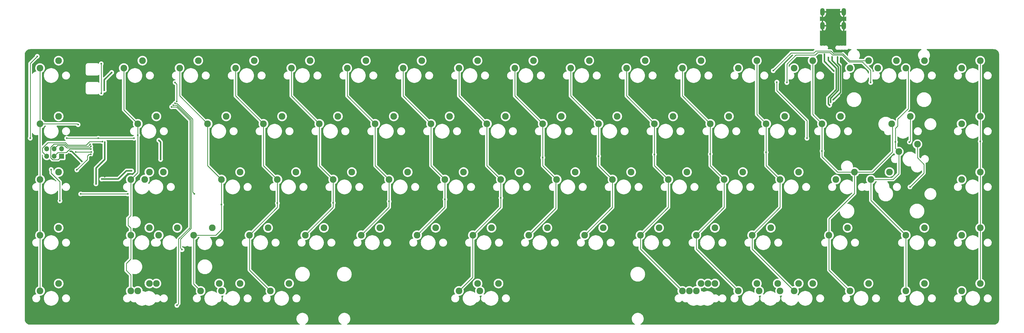
<source format=gbr>
%TF.GenerationSoftware,KiCad,Pcbnew,(5.99.0-12740-g895f4ca989)*%
%TF.CreationDate,2021-10-23T17:36:28+02:00*%
%TF.ProjectId,mamooth,6d616d6f-6f74-4682-9e6b-696361645f70,rev?*%
%TF.SameCoordinates,Original*%
%TF.FileFunction,Copper,L1,Top*%
%TF.FilePolarity,Positive*%
%FSLAX46Y46*%
G04 Gerber Fmt 4.6, Leading zero omitted, Abs format (unit mm)*
G04 Created by KiCad (PCBNEW (5.99.0-12740-g895f4ca989)) date 2021-10-23 17:36:28*
%MOMM*%
%LPD*%
G01*
G04 APERTURE LIST*
%TA.AperFunction,ComponentPad*%
%ADD10C,2.286000*%
%TD*%
%TA.AperFunction,ComponentPad*%
%ADD11R,1.700000X1.700000*%
%TD*%
%TA.AperFunction,ComponentPad*%
%ADD12O,1.700000X1.700000*%
%TD*%
%TA.AperFunction,ComponentPad*%
%ADD13O,1.500000X2.600000*%
%TD*%
%TA.AperFunction,ViaPad*%
%ADD14C,0.600000*%
%TD*%
%TA.AperFunction,Conductor*%
%ADD15C,0.500000*%
%TD*%
%TA.AperFunction,Conductor*%
%ADD16C,0.250000*%
%TD*%
G04 APERTURE END LIST*
D10*
%TO.P,K45,1*%
%TO.N,Net-(D45-Pad2)*%
X264477500Y-42545000D03*
%TO.P,K45,2*%
%TO.N,col12*%
X258127500Y-45085000D03*
%TD*%
%TO.P,K63,1*%
%TO.N,Net-(D63-Pad2)*%
X307340000Y-61595000D03*
%TO.P,K63,2*%
%TO.N,col14*%
X300990000Y-64135000D03*
%TD*%
%TO.P,K22,1*%
%TO.N,Net-(D22-Pad2)*%
X126365000Y-23495000D03*
%TO.P,K22,2*%
%TO.N,col5*%
X120015000Y-26035000D03*
%TD*%
%TO.P,K76,1*%
%TO.N,Net-(D76-Pad2)*%
X250190000Y-80645000D03*
%TO.P,K76,2*%
%TO.N,col11*%
X243840000Y-83185000D03*
%TD*%
%TO.P,K24,1*%
%TO.N,Net-(D24-Pad2)*%
X164465000Y-23495000D03*
%TO.P,K24,2*%
%TO.N,col7*%
X158115000Y-26035000D03*
%TD*%
%TO.P,K46,1*%
%TO.N,col13*%
X283527500Y-42545000D03*
%TO.P,K46,2*%
%TO.N,Net-(D46-Pad2)*%
X277177500Y-45085000D03*
%TD*%
%TO.P,K67,1*%
%TO.N,Net-(D67-Pad2)*%
X66833750Y-80645000D03*
%TO.P,K67,2*%
%TO.N,col2*%
X60483750Y-83185000D03*
%TD*%
%TO.P,K19,1*%
%TO.N,Net-(K19-Pad1)*%
X69215000Y-23495000D03*
%TO.P,K19,2*%
%TO.N,col2*%
X62865000Y-26035000D03*
%TD*%
%TO.P,K46-1,1*%
%TO.N,Net-(D46-Pad2)*%
X302577500Y-23495000D03*
%TO.P,K46-1,2*%
%TO.N,col13*%
X296227500Y-26035000D03*
%TD*%
%TO.P,K4,1*%
%TO.N,Net-(D4-Pad2)*%
X78740000Y-4445000D03*
%TO.P,K4,2*%
%TO.N,col3*%
X72390000Y-6985000D03*
%TD*%
%TO.P,K32,1*%
%TO.N,col15*%
X326390000Y-23495000D03*
%TO.P,K32,2*%
%TO.N,Net-(D32-Pad2)*%
X320040000Y-26035000D03*
%TD*%
%TO.P,K62,1*%
%TO.N,Net-(D62-Pad2)*%
X281146250Y-61595000D03*
%TO.P,K62,2*%
%TO.N,col13*%
X274796250Y-64135000D03*
%TD*%
%TO.P,K44,1*%
%TO.N,Net-(D44-Pad2)*%
X245427500Y-42545000D03*
%TO.P,K44,2*%
%TO.N,col11*%
X239077500Y-45085000D03*
%TD*%
%TO.P,K75-2,1*%
%TO.N,Net-(D75-Pad2)*%
X235902696Y-80645072D03*
%TO.P,K75-2,2*%
%TO.N,col10*%
X229552696Y-83185072D03*
%TD*%
%TO.P,K13,1*%
%TO.N,col12*%
X250190000Y-4445000D03*
%TO.P,K13,2*%
%TO.N,Net-(D13-Pad2)*%
X243840000Y-6985000D03*
%TD*%
%TO.P,K35,1*%
%TO.N,Net-(D35-Pad2)*%
X73977500Y-42545000D03*
%TO.P,K35,2*%
%TO.N,col2*%
X67627500Y-45085000D03*
%TD*%
%TO.P,K36,1*%
%TO.N,Net-(D36-Pad2)*%
X93027500Y-42545000D03*
%TO.P,K36,2*%
%TO.N,col3*%
X86677500Y-45085000D03*
%TD*%
%TO.P,K31,1*%
%TO.N,Net-(D31-Pad2)*%
X288290000Y-4445000D03*
%TO.P,K31,2*%
%TO.N,col14*%
X281940000Y-6985000D03*
%TD*%
%TO.P,K58,1*%
%TO.N,Net-(D58-Pad2)*%
X197802500Y-61595000D03*
%TO.P,K58,2*%
%TO.N,col9*%
X191452500Y-64135000D03*
%TD*%
%TO.P,K72,1*%
%TO.N,Net-(D72-Pad2)*%
X162083750Y-80645000D03*
%TO.P,K72,2*%
%TO.N,col7*%
X155733750Y-83185000D03*
%TD*%
%TO.P,K2,1*%
%TO.N,Net-(D2-Pad2)*%
X40640000Y-4445000D03*
%TO.P,K2,2*%
%TO.N,col1*%
X34290000Y-6985000D03*
%TD*%
%TO.P,K72-1,1*%
%TO.N,Net-(D72-Pad2)*%
X154940128Y-80645072D03*
%TO.P,K72-1,2*%
%TO.N,col7*%
X148590128Y-83185072D03*
%TD*%
%TO.P,K21,1*%
%TO.N,Net-(D21-Pad2)*%
X107315000Y-23495000D03*
%TO.P,K21,2*%
%TO.N,col4*%
X100965000Y-26035000D03*
%TD*%
%TO.P,K68,1*%
%TO.N,Net-(D68-Pad2)*%
X90646250Y-80645000D03*
%TO.P,K68,2*%
%TO.N,col3*%
X84296250Y-83185000D03*
%TD*%
%TO.P,K51,1*%
%TO.N,Net-(D51-Pad2)*%
X64452500Y-61595000D03*
%TO.P,K51,2*%
%TO.N,col2*%
X58102500Y-64135000D03*
%TD*%
%TO.P,K27,1*%
%TO.N,Net-(D27-Pad2)*%
X221615000Y-23495000D03*
%TO.P,K27,2*%
%TO.N,col10*%
X215265000Y-26035000D03*
%TD*%
%TO.P,K25,1*%
%TO.N,Net-(D25-Pad2)*%
X183515000Y-23495000D03*
%TO.P,K25,2*%
%TO.N,col8*%
X177165000Y-26035000D03*
%TD*%
%TO.P,K75-1,1*%
%TO.N,Net-(D75-Pad2)*%
X233521250Y-80645000D03*
%TO.P,K75-1,2*%
%TO.N,col10*%
X227171250Y-83185000D03*
%TD*%
%TO.P,K66,1*%
%TO.N,Net-(D66-Pad2)*%
X43021250Y-80645000D03*
%TO.P,K66,2*%
%TO.N,col1*%
X36671250Y-83185000D03*
%TD*%
%TO.P,K76-1,1*%
%TO.N,Net-(D76-Pad2)*%
X257333750Y-80645000D03*
%TO.P,K76-1,2*%
%TO.N,col11*%
X250983750Y-83185000D03*
%TD*%
%TO.P,K43,1*%
%TO.N,Net-(D43-Pad2)*%
X226377500Y-42545000D03*
%TO.P,K43,2*%
%TO.N,col10*%
X220027500Y-45085000D03*
%TD*%
%TO.P,K11,1*%
%TO.N,Net-(D11-Pad2)*%
X212090000Y-4445000D03*
%TO.P,K11,2*%
%TO.N,col10*%
X205740000Y-6985000D03*
%TD*%
%TO.P,K56,1*%
%TO.N,Net-(D56-Pad2)*%
X159702500Y-61595000D03*
%TO.P,K56,2*%
%TO.N,col7*%
X153352500Y-64135000D03*
%TD*%
%TO.P,K15-1,1*%
%TO.N,Net-(D15-Pad2)*%
X307340000Y-4445000D03*
%TO.P,K15-1,2*%
%TO.N,col14*%
X300990000Y-6985000D03*
%TD*%
%TO.P,K57,1*%
%TO.N,Net-(D57-Pad2)*%
X178752500Y-61595000D03*
%TO.P,K57,2*%
%TO.N,col8*%
X172402500Y-64135000D03*
%TD*%
%TO.P,K59,1*%
%TO.N,Net-(D59-Pad2)*%
X216852500Y-61595000D03*
%TO.P,K59,2*%
%TO.N,col10*%
X210502500Y-64135000D03*
%TD*%
%TO.P,K49,1*%
%TO.N,Net-(D49-Pad2)*%
X12065000Y-61595000D03*
%TO.P,K49,2*%
%TO.N,col0*%
X5715000Y-64135000D03*
%TD*%
%TO.P,K15,1*%
%TO.N,Net-(D15-Pad2)*%
X297815000Y-4445000D03*
%TO.P,K15,2*%
%TO.N,col14*%
X291465000Y-6985000D03*
%TD*%
%TO.P,K37,1*%
%TO.N,Net-(D37-Pad2)*%
X112077500Y-42545000D03*
%TO.P,K37,2*%
%TO.N,col4*%
X105727500Y-45085000D03*
%TD*%
%TO.P,K18,1*%
%TO.N,Net-(D18-Pad2)*%
X45402500Y-23495000D03*
%TO.P,K18,2*%
%TO.N,col1*%
X39052500Y-26035000D03*
%TD*%
%TO.P,K42,1*%
%TO.N,Net-(D42-Pad2)*%
X207327500Y-42545000D03*
%TO.P,K42,2*%
%TO.N,col9*%
X200977500Y-45085000D03*
%TD*%
%TO.P,K77-1,1*%
%TO.N,Net-(D77-Pad2)*%
X264477720Y-80645072D03*
%TO.P,K77-1,2*%
%TO.N,col12*%
X258127720Y-83185072D03*
%TD*%
%TO.P,K30,1*%
%TO.N,Net-(D30-Pad2)*%
X278765000Y-23495000D03*
%TO.P,K30,2*%
%TO.N,col13*%
X272415000Y-26035000D03*
%TD*%
%TO.P,K78,1*%
%TO.N,Net-(D78-Pad2)*%
X288290000Y-80645000D03*
%TO.P,K78,2*%
%TO.N,col13*%
X281940000Y-83185000D03*
%TD*%
%TO.P,K54,1*%
%TO.N,Net-(D54-Pad2)*%
X121602500Y-61595000D03*
%TO.P,K54,2*%
%TO.N,col5*%
X115252500Y-64135000D03*
%TD*%
%TO.P,K47-1,1*%
%TO.N,Net-(D47-Pad2)*%
X304958750Y-33020000D03*
%TO.P,K47-1,2*%
%TO.N,col14*%
X298608750Y-35560000D03*
%TD*%
%TO.P,K29,1*%
%TO.N,Net-(D29-Pad2)*%
X259715000Y-23495000D03*
%TO.P,K29,2*%
%TO.N,col12*%
X253365000Y-26035000D03*
%TD*%
%TO.P,K9,1*%
%TO.N,Net-(D9-Pad2)*%
X173990000Y-4445000D03*
%TO.P,K9,2*%
%TO.N,col8*%
X167640000Y-6985000D03*
%TD*%
%TO.P,K80,1*%
%TO.N,col15*%
X326390000Y-80645000D03*
%TO.P,K80,2*%
%TO.N,Net-(D80-Pad2)*%
X320040000Y-83185000D03*
%TD*%
%TO.P,K1,1*%
%TO.N,Net-(D1-Pad2)*%
X12065000Y-4445000D03*
%TO.P,K1,2*%
%TO.N,col0*%
X5715000Y-6985000D03*
%TD*%
%TO.P,K75,1*%
%TO.N,Net-(D75-Pad2)*%
X231140000Y-80645000D03*
%TO.P,K75,2*%
%TO.N,col10*%
X224790000Y-83185000D03*
%TD*%
%TO.P,K28,1*%
%TO.N,Net-(D28-Pad2)*%
X240665000Y-23495000D03*
%TO.P,K28,2*%
%TO.N,col11*%
X234315000Y-26035000D03*
%TD*%
%TO.P,K7,1*%
%TO.N,Net-(D7-Pad2)*%
X135890000Y-4445000D03*
%TO.P,K7,2*%
%TO.N,col6*%
X129540000Y-6985000D03*
%TD*%
%TO.P,K39,1*%
%TO.N,Net-(D39-Pad2)*%
X150177500Y-42545000D03*
%TO.P,K39,2*%
%TO.N,col6*%
X143827500Y-45085000D03*
%TD*%
%TO.P,K16,1*%
%TO.N,col15*%
X326390000Y-4445000D03*
%TO.P,K16,2*%
%TO.N,Net-(D16-Pad2)*%
X320040000Y-6985000D03*
%TD*%
%TO.P,K52,1*%
%TO.N,Net-(D52-Pad2)*%
X83502500Y-61595000D03*
%TO.P,K52,2*%
%TO.N,col3*%
X77152500Y-64135000D03*
%TD*%
%TO.P,K50,1*%
%TO.N,Net-(D50-Pad2)*%
X52546250Y-61595000D03*
%TO.P,K50,2*%
%TO.N,col1*%
X46196250Y-64135000D03*
%TD*%
%TO.P,K47,1*%
%TO.N,Net-(D47-Pad2)*%
X295433750Y-42545000D03*
%TO.P,K47,2*%
%TO.N,col14*%
X289083750Y-45085000D03*
%TD*%
%TO.P,K60,1*%
%TO.N,Net-(D60-Pad2)*%
X235902500Y-61595000D03*
%TO.P,K60,2*%
%TO.N,col11*%
X229552500Y-64135000D03*
%TD*%
%TO.P,K23,1*%
%TO.N,Net-(D23-Pad2)*%
X145415000Y-23495000D03*
%TO.P,K23,2*%
%TO.N,col6*%
X139065000Y-26035000D03*
%TD*%
%TO.P,K33,1*%
%TO.N,Net-(D33-Pad2)*%
X12065000Y-42545000D03*
%TO.P,K33,2*%
%TO.N,col0*%
X5715000Y-45085000D03*
%TD*%
%TO.P,K38,1*%
%TO.N,Net-(D38-Pad2)*%
X131127500Y-42545000D03*
%TO.P,K38,2*%
%TO.N,col5*%
X124777500Y-45085000D03*
%TD*%
%TO.P,K3,1*%
%TO.N,Net-(D3-Pad2)*%
X59690000Y-4445000D03*
%TO.P,K3,2*%
%TO.N,col2*%
X53340000Y-6985000D03*
%TD*%
%TO.P,K10,1*%
%TO.N,Net-(D10-Pad2)*%
X193040000Y-4445000D03*
%TO.P,K10,2*%
%TO.N,col9*%
X186690000Y-6985000D03*
%TD*%
%TO.P,K26,1*%
%TO.N,Net-(D26-Pad2)*%
X202565000Y-23495000D03*
%TO.P,K26,2*%
%TO.N,col9*%
X196215000Y-26035000D03*
%TD*%
%TO.P,K34-1,1*%
%TO.N,Net-(D34-Pad2)*%
X43021250Y-42545000D03*
%TO.P,K34-1,2*%
%TO.N,col1*%
X36671250Y-45085000D03*
%TD*%
%TO.P,K65,1*%
%TO.N,Net-(D65-Pad2)*%
X12065000Y-80645000D03*
%TO.P,K65,2*%
%TO.N,col0*%
X5715000Y-83185000D03*
%TD*%
%TO.P,K14,1*%
%TO.N,col13*%
X269240000Y-4445000D03*
%TO.P,K14,2*%
%TO.N,Net-(D14-Pad2)*%
X262890000Y-6985000D03*
%TD*%
%TO.P,K5,1*%
%TO.N,Net-(D5-Pad2)*%
X97790000Y-4445000D03*
%TO.P,K5,2*%
%TO.N,col4*%
X91440000Y-6985000D03*
%TD*%
%TO.P,K17,1*%
%TO.N,Net-(D17-Pad2)*%
X12065000Y-23495000D03*
%TO.P,K17,2*%
%TO.N,col0*%
X5715000Y-26035000D03*
%TD*%
%TO.P,K55,1*%
%TO.N,Net-(D55-Pad2)*%
X140652500Y-61595000D03*
%TO.P,K55,2*%
%TO.N,col6*%
X134302500Y-64135000D03*
%TD*%
%TO.P,K64,1*%
%TO.N,col15*%
X326390000Y-61595000D03*
%TO.P,K64,2*%
%TO.N,Net-(D64-Pad2)*%
X320040000Y-64135000D03*
%TD*%
%TO.P,K53,1*%
%TO.N,Net-(D53-Pad2)*%
X102552500Y-61595000D03*
%TO.P,K53,2*%
%TO.N,col4*%
X96202500Y-64135000D03*
%TD*%
%TO.P,K61,1*%
%TO.N,Net-(D61-Pad2)*%
X254952500Y-61595000D03*
%TO.P,K61,2*%
%TO.N,col12*%
X248602500Y-64135000D03*
%TD*%
%TO.P,K77,1*%
%TO.N,Net-(D77-Pad2)*%
X269240000Y-80645000D03*
%TO.P,K77,2*%
%TO.N,col12*%
X262890000Y-83185000D03*
%TD*%
%TO.P,K8,1*%
%TO.N,Net-(D8-Pad2)*%
X154940000Y-4445000D03*
%TO.P,K8,2*%
%TO.N,col7*%
X148590000Y-6985000D03*
%TD*%
%TO.P,K79,1*%
%TO.N,Net-(D79-Pad2)*%
X307340000Y-80645000D03*
%TO.P,K79,2*%
%TO.N,col14*%
X300990000Y-83185000D03*
%TD*%
%TO.P,K34,1*%
%TO.N,Net-(D34-Pad2)*%
X47783750Y-42545000D03*
%TO.P,K34,2*%
%TO.N,col1*%
X41433750Y-45085000D03*
%TD*%
%TO.P,K41,1*%
%TO.N,Net-(D41-Pad2)*%
X188277500Y-42545000D03*
%TO.P,K41,2*%
%TO.N,col8*%
X181927500Y-45085000D03*
%TD*%
%TO.P,K50-1,1*%
%TO.N,Net-(D50-Pad2)*%
X43021250Y-61595000D03*
%TO.P,K50-1,2*%
%TO.N,col1*%
X36671250Y-64135000D03*
%TD*%
%TO.P,K12,1*%
%TO.N,Net-(D12-Pad2)*%
X231140000Y-4445000D03*
%TO.P,K12,2*%
%TO.N,col11*%
X224790000Y-6985000D03*
%TD*%
%TO.P,K40,1*%
%TO.N,Net-(D40-Pad2)*%
X169227500Y-42545000D03*
%TO.P,K40,2*%
%TO.N,col7*%
X162877500Y-45085000D03*
%TD*%
%TO.P,K20,1*%
%TO.N,Net-(D20-Pad2)*%
X88265000Y-23495000D03*
%TO.P,K20,2*%
%TO.N,col3*%
X81915000Y-26035000D03*
%TD*%
%TO.P,K67-1,1*%
%TO.N,Net-(D67-Pad2)*%
X73977560Y-80645072D03*
%TO.P,K67-1,2*%
%TO.N,col2*%
X67627560Y-83185072D03*
%TD*%
%TO.P,K6,1*%
%TO.N,Net-(D6-Pad2)*%
X116840000Y-4445000D03*
%TO.P,K6,2*%
%TO.N,col5*%
X110490000Y-6985000D03*
%TD*%
%TO.P,K48,1*%
%TO.N,col15*%
X326390000Y-42545000D03*
%TO.P,K48,2*%
%TO.N,Net-(D48-Pad2)*%
X320040000Y-45085000D03*
%TD*%
%TO.P,K66-1,1*%
%TO.N,Net-(D66-Pad2)*%
X45402536Y-80645072D03*
%TO.P,K66-1,2*%
%TO.N,col1*%
X39052536Y-83185072D03*
%TD*%
D11*
%TO.P,J2,1,Pin_1*%
%TO.N,MISO*%
X13068114Y-37121581D03*
D12*
%TO.P,J2,2,Pin_2*%
%TO.N,VCC*%
X13068114Y-34581581D03*
%TO.P,J2,3,Pin_3*%
%TO.N,SCK*%
X10528114Y-37121581D03*
%TO.P,J2,4,Pin_4*%
%TO.N,MOSI*%
X10528114Y-34581581D03*
%TO.P,J2,5,Pin_5*%
%TO.N,RST*%
X7988114Y-37121581D03*
%TO.P,J2,6,Pin_6*%
%TO.N,GND*%
X7988114Y-34581581D03*
%TD*%
D13*
%TO.P,J1,6,SHIELD*%
%TO.N,GND*%
X272575000Y12275000D03*
X279875000Y12275000D03*
X279875000Y7475000D03*
X272575000Y7475000D03*
%TD*%
D14*
%TO.N,GND*%
X22621894Y-29170337D03*
X40293764Y-32125516D03*
X276622639Y-1457361D03*
X33745321Y-40614085D03*
X50414085Y-32875016D03*
X279201797Y-3571878D03*
X28982817Y-29303138D03*
X34935947Y-32875016D03*
X28982817Y-32279703D03*
X36909406Y-20835955D03*
X276622639Y-1457361D03*
X27792191Y-44185963D03*
X279260000Y-1280000D03*
X35531260Y-12634374D03*
X50414085Y-39423459D03*
X27792191Y-40614085D03*
X45651581Y-37824641D03*
X23029687Y-37297394D03*
X26601565Y-37042207D03*
X30956276Y-21431268D03*
X25410939Y-48948467D03*
X278823881Y-16320343D03*
X35718780Y-27979711D03*
%TO.N,VCC*%
X16029864Y-35400200D03*
X46842207Y-38232833D03*
X46246894Y-31684390D03*
X30173443Y-8467183D03*
X26601565Y-39423459D03*
X27637504Y-14575000D03*
X27792191Y-32279703D03*
X24815626Y-46567215D03*
X36975016Y-42146894D03*
X26768756Y-44948467D03*
X20007809Y-38873459D03*
%TO.N,row0*%
X51782857Y-11915634D03*
X260436147Y-11915634D03*
X52387544Y-18454703D03*
X289011171Y-11915634D03*
%TO.N,row1*%
X267286163Y-30965650D03*
X37789085Y-30965650D03*
X257022906Y-11770706D03*
X25589085Y-30965650D03*
X14818732Y-30965650D03*
%TO.N,Net-(D31-Pad2)*%
X255797070Y-7871870D03*
%TO.N,row2*%
X35654687Y-50015666D03*
X58350048Y-50015666D03*
X19581236Y-50015666D03*
X51792231Y-19050016D03*
%TO.N,Net-(D46-Pad2)*%
X302231484Y-32279703D03*
%TO.N,Net-(D47-Pad2)*%
X302419004Y-47625040D03*
%TO.N,row3*%
X54164109Y-69065682D03*
X51196918Y-19645329D03*
%TO.N,row4*%
X50601605Y-20240642D03*
X52396918Y-88115698D03*
%TO.N,VBUS*%
X276457737Y-7964229D03*
X275024750Y-19704163D03*
X274625000Y-3386171D03*
X273224920Y-2249960D03*
%TO.N,D-*%
X275324920Y-18704163D03*
X275870545Y-3217191D03*
%TO.N,D+*%
X276224920Y-17859350D03*
X277770545Y-3217191D03*
%TO.N,MISO*%
X22763641Y-33021593D03*
%TO.N,SCK*%
X23029687Y-34660955D03*
%TO.N,MOSI*%
X23033170Y-33774294D03*
%TO.N,RST*%
X27010174Y-32113409D03*
X9525008Y-41671910D03*
X12501573Y-52387544D03*
%TO.N,col0*%
X18708309Y-26326573D03*
%TO.N,col1*%
X39052500Y-29949089D03*
%TO.N,col2*%
X67627500Y-53660309D03*
%TO.N,col3*%
X86677500Y-53166336D03*
%TO.N,col4*%
X105727500Y-53064964D03*
%TO.N,col5*%
X124777500Y-52571055D03*
%TO.N,col6*%
X143827500Y-51874306D03*
%TO.N,col7*%
X162877500Y-51380461D03*
%TO.N,col8*%
X177165000Y-37586766D03*
%TO.N,col9*%
X196215000Y-37092977D03*
%TO.N,col10*%
X215265000Y-36497680D03*
%TO.N,col11*%
X234315000Y-36396092D03*
%TO.N,col12*%
X253365000Y-35800763D03*
%TO.N,col13*%
X272415000Y-35307102D03*
%TO.N,col14*%
X297496340Y-32252343D03*
%TO.N,col15*%
X326390000Y-32030386D03*
%TO.N,Net-(C106-Pad1)*%
X18267183Y-41804711D03*
X23029687Y-36446894D03*
%TO.N,Net-(RGB1-Pad2)*%
X26601565Y-15610939D03*
X26601565Y-5490618D03*
%TO.N,RGB*%
X4762504Y-2976565D03*
X2381252Y-30956276D03*
X17886237Y-35691933D03*
X23229086Y-35672656D03*
%TD*%
D15*
%TO.N,GND*%
X272575000Y12275000D02*
X272575000Y7475000D01*
X276363242Y-1197964D02*
X276363242Y2243242D01*
X276622639Y-1457361D02*
X279082639Y-1457361D01*
X275034606Y3571878D02*
X276363242Y2243242D01*
X276622639Y-1457361D02*
X276363242Y-1197964D01*
X279082639Y-1457361D02*
X279260000Y-1280000D01*
X272575000Y6031484D02*
X275034606Y3571878D01*
X279424439Y-3794520D02*
X279201797Y-3571878D01*
X279875000Y7475000D02*
X279875000Y12275000D01*
X278823881Y-16320343D02*
X279424439Y-15719785D01*
X279875000Y12275000D02*
X272575000Y12275000D01*
X279424439Y-15719785D02*
X279424439Y-3794520D01*
X272575000Y7475000D02*
X272575000Y6031484D01*
%TO.N,VCC*%
X27792191Y-32279703D02*
X27792191Y-38232833D01*
X27792191Y-38232833D02*
X26601565Y-39423459D01*
X46842207Y-38232833D02*
X46842207Y-32279703D01*
X24815626Y-41209398D02*
X26601565Y-39423459D01*
X46842207Y-32279703D02*
X46246894Y-31684390D01*
X32387504Y-44948467D02*
X35189077Y-42146894D01*
X27637504Y-14575000D02*
X27637504Y-11003122D01*
X27637504Y-11003122D02*
X30173443Y-8467183D01*
X26768756Y-44948467D02*
X32387504Y-44948467D01*
X24815626Y-46567215D02*
X24815626Y-41209398D01*
X16534550Y-35400200D02*
X20007809Y-38873459D01*
X16029864Y-35400200D02*
X16534550Y-35400200D01*
X35189077Y-42146894D02*
X36975016Y-42146894D01*
D16*
%TO.N,row0*%
X260436147Y-5614045D02*
X263536139Y-2514053D01*
X52387544Y-12520321D02*
X51782857Y-11915634D01*
X263536139Y-2514053D02*
X270084582Y-2514053D01*
X270973186Y-1625449D02*
X275149108Y-1625449D01*
X276055051Y-2531392D02*
X279311532Y-2531392D01*
X289011171Y-7748443D02*
X289011171Y-11915634D01*
X275149108Y-1625449D02*
X276055051Y-2531392D01*
X279311532Y-2531392D02*
X281675445Y-4895305D01*
X281675445Y-4895305D02*
X286158033Y-4895305D01*
X260436147Y-11915634D02*
X260436147Y-5614045D01*
X286158033Y-4895305D02*
X289011171Y-7748443D01*
X270084582Y-2514053D02*
X270973186Y-1625449D01*
X52387544Y-18454703D02*
X52387544Y-12520321D01*
%TO.N,row1*%
X14818732Y-30965650D02*
X25589085Y-30965650D01*
X257022906Y-14730515D02*
X267286163Y-24993772D01*
X257022906Y-11770706D02*
X257022906Y-14730515D01*
X267286163Y-24993772D02*
X267286163Y-30965650D01*
X25589085Y-30965650D02*
X37789085Y-30965650D01*
%TO.N,Net-(D31-Pad2)*%
X288290000Y-4445000D02*
X281860858Y-4445000D01*
X281860858Y-4445000D02*
X279497730Y-2081872D01*
X269676789Y-1785939D02*
X270286799Y-1175929D01*
X261883001Y-1785939D02*
X269676789Y-1785939D01*
X270286799Y-1175929D02*
X275458014Y-1175929D01*
X255797070Y-7871870D02*
X261883001Y-1785939D01*
X279497730Y-2081872D02*
X276363957Y-2081872D01*
X275458014Y-1175929D02*
X276363957Y-2081872D01*
%TO.N,row2*%
X51792231Y-19050016D02*
X51821429Y-19079214D01*
X51821429Y-19079214D02*
X52416742Y-19079214D01*
X57745361Y-24407833D02*
X57745361Y-49410979D01*
X19581236Y-50015666D02*
X35654687Y-50015666D01*
X57745361Y-49410979D02*
X58350048Y-50015666D01*
X52416742Y-19079214D02*
X57745361Y-24407833D01*
%TO.N,Net-(D46-Pad2)*%
X302577500Y-31933687D02*
X302577500Y-30244467D01*
X302577500Y-30244467D02*
X302577500Y-23495000D01*
X302231484Y-32279703D02*
X302577500Y-31933687D01*
X302577500Y-31431654D02*
X302577500Y-30244467D01*
%TO.N,Net-(D47-Pad2)*%
X307181508Y-39885971D02*
X304958750Y-37663213D01*
X304958750Y-37663213D02*
X304958750Y-33020000D01*
X307181508Y-42862536D02*
X307181508Y-39885971D01*
X302419004Y-47625040D02*
X307181508Y-42862536D01*
%TO.N,row3*%
X52376337Y-19674527D02*
X57295841Y-24594031D01*
X53578170Y-65484430D02*
X53578170Y-68479743D01*
X51196918Y-19645329D02*
X51226116Y-19674527D01*
X57295841Y-61766759D02*
X53578170Y-65484430D01*
X51226116Y-19674527D02*
X52376337Y-19674527D01*
X57295841Y-24594031D02*
X57295841Y-61766759D01*
X53578170Y-68479743D02*
X54164109Y-69065682D01*
%TO.N,row4*%
X52982857Y-65444025D02*
X52982857Y-87529759D01*
X56846321Y-24780229D02*
X56846321Y-61580561D01*
X50642010Y-20281047D02*
X52347139Y-20281047D01*
X50601605Y-20240642D02*
X50642010Y-20281047D01*
X52347139Y-20281047D02*
X56846321Y-24780229D01*
X56846321Y-61580561D02*
X52982857Y-65444025D01*
X52982857Y-87529759D02*
X52396918Y-88115698D01*
D15*
%TO.N,VBUS*%
X276457737Y-7964229D02*
X273224920Y-4731412D01*
X274575409Y-17106306D02*
X277325880Y-14355835D01*
X275024750Y-19704163D02*
X274575409Y-19254822D01*
X274575409Y-19254822D02*
X274575409Y-17106306D01*
X273224920Y-4731412D02*
X273224920Y-2249960D01*
X277325880Y-14355835D02*
X277325880Y-7053778D01*
X274625000Y-4352898D02*
X274625000Y-3386171D01*
X277325880Y-7053778D02*
X274625000Y-4352898D01*
%TO.N,D-*%
X278025400Y-6562672D02*
X275870545Y-4407817D01*
X275324920Y-17346065D02*
X278025400Y-14645586D01*
X275324920Y-18704163D02*
X275324920Y-17346065D01*
X278025400Y-14645586D02*
X278025400Y-6562672D01*
X275870545Y-4407817D02*
X275870545Y-3217191D01*
%TO.N,D+*%
X278724920Y-15359350D02*
X276224920Y-17859350D01*
X277770545Y-3217191D02*
X277770545Y-5318546D01*
X277770545Y-5318546D02*
X278724919Y-6272921D01*
X278724919Y-6272921D02*
X278724920Y-15359350D01*
D16*
%TO.N,MISO*%
X22140662Y-33761915D02*
X15027296Y-33761915D01*
X10445580Y-32957550D02*
X9353603Y-34049527D01*
X9353603Y-37653635D02*
X9996060Y-38296092D01*
X22763641Y-33021593D02*
X22763641Y-33138936D01*
X9353603Y-34049527D02*
X9353603Y-37653635D01*
X22763641Y-33138936D02*
X22140662Y-33761915D01*
X15027296Y-33761915D02*
X14222930Y-32957550D01*
X14222930Y-32957550D02*
X10445580Y-32957550D01*
X9996060Y-38296092D02*
X11893603Y-38296092D01*
X11893603Y-38296092D02*
X13068114Y-37121581D01*
%TO.N,SCK*%
X15885931Y-34660955D02*
X14695305Y-35851581D01*
X23029687Y-34660955D02*
X15885931Y-34660955D01*
X11798114Y-35851581D02*
X10528114Y-37121581D01*
X14695305Y-35851581D02*
X11798114Y-35851581D01*
%TO.N,MOSI*%
X14036733Y-33407070D02*
X11702625Y-33407070D01*
X23033170Y-33774294D02*
X22596029Y-34211435D01*
X22596029Y-34211435D02*
X14841098Y-34211435D01*
X14841098Y-34211435D02*
X14036733Y-33407070D01*
X11702625Y-33407070D02*
X10528114Y-34581581D01*
%TO.N,RST*%
X8400655Y-32508030D02*
X6548443Y-34360242D01*
X21456401Y-33312395D02*
X15213493Y-33312395D01*
X12501573Y-52387544D02*
X12501573Y-45839101D01*
X6548443Y-34360242D02*
X6548443Y-35681910D01*
X11310947Y-44648475D02*
X9525008Y-42862536D01*
X14409127Y-32508030D02*
X8400655Y-32508030D01*
X27010174Y-32113409D02*
X22655387Y-32113409D01*
X15213493Y-33312395D02*
X14409127Y-32508030D01*
X22655387Y-32113409D02*
X21456401Y-33312395D01*
X6548443Y-35681910D02*
X7988114Y-37121581D01*
X9525008Y-42862536D02*
X9525008Y-41671910D01*
X12501573Y-45839101D02*
X11310947Y-44648475D01*
%TO.N,col0*%
X18708309Y-26326573D02*
X18416736Y-26035000D01*
X5715000Y-6985000D02*
X5715000Y-26035000D01*
X18416736Y-26035000D02*
X5715000Y-26035000D01*
X5715000Y-45085000D02*
X5715000Y-64135000D01*
X5715000Y-26035000D02*
X5715000Y-45085000D01*
X5715000Y-64135000D02*
X5715000Y-83185000D01*
%TO.N,col1*%
X39052500Y-29949089D02*
X39052500Y-42703750D01*
X35123467Y-73818812D02*
X35123467Y-76200064D01*
X36671250Y-77747847D02*
X36671250Y-83185000D01*
X35718780Y-58340674D02*
X36671250Y-57388204D01*
X39052500Y-42703750D02*
X36671250Y-45085000D01*
X35123467Y-76200064D02*
X36671250Y-77747847D01*
X35718780Y-60721926D02*
X35718780Y-58340674D01*
X36671250Y-72271029D02*
X35123467Y-73818812D01*
X34290000Y-6985000D02*
X34290000Y-21272500D01*
X39052500Y-26035000D02*
X39052500Y-29949089D01*
X36671250Y-64135000D02*
X36671250Y-61674396D01*
X34290000Y-21272500D02*
X39052500Y-26035000D01*
X36671250Y-64135000D02*
X36671250Y-72271029D01*
X36671250Y-57388204D02*
X36671250Y-45085000D01*
X36671250Y-61674396D02*
X35718780Y-60721926D01*
%TO.N,col2*%
X62865000Y-26035000D02*
X62865000Y-40322500D01*
X62865000Y-40322500D02*
X67627500Y-45085000D01*
X58102500Y-64135000D02*
X58102500Y-80803750D01*
X58102500Y-64135000D02*
X65643234Y-64135000D01*
X58102500Y-80803750D02*
X60483750Y-83185000D01*
X53340000Y-6985000D02*
X53340000Y-16510000D01*
X65643234Y-64135000D02*
X67627500Y-62150734D01*
X67627500Y-53660309D02*
X67627500Y-45085000D01*
X67627500Y-62150734D02*
X67627500Y-53660309D01*
X53340000Y-16510000D02*
X62865000Y-26035000D01*
%TO.N,col3*%
X86677500Y-53166336D02*
X86677500Y-54610000D01*
X86677500Y-45085000D02*
X86677500Y-53166336D01*
X86677500Y-54610000D02*
X77152500Y-64135000D01*
X81915000Y-40322500D02*
X86677500Y-45085000D01*
X81915000Y-26035000D02*
X81915000Y-40322500D01*
X77152500Y-64135000D02*
X77152500Y-76041250D01*
X72390000Y-6985000D02*
X72390000Y-16510000D01*
X72390000Y-16510000D02*
X81915000Y-26035000D01*
X77152500Y-76041250D02*
X84296250Y-83185000D01*
%TO.N,col4*%
X91440000Y-16510000D02*
X100965000Y-26035000D01*
X105727500Y-45085000D02*
X105727500Y-53064964D01*
X91440000Y-6985000D02*
X91440000Y-16510000D01*
X105727500Y-54610000D02*
X96202500Y-64135000D01*
X105727500Y-53064964D02*
X105727500Y-54610000D01*
X100965000Y-40322500D02*
X105727500Y-45085000D01*
X100965000Y-26035000D02*
X100965000Y-40322500D01*
%TO.N,col5*%
X124777500Y-45085000D02*
X124777500Y-52571055D01*
X124777500Y-54610000D02*
X115252500Y-64135000D01*
X124777500Y-52571055D02*
X124777500Y-54610000D01*
X120015000Y-26035000D02*
X120015000Y-40322500D01*
X120015000Y-40322500D02*
X124777500Y-45085000D01*
X110490000Y-16510000D02*
X120015000Y-26035000D01*
X110490000Y-6985000D02*
X110490000Y-16510000D01*
%TO.N,col6*%
X139065000Y-26035000D02*
X139065000Y-40322500D01*
X129540000Y-6985000D02*
X129540000Y-16510000D01*
X129540000Y-16510000D02*
X139065000Y-26035000D01*
X143827500Y-54610000D02*
X134302500Y-64135000D01*
X143827500Y-45085000D02*
X143827500Y-51874306D01*
X143827500Y-51874306D02*
X143827500Y-54610000D01*
X139065000Y-40322500D02*
X143827500Y-45085000D01*
%TO.N,col7*%
X162877500Y-45085000D02*
X162877500Y-51380461D01*
X158115000Y-26035000D02*
X158115000Y-40322500D01*
X158115000Y-40322500D02*
X162877500Y-45085000D01*
X153257921Y-78517279D02*
X148590128Y-83185072D01*
X148590000Y-16510000D02*
X158115000Y-26035000D01*
X162877500Y-54610000D02*
X153352500Y-64135000D01*
X162877500Y-51380461D02*
X162877500Y-54610000D01*
X148590000Y-6985000D02*
X148590000Y-16510000D01*
X153352500Y-64135000D02*
X153257921Y-64229579D01*
X153257921Y-64229579D02*
X153257921Y-78517279D01*
%TO.N,col8*%
X167640000Y-16510000D02*
X177165000Y-26035000D01*
X181633411Y-45379089D02*
X181633411Y-54904089D01*
X177165000Y-40322500D02*
X181927500Y-45085000D01*
X167640000Y-6985000D02*
X167640000Y-16510000D01*
X177165000Y-26035000D02*
X177165000Y-37586766D01*
X181633411Y-54904089D02*
X172402500Y-64135000D01*
X177165000Y-37586766D02*
X177165000Y-40322500D01*
X181927500Y-45085000D02*
X181633411Y-45379089D01*
%TO.N,col9*%
X200977500Y-45085000D02*
X200977500Y-54610000D01*
X196215000Y-26035000D02*
X196215000Y-37092977D01*
X196215000Y-37092977D02*
X196215000Y-40322500D01*
X186690000Y-16510000D02*
X196215000Y-26035000D01*
X196215000Y-40322500D02*
X200977500Y-45085000D01*
X186690000Y-6985000D02*
X186690000Y-16510000D01*
X200977500Y-54610000D02*
X191452500Y-64135000D01*
%TO.N,col10*%
X220027500Y-54610000D02*
X210502500Y-64135000D01*
X215265000Y-40322500D02*
X220027500Y-45085000D01*
X210502500Y-68897500D02*
X224790000Y-83185000D01*
X215265000Y-26035000D02*
X215265000Y-36497680D01*
X205740000Y-6985000D02*
X205740000Y-16510000D01*
X215265000Y-36497680D02*
X215265000Y-40322500D01*
X220027500Y-45085000D02*
X220027500Y-54610000D01*
X205740000Y-16510000D02*
X215265000Y-26035000D01*
X210502500Y-64135000D02*
X210502500Y-68897500D01*
%TO.N,col11*%
X239077500Y-54610000D02*
X229552500Y-64135000D01*
X229552500Y-64135000D02*
X229552500Y-68897500D01*
X239077500Y-45085000D02*
X239077500Y-54610000D01*
X234315000Y-26035000D02*
X234315000Y-36396092D01*
X224790000Y-6985000D02*
X224790000Y-16510000D01*
X229552500Y-68897500D02*
X243840000Y-83185000D01*
X234315000Y-40322500D02*
X239077500Y-45085000D01*
X224790000Y-16510000D02*
X234315000Y-26035000D01*
X234315000Y-36396092D02*
X234315000Y-40322500D01*
%TO.N,col12*%
X250190000Y-22860000D02*
X253365000Y-26035000D01*
X253365000Y-26035000D02*
X253365000Y-35800763D01*
X258127500Y-54610000D02*
X248602500Y-64135000D01*
X248602500Y-64135000D02*
X248602500Y-68897500D01*
X250190000Y-4445000D02*
X250190000Y-22860000D01*
X248602500Y-68897500D02*
X262890000Y-83185000D01*
X253365000Y-40322500D02*
X258127500Y-45085000D01*
X258127500Y-45085000D02*
X258127500Y-54610000D01*
X253365000Y-35800763D02*
X253365000Y-40322500D01*
%TO.N,col13*%
X274796250Y-58579030D02*
X274796250Y-64135000D01*
X272415000Y-37266365D02*
X272415000Y-35307102D01*
X283527500Y-42545000D02*
X277693635Y-42545000D01*
X283527500Y-49847780D02*
X274796250Y-58579030D01*
X272415000Y-35307102D02*
X272415000Y-26035000D01*
X277693635Y-42545000D02*
X272415000Y-37266365D01*
X296482171Y-35647764D02*
X296482171Y-26035000D01*
X274796250Y-64135000D02*
X274796250Y-76041250D01*
X269240000Y-22860000D02*
X272415000Y-26035000D01*
X274796250Y-76041250D02*
X281940000Y-83185000D01*
X269240000Y-4445000D02*
X269240000Y-22860000D01*
X289584935Y-42545000D02*
X296482171Y-35647764D01*
X283527500Y-42545000D02*
X289584935Y-42545000D01*
X283527500Y-42545000D02*
X283527500Y-49847780D01*
%TO.N,col14*%
X301823691Y-20835955D02*
X298251813Y-24407833D01*
X300990000Y-64135000D02*
X300990000Y-83185000D01*
X300990000Y-6985000D02*
X301823691Y-7818691D01*
X289083750Y-45085000D02*
X289083750Y-52228750D01*
X289083750Y-52228750D02*
X300990000Y-64135000D01*
X298251813Y-26789085D02*
X297496340Y-27544559D01*
X298251813Y-24407833D02*
X298251813Y-26789085D01*
X297496340Y-32252343D02*
X297496340Y-34447590D01*
X301823691Y-7818691D02*
X301823691Y-20835955D01*
X297496340Y-34447590D02*
X298608750Y-35560000D01*
X298608750Y-43100912D02*
X296624662Y-45085000D01*
X296624662Y-45085000D02*
X289083750Y-45085000D01*
X298608750Y-35560000D02*
X298608750Y-43100912D01*
X297496340Y-27544559D02*
X297496340Y-32252343D01*
%TO.N,col15*%
X326390000Y-42545000D02*
X326390000Y-61595000D01*
X326390000Y-23495000D02*
X326390000Y-32030386D01*
X326390000Y-4445000D02*
X326390000Y-23495000D01*
X326390000Y-61595000D02*
X326390000Y-80645000D01*
X326390000Y-32030386D02*
X326390000Y-42545000D01*
%TO.N,Net-(C106-Pad1)*%
X21839061Y-38232833D02*
X21839061Y-37042207D01*
X21839061Y-37042207D02*
X22434374Y-36446894D01*
X22434374Y-36446894D02*
X23029687Y-36446894D01*
X18267183Y-41804711D02*
X21839061Y-38232833D01*
X22996994Y-36446894D02*
X23029687Y-36446894D01*
%TO.N,Net-(RGB1-Pad2)*%
X26601565Y-15610939D02*
X26601565Y-5490618D01*
%TO.N,RGB*%
X2381252Y-5357817D02*
X4762504Y-2976565D01*
X2381252Y-30956276D02*
X2381252Y-5357817D01*
X23229086Y-35672656D02*
X23209809Y-35691933D01*
X23209809Y-35691933D02*
X17886237Y-35691933D01*
%TD*%
%TA.AperFunction,Conductor*%
%TO.N,GND*%
G36*
X269817536Y-528002D02*
G01*
X269864029Y-581658D01*
X269874133Y-651932D01*
X269846500Y-714315D01*
X269821511Y-744522D01*
X269813521Y-753302D01*
X269451289Y-1115534D01*
X269388977Y-1149560D01*
X269362194Y-1152439D01*
X261961768Y-1152439D01*
X261950585Y-1151912D01*
X261943092Y-1150237D01*
X261935166Y-1150486D01*
X261935165Y-1150486D01*
X261875015Y-1152377D01*
X261871056Y-1152439D01*
X261843145Y-1152439D01*
X261839211Y-1152936D01*
X261839210Y-1152936D01*
X261839145Y-1152944D01*
X261827308Y-1153877D01*
X261795491Y-1154877D01*
X261791030Y-1155017D01*
X261783111Y-1155266D01*
X261765455Y-1160395D01*
X261763659Y-1160917D01*
X261744307Y-1164925D01*
X261737236Y-1165819D01*
X261724204Y-1167465D01*
X261716835Y-1170382D01*
X261716833Y-1170383D01*
X261683098Y-1183739D01*
X261671870Y-1187584D01*
X261629408Y-1199921D01*
X261622586Y-1203955D01*
X261622580Y-1203958D01*
X261611969Y-1210233D01*
X261594219Y-1218929D01*
X261582757Y-1223467D01*
X261582752Y-1223470D01*
X261575384Y-1226387D01*
X261559008Y-1238285D01*
X261539626Y-1252366D01*
X261529708Y-1258882D01*
X261511020Y-1269934D01*
X261491638Y-1281397D01*
X261477314Y-1295721D01*
X261462282Y-1308560D01*
X261445894Y-1320467D01*
X261417713Y-1354532D01*
X261409723Y-1363312D01*
X255735978Y-7037057D01*
X255673666Y-7071083D01*
X255660056Y-7073272D01*
X255651280Y-7074194D01*
X255629358Y-7076498D01*
X255629356Y-7076498D01*
X255622358Y-7077234D01*
X255450649Y-7135688D01*
X255443039Y-7140370D01*
X255302165Y-7227036D01*
X255302162Y-7227038D01*
X255296158Y-7230732D01*
X255291123Y-7235663D01*
X255291120Y-7235665D01*
X255171595Y-7352713D01*
X255166563Y-7357641D01*
X255068305Y-7510108D01*
X255065896Y-7516728D01*
X255065894Y-7516731D01*
X255009182Y-7672547D01*
X255006267Y-7680555D01*
X254983533Y-7860510D01*
X255001233Y-8041030D01*
X255058488Y-8213143D01*
X255062135Y-8219165D01*
X255062136Y-8219167D01*
X255124417Y-8322005D01*
X255152450Y-8368294D01*
X255157339Y-8373357D01*
X255157340Y-8373358D01*
X255172297Y-8388846D01*
X255278452Y-8498772D01*
X255310799Y-8519939D01*
X255411847Y-8586063D01*
X255430229Y-8598092D01*
X255436833Y-8600548D01*
X255436835Y-8600549D01*
X255593628Y-8658860D01*
X255593630Y-8658860D01*
X255600238Y-8661318D01*
X255684065Y-8672503D01*
X255773050Y-8684377D01*
X255773054Y-8684377D01*
X255780031Y-8685308D01*
X255787042Y-8684670D01*
X255787046Y-8684670D01*
X255938969Y-8670843D01*
X255960670Y-8668868D01*
X255967372Y-8666690D01*
X255967374Y-8666690D01*
X256126479Y-8614994D01*
X256126482Y-8614993D01*
X256133178Y-8612817D01*
X256234839Y-8552215D01*
X256282930Y-8523547D01*
X256282932Y-8523546D01*
X256288982Y-8519939D01*
X256420336Y-8394852D01*
X256520713Y-8243772D01*
X256585125Y-8074208D01*
X256588849Y-8047714D01*
X256594709Y-8006015D01*
X256623997Y-7941341D01*
X256630388Y-7934456D01*
X262108500Y-2456344D01*
X262170812Y-2422318D01*
X262197595Y-2419439D01*
X262430659Y-2419439D01*
X262498780Y-2439441D01*
X262545273Y-2493097D01*
X262555377Y-2563371D01*
X262525883Y-2627951D01*
X262519755Y-2634533D01*
X261242811Y-3911476D01*
X260043894Y-5110393D01*
X260035608Y-5117933D01*
X260029129Y-5122045D01*
X260023704Y-5127822D01*
X259982504Y-5171696D01*
X259979749Y-5174538D01*
X259960012Y-5194275D01*
X259957532Y-5197472D01*
X259949829Y-5206492D01*
X259919561Y-5238724D01*
X259915742Y-5245670D01*
X259915740Y-5245673D01*
X259909799Y-5256479D01*
X259898948Y-5272998D01*
X259886533Y-5289004D01*
X259883388Y-5296273D01*
X259883385Y-5296277D01*
X259868973Y-5329582D01*
X259863756Y-5340232D01*
X259842452Y-5378985D01*
X259840481Y-5386660D01*
X259840481Y-5386661D01*
X259837414Y-5398607D01*
X259831010Y-5417311D01*
X259822966Y-5435900D01*
X259821727Y-5443723D01*
X259821724Y-5443733D01*
X259816048Y-5479569D01*
X259813642Y-5491189D01*
X259805746Y-5521946D01*
X259802647Y-5534015D01*
X259802647Y-5554269D01*
X259801096Y-5573979D01*
X259797927Y-5593988D01*
X259798673Y-5601880D01*
X259802088Y-5638006D01*
X259802647Y-5649864D01*
X259802647Y-11368965D01*
X259782558Y-11437220D01*
X259711201Y-11547944D01*
X259711197Y-11547953D01*
X259707382Y-11553872D01*
X259704973Y-11560492D01*
X259704972Y-11560493D01*
X259648643Y-11715254D01*
X259645344Y-11724319D01*
X259622610Y-11904274D01*
X259640310Y-12084794D01*
X259697565Y-12256907D01*
X259701212Y-12262929D01*
X259701213Y-12262931D01*
X259766765Y-12371170D01*
X259791527Y-12412058D01*
X259917529Y-12542536D01*
X260069306Y-12641856D01*
X260075910Y-12644312D01*
X260075912Y-12644313D01*
X260232705Y-12702624D01*
X260232707Y-12702624D01*
X260239315Y-12705082D01*
X260323142Y-12716267D01*
X260412127Y-12728141D01*
X260412131Y-12728141D01*
X260419108Y-12729072D01*
X260426119Y-12728434D01*
X260426123Y-12728434D01*
X260568606Y-12715466D01*
X260599747Y-12712632D01*
X260606449Y-12710454D01*
X260606451Y-12710454D01*
X260765556Y-12658758D01*
X260765559Y-12658757D01*
X260772255Y-12656581D01*
X260928059Y-12563703D01*
X261059413Y-12438616D01*
X261159790Y-12287536D01*
X261201570Y-12177551D01*
X261221702Y-12124554D01*
X261221703Y-12124552D01*
X261224202Y-12117972D01*
X261225182Y-12111000D01*
X261248895Y-11942273D01*
X261248895Y-11942270D01*
X261249446Y-11938351D01*
X261249763Y-11915634D01*
X261229544Y-11735379D01*
X261226500Y-11726637D01*
X261172211Y-11570740D01*
X261172209Y-11570737D01*
X261169892Y-11564082D01*
X261104401Y-11459273D01*
X261088793Y-11434295D01*
X261069647Y-11367526D01*
X261069647Y-10952943D01*
X261089649Y-10884822D01*
X261143305Y-10838329D01*
X261213579Y-10828225D01*
X261230796Y-10831945D01*
X261234614Y-10833054D01*
X261239440Y-10834897D01*
X261244506Y-10835928D01*
X261244507Y-10835928D01*
X261274155Y-10841960D01*
X261458490Y-10879464D01*
X261463663Y-10879654D01*
X261463666Y-10879654D01*
X261676714Y-10887466D01*
X261676718Y-10887466D01*
X261681878Y-10887655D01*
X261686998Y-10886999D01*
X261687000Y-10886999D01*
X261898476Y-10859908D01*
X261898477Y-10859908D01*
X261903604Y-10859251D01*
X261973341Y-10838329D01*
X262112760Y-10796501D01*
X262117713Y-10795015D01*
X262122352Y-10792742D01*
X262122358Y-10792740D01*
X262313819Y-10698944D01*
X262318457Y-10696672D01*
X262399216Y-10639067D01*
X262496230Y-10569868D01*
X262496235Y-10569864D01*
X262500442Y-10566863D01*
X262658783Y-10409074D01*
X262789227Y-10227542D01*
X262828267Y-10148552D01*
X262885976Y-10031786D01*
X262885977Y-10031784D01*
X262888270Y-10027144D01*
X262953253Y-9813259D01*
X262982431Y-9591634D01*
X262983736Y-9538224D01*
X262983977Y-9528365D01*
X262983977Y-9528361D01*
X262984059Y-9525000D01*
X262965743Y-9302214D01*
X262911285Y-9085411D01*
X262835972Y-8912201D01*
X262824210Y-8885150D01*
X262824208Y-8885147D01*
X262822150Y-8880413D01*
X262793196Y-8835657D01*
X262772990Y-8767600D01*
X262792786Y-8699419D01*
X262846301Y-8652764D01*
X262890122Y-8643162D01*
X262890000Y-8641607D01*
X263149150Y-8621211D01*
X263153957Y-8620057D01*
X263153963Y-8620056D01*
X263315457Y-8581285D01*
X263401920Y-8560527D01*
X263421987Y-8552215D01*
X263637512Y-8462942D01*
X263637516Y-8462940D01*
X263642084Y-8461048D01*
X263863729Y-8325223D01*
X263886820Y-8305502D01*
X264057636Y-8159611D01*
X264061398Y-8156398D01*
X264154223Y-8047714D01*
X264227005Y-7962497D01*
X264227006Y-7962496D01*
X264230223Y-7958729D01*
X264366048Y-7737084D01*
X264369509Y-7728730D01*
X264463633Y-7501493D01*
X264463635Y-7501487D01*
X264465527Y-7496920D01*
X264508542Y-7317748D01*
X264525056Y-7248963D01*
X264525057Y-7248957D01*
X264526211Y-7244150D01*
X264546607Y-6985000D01*
X264526211Y-6725850D01*
X264465527Y-6473080D01*
X264393658Y-6299572D01*
X264367942Y-6237488D01*
X264367941Y-6237486D01*
X264366048Y-6232916D01*
X264230223Y-6011271D01*
X264191995Y-5966511D01*
X264064611Y-5817364D01*
X264061398Y-5813602D01*
X263927846Y-5699538D01*
X263867497Y-5647995D01*
X263867496Y-5647994D01*
X263863729Y-5644777D01*
X263642084Y-5508952D01*
X263637514Y-5507059D01*
X263637512Y-5507058D01*
X263406493Y-5411367D01*
X263406491Y-5411366D01*
X263401920Y-5409473D01*
X263274927Y-5378985D01*
X263153963Y-5349944D01*
X263153957Y-5349943D01*
X263149150Y-5348789D01*
X262890000Y-5328393D01*
X262630850Y-5348789D01*
X262626043Y-5349943D01*
X262626037Y-5349944D01*
X262505073Y-5378985D01*
X262378080Y-5409473D01*
X262373509Y-5411366D01*
X262373507Y-5411367D01*
X262142488Y-5507058D01*
X262142486Y-5507059D01*
X262137916Y-5508952D01*
X261916271Y-5644777D01*
X261912504Y-5647994D01*
X261912503Y-5647995D01*
X261852154Y-5699538D01*
X261718602Y-5813602D01*
X261715389Y-5817364D01*
X261588006Y-5966511D01*
X261549777Y-6011271D01*
X261413952Y-6232916D01*
X261412059Y-6237486D01*
X261412058Y-6237488D01*
X261389364Y-6292277D01*
X261314473Y-6473080D01*
X261314275Y-6472998D01*
X261275407Y-6529842D01*
X261210011Y-6557480D01*
X261140054Y-6545374D01*
X261087748Y-6497368D01*
X261069647Y-6432301D01*
X261069647Y-5928639D01*
X261089649Y-5860518D01*
X261106552Y-5839544D01*
X263761639Y-3184458D01*
X263823951Y-3150432D01*
X263850734Y-3147553D01*
X267902944Y-3147553D01*
X267971065Y-3167555D01*
X268017558Y-3221211D01*
X268027662Y-3291485D01*
X267998756Y-3355381D01*
X267899777Y-3471271D01*
X267763952Y-3692916D01*
X267762060Y-3697484D01*
X267762058Y-3697488D01*
X267666367Y-3928507D01*
X267664473Y-3933080D01*
X267603789Y-4185850D01*
X267583393Y-4445000D01*
X267603789Y-4704150D01*
X267604943Y-4708957D01*
X267604944Y-4708963D01*
X267640373Y-4856536D01*
X267664473Y-4956920D01*
X267666366Y-4961491D01*
X267666367Y-4961493D01*
X267745271Y-5151983D01*
X267763952Y-5197084D01*
X267899777Y-5418729D01*
X267902994Y-5422496D01*
X267902995Y-5422497D01*
X267991680Y-5526334D01*
X268068602Y-5616398D01*
X268072364Y-5619611D01*
X268228248Y-5752748D01*
X268266271Y-5785223D01*
X268487916Y-5921048D01*
X268511904Y-5930984D01*
X268528719Y-5937949D01*
X268583999Y-5982498D01*
X268606500Y-6054358D01*
X268606500Y-7591358D01*
X268586498Y-7659479D01*
X268532842Y-7705972D01*
X268462568Y-7716076D01*
X268394247Y-7683208D01*
X268388090Y-7677426D01*
X268298244Y-7593055D01*
X268043504Y-7407976D01*
X268038215Y-7405068D01*
X267771039Y-7258187D01*
X267771036Y-7258186D01*
X267767577Y-7256284D01*
X267474813Y-7140370D01*
X267169830Y-7062064D01*
X266857438Y-7022600D01*
X266542562Y-7022600D01*
X266230170Y-7062064D01*
X265925187Y-7140370D01*
X265632423Y-7256284D01*
X265628964Y-7258186D01*
X265628961Y-7258187D01*
X265361786Y-7405068D01*
X265356496Y-7407976D01*
X265101756Y-7593055D01*
X264872222Y-7808602D01*
X264671513Y-8051218D01*
X264598039Y-8166995D01*
X264521927Y-8286928D01*
X264502794Y-8317076D01*
X264501110Y-8320655D01*
X264501106Y-8320662D01*
X264370945Y-8597270D01*
X264368727Y-8601984D01*
X264367501Y-8605756D01*
X264367501Y-8605757D01*
X264350247Y-8658860D01*
X264271425Y-8901448D01*
X264212423Y-9210746D01*
X264192652Y-9525000D01*
X264212423Y-9839254D01*
X264271425Y-10148552D01*
X264368727Y-10448016D01*
X264370414Y-10451602D01*
X264370416Y-10451606D01*
X264501106Y-10729338D01*
X264501110Y-10729345D01*
X264502794Y-10732924D01*
X264504918Y-10736270D01*
X264504918Y-10736271D01*
X264516901Y-10755153D01*
X264671513Y-10998782D01*
X264872222Y-11241398D01*
X265101756Y-11456945D01*
X265104958Y-11459272D01*
X265104960Y-11459273D01*
X265156459Y-11496689D01*
X265356496Y-11642024D01*
X265359965Y-11643931D01*
X265359968Y-11643933D01*
X265628961Y-11791813D01*
X265632423Y-11793716D01*
X265925187Y-11909630D01*
X266230170Y-11987936D01*
X266542562Y-12027400D01*
X266857438Y-12027400D01*
X267169830Y-11987936D01*
X267474813Y-11909630D01*
X267767577Y-11793716D01*
X267771039Y-11791813D01*
X268040032Y-11643933D01*
X268040035Y-11643931D01*
X268043504Y-11642024D01*
X268243541Y-11496689D01*
X268295040Y-11459273D01*
X268295042Y-11459272D01*
X268298244Y-11456945D01*
X268394247Y-11366792D01*
X268457597Y-11334741D01*
X268528219Y-11342028D01*
X268583690Y-11386339D01*
X268606500Y-11458642D01*
X268606500Y-22781233D01*
X268605973Y-22792416D01*
X268604298Y-22799909D01*
X268604547Y-22807835D01*
X268604547Y-22807836D01*
X268606438Y-22867986D01*
X268606500Y-22871945D01*
X268606500Y-22899856D01*
X268606997Y-22903790D01*
X268606997Y-22903791D01*
X268607005Y-22903856D01*
X268607938Y-22915693D01*
X268609327Y-22959889D01*
X268614736Y-22978507D01*
X268614978Y-22979339D01*
X268618987Y-22998700D01*
X268621526Y-23018797D01*
X268624445Y-23026168D01*
X268624445Y-23026170D01*
X268637804Y-23059912D01*
X268641649Y-23071142D01*
X268653982Y-23113593D01*
X268658015Y-23120412D01*
X268658017Y-23120417D01*
X268664293Y-23131028D01*
X268672988Y-23148776D01*
X268680448Y-23167617D01*
X268685110Y-23174033D01*
X268685110Y-23174034D01*
X268706436Y-23203387D01*
X268712952Y-23213307D01*
X268723438Y-23231037D01*
X268735458Y-23251362D01*
X268749779Y-23265683D01*
X268762619Y-23280716D01*
X268774528Y-23297107D01*
X268780634Y-23302158D01*
X268808605Y-23325298D01*
X268817384Y-23333288D01*
X270829060Y-25344964D01*
X270863086Y-25407276D01*
X270856374Y-25482277D01*
X270844246Y-25511558D01*
X270839473Y-25523080D01*
X270778789Y-25775850D01*
X270758393Y-26035000D01*
X270778789Y-26294150D01*
X270779943Y-26298957D01*
X270779944Y-26298963D01*
X270808363Y-26417335D01*
X270839473Y-26546920D01*
X270841366Y-26551491D01*
X270841367Y-26551493D01*
X270936702Y-26781651D01*
X270938952Y-26787084D01*
X271074777Y-27008729D01*
X271080128Y-27014994D01*
X271080641Y-27016138D01*
X271080902Y-27016498D01*
X271080826Y-27016553D01*
X271109160Y-27079780D01*
X271098557Y-27149981D01*
X271051683Y-27203305D01*
X271003377Y-27221375D01*
X270828882Y-27248076D01*
X270680948Y-27296429D01*
X270621325Y-27315916D01*
X270621323Y-27315917D01*
X270616406Y-27317524D01*
X270611820Y-27319911D01*
X270611816Y-27319913D01*
X270500594Y-27377812D01*
X270418125Y-27420743D01*
X270413983Y-27423853D01*
X270295327Y-27512942D01*
X270239365Y-27554959D01*
X270084927Y-27716570D01*
X270082013Y-27720842D01*
X270082012Y-27720843D01*
X270064124Y-27747066D01*
X269958958Y-27901234D01*
X269930658Y-27962201D01*
X269868424Y-28096273D01*
X269864840Y-28103993D01*
X269805102Y-28319401D01*
X269781348Y-28541673D01*
X269781645Y-28546825D01*
X269781645Y-28546829D01*
X269783498Y-28578958D01*
X269794216Y-28764840D01*
X269795353Y-28769886D01*
X269795354Y-28769892D01*
X269815240Y-28858132D01*
X269843360Y-28982909D01*
X269927460Y-29190024D01*
X270044259Y-29380621D01*
X270190618Y-29549583D01*
X270362608Y-29692372D01*
X270555610Y-29805153D01*
X270560430Y-29806993D01*
X270560435Y-29806996D01*
X270663890Y-29846501D01*
X270764440Y-29884897D01*
X270769508Y-29885928D01*
X270769511Y-29885929D01*
X270854754Y-29903272D01*
X270983490Y-29929464D01*
X270988663Y-29929654D01*
X270988666Y-29929654D01*
X271201714Y-29937466D01*
X271201718Y-29937466D01*
X271206878Y-29937655D01*
X271211998Y-29936999D01*
X271212000Y-29936999D01*
X271423476Y-29909908D01*
X271423477Y-29909908D01*
X271428604Y-29909251D01*
X271433555Y-29907766D01*
X271433558Y-29907765D01*
X271619293Y-29852042D01*
X271690288Y-29851626D01*
X271750238Y-29889658D01*
X271780110Y-29954065D01*
X271781500Y-29972728D01*
X271781500Y-34760433D01*
X271761411Y-34828688D01*
X271690054Y-34939412D01*
X271690050Y-34939421D01*
X271686235Y-34945340D01*
X271683826Y-34951960D01*
X271683825Y-34951961D01*
X271631867Y-35094714D01*
X271624197Y-35115787D01*
X271601463Y-35295742D01*
X271619163Y-35476262D01*
X271676418Y-35648375D01*
X271680065Y-35654397D01*
X271680066Y-35654399D01*
X271763276Y-35791796D01*
X271781500Y-35857067D01*
X271781500Y-37187598D01*
X271780973Y-37198781D01*
X271779298Y-37206274D01*
X271779547Y-37214200D01*
X271779547Y-37214201D01*
X271781438Y-37274351D01*
X271781500Y-37278310D01*
X271781500Y-37306221D01*
X271781997Y-37310155D01*
X271781997Y-37310156D01*
X271782005Y-37310221D01*
X271782938Y-37322058D01*
X271784327Y-37366254D01*
X271789978Y-37385704D01*
X271793987Y-37405065D01*
X271796526Y-37425162D01*
X271799445Y-37432533D01*
X271799445Y-37432535D01*
X271812804Y-37466277D01*
X271816649Y-37477507D01*
X271828982Y-37519958D01*
X271833015Y-37526777D01*
X271833017Y-37526782D01*
X271839293Y-37537393D01*
X271847988Y-37555141D01*
X271855448Y-37573982D01*
X271860110Y-37580398D01*
X271860110Y-37580399D01*
X271881436Y-37609752D01*
X271887952Y-37619672D01*
X271893465Y-37628993D01*
X271910458Y-37657727D01*
X271924779Y-37672048D01*
X271937619Y-37687081D01*
X271949528Y-37703472D01*
X271955634Y-37708523D01*
X271983605Y-37731663D01*
X271992384Y-37739653D01*
X277189978Y-42937247D01*
X277197522Y-42945537D01*
X277201635Y-42952018D01*
X277243304Y-42991147D01*
X277251302Y-42998658D01*
X277254144Y-43001413D01*
X277273865Y-43021134D01*
X277277060Y-43023612D01*
X277286082Y-43031318D01*
X277318314Y-43061586D01*
X277325263Y-43065406D01*
X277336067Y-43071346D01*
X277352591Y-43082199D01*
X277368594Y-43094613D01*
X277409178Y-43112176D01*
X277419808Y-43117383D01*
X277458575Y-43138695D01*
X277466252Y-43140666D01*
X277466257Y-43140668D01*
X277478193Y-43143732D01*
X277496901Y-43150137D01*
X277515490Y-43158181D01*
X277523318Y-43159421D01*
X277523325Y-43159423D01*
X277559159Y-43165099D01*
X277570779Y-43167505D01*
X277602594Y-43175673D01*
X277613605Y-43178500D01*
X277633859Y-43178500D01*
X277653569Y-43180051D01*
X277673578Y-43183220D01*
X277681470Y-43182474D01*
X277695042Y-43181191D01*
X277717597Y-43179059D01*
X277729454Y-43178500D01*
X281918142Y-43178500D01*
X281986263Y-43198502D01*
X282034551Y-43256281D01*
X282051452Y-43297084D01*
X282187277Y-43518729D01*
X282190494Y-43522496D01*
X282190495Y-43522497D01*
X282208658Y-43543763D01*
X282356102Y-43716398D01*
X282553771Y-43885223D01*
X282775416Y-44021048D01*
X282779984Y-44022940D01*
X282816219Y-44037949D01*
X282871499Y-44082498D01*
X282894000Y-44154358D01*
X282894000Y-45691358D01*
X282873998Y-45759479D01*
X282820342Y-45805972D01*
X282750068Y-45816076D01*
X282681747Y-45783208D01*
X282585744Y-45693055D01*
X282512569Y-45639890D01*
X282440925Y-45587838D01*
X282331004Y-45507976D01*
X282308722Y-45495726D01*
X282058539Y-45358187D01*
X282058536Y-45358186D01*
X282055077Y-45356284D01*
X281762313Y-45240370D01*
X281457330Y-45162064D01*
X281144938Y-45122600D01*
X280830062Y-45122600D01*
X280517670Y-45162064D01*
X280212687Y-45240370D01*
X279919923Y-45356284D01*
X279916464Y-45358186D01*
X279916461Y-45358187D01*
X279666279Y-45495726D01*
X279643996Y-45507976D01*
X279534075Y-45587838D01*
X279462432Y-45639890D01*
X279389256Y-45693055D01*
X279159722Y-45908602D01*
X278959013Y-46151218D01*
X278885539Y-46266995D01*
X278804965Y-46393959D01*
X278790294Y-46417076D01*
X278788610Y-46420655D01*
X278788606Y-46420662D01*
X278657916Y-46698394D01*
X278656227Y-46701984D01*
X278655001Y-46705756D01*
X278655001Y-46705757D01*
X278636538Y-46762581D01*
X278558925Y-47001448D01*
X278499923Y-47310746D01*
X278480152Y-47625000D01*
X278499923Y-47939254D01*
X278558925Y-48248552D01*
X278656227Y-48548016D01*
X278657914Y-48551602D01*
X278657916Y-48551606D01*
X278788606Y-48829338D01*
X278788610Y-48829345D01*
X278790294Y-48832924D01*
X278792418Y-48836270D01*
X278792418Y-48836271D01*
X278804401Y-48855153D01*
X278959013Y-49098782D01*
X279159722Y-49341398D01*
X279389256Y-49556945D01*
X279392458Y-49559272D01*
X279392460Y-49559273D01*
X279442550Y-49595665D01*
X279643996Y-49742024D01*
X279647465Y-49743931D01*
X279647468Y-49743933D01*
X279916461Y-49891813D01*
X279919923Y-49893716D01*
X280212687Y-50009630D01*
X280517670Y-50087936D01*
X280830062Y-50127400D01*
X281144938Y-50127400D01*
X281457330Y-50087936D01*
X281762313Y-50009630D01*
X282055077Y-49893716D01*
X282058539Y-49891813D01*
X282327532Y-49743933D01*
X282327535Y-49743931D01*
X282331004Y-49742024D01*
X282334208Y-49739696D01*
X282334213Y-49739693D01*
X282521745Y-49603443D01*
X282588613Y-49579584D01*
X282657765Y-49595665D01*
X282707245Y-49646579D01*
X282721344Y-49716162D01*
X282695586Y-49782321D01*
X282684901Y-49794474D01*
X274403997Y-58075378D01*
X274395711Y-58082918D01*
X274389232Y-58087030D01*
X274383807Y-58092807D01*
X274342607Y-58136681D01*
X274339852Y-58139523D01*
X274320115Y-58159260D01*
X274317635Y-58162457D01*
X274309932Y-58171477D01*
X274279664Y-58203709D01*
X274275845Y-58210655D01*
X274275843Y-58210658D01*
X274269902Y-58221464D01*
X274259051Y-58237983D01*
X274246636Y-58253989D01*
X274243491Y-58261258D01*
X274243488Y-58261262D01*
X274229076Y-58294567D01*
X274223859Y-58305217D01*
X274202555Y-58343970D01*
X274200584Y-58351645D01*
X274200584Y-58351646D01*
X274197517Y-58363592D01*
X274191113Y-58382296D01*
X274187170Y-58391409D01*
X274183069Y-58400885D01*
X274181830Y-58408708D01*
X274181827Y-58408718D01*
X274176151Y-58444554D01*
X274173745Y-58456174D01*
X274162750Y-58499000D01*
X274162750Y-58519254D01*
X274161199Y-58538964D01*
X274158030Y-58558973D01*
X274158776Y-58566865D01*
X274162191Y-58602991D01*
X274162750Y-58614849D01*
X274162750Y-62525642D01*
X274142748Y-62593763D01*
X274084969Y-62642051D01*
X274044166Y-62658952D01*
X273822521Y-62794777D01*
X273624852Y-62963602D01*
X273456027Y-63161271D01*
X273320202Y-63382916D01*
X273318310Y-63387484D01*
X273318308Y-63387488D01*
X273271083Y-63501500D01*
X273220723Y-63623080D01*
X273205396Y-63686924D01*
X273176945Y-63805432D01*
X273160039Y-63875850D01*
X273139643Y-64135000D01*
X273160039Y-64394150D01*
X273161193Y-64398957D01*
X273161194Y-64398963D01*
X273198911Y-64556067D01*
X273220723Y-64646920D01*
X273222616Y-64651491D01*
X273222617Y-64651493D01*
X273271315Y-64769059D01*
X273320202Y-64887084D01*
X273456027Y-65108729D01*
X273461378Y-65114994D01*
X273461891Y-65116138D01*
X273462152Y-65116498D01*
X273462076Y-65116553D01*
X273490410Y-65179780D01*
X273479807Y-65249981D01*
X273432933Y-65303305D01*
X273384627Y-65321375D01*
X273210132Y-65348076D01*
X273139048Y-65371310D01*
X273002575Y-65415916D01*
X273002573Y-65415917D01*
X272997656Y-65417524D01*
X272993070Y-65419911D01*
X272993066Y-65419913D01*
X272881844Y-65477812D01*
X272799375Y-65520743D01*
X272795233Y-65523853D01*
X272676577Y-65612942D01*
X272620615Y-65654959D01*
X272466177Y-65816570D01*
X272463263Y-65820842D01*
X272463262Y-65820843D01*
X272445374Y-65847066D01*
X272340208Y-66001234D01*
X272246090Y-66203993D01*
X272186352Y-66419401D01*
X272162598Y-66641673D01*
X272162895Y-66646825D01*
X272162895Y-66646829D01*
X272164748Y-66678958D01*
X272175466Y-66864840D01*
X272176603Y-66869886D01*
X272176604Y-66869892D01*
X272196490Y-66958132D01*
X272224610Y-67082909D01*
X272308710Y-67290024D01*
X272425509Y-67480621D01*
X272571868Y-67649583D01*
X272743858Y-67792372D01*
X272936860Y-67905153D01*
X272941680Y-67906993D01*
X272941685Y-67906996D01*
X273045140Y-67946501D01*
X273145690Y-67984897D01*
X273150758Y-67985928D01*
X273150761Y-67985929D01*
X273242453Y-68004584D01*
X273364740Y-68029464D01*
X273369913Y-68029654D01*
X273369916Y-68029654D01*
X273582964Y-68037466D01*
X273582968Y-68037466D01*
X273588128Y-68037655D01*
X273593248Y-68036999D01*
X273593250Y-68036999D01*
X273804726Y-68009908D01*
X273804727Y-68009908D01*
X273809854Y-68009251D01*
X273814805Y-68007766D01*
X273814808Y-68007765D01*
X274000543Y-67952042D01*
X274071538Y-67951626D01*
X274131488Y-67989658D01*
X274161360Y-68054065D01*
X274162750Y-68072728D01*
X274162750Y-75962483D01*
X274162223Y-75973666D01*
X274160548Y-75981159D01*
X274160797Y-75989085D01*
X274160797Y-75989086D01*
X274162688Y-76049236D01*
X274162750Y-76053195D01*
X274162750Y-76081106D01*
X274163247Y-76085040D01*
X274163247Y-76085041D01*
X274163255Y-76085106D01*
X274164188Y-76096943D01*
X274165577Y-76141139D01*
X274171228Y-76160589D01*
X274175237Y-76179950D01*
X274177776Y-76200047D01*
X274180695Y-76207418D01*
X274180695Y-76207420D01*
X274194054Y-76241162D01*
X274197899Y-76252392D01*
X274200733Y-76262148D01*
X274210232Y-76294843D01*
X274214265Y-76301662D01*
X274214267Y-76301667D01*
X274220543Y-76312278D01*
X274229238Y-76330026D01*
X274236698Y-76348867D01*
X274241360Y-76355283D01*
X274241360Y-76355284D01*
X274262686Y-76384637D01*
X274269202Y-76394557D01*
X274291708Y-76432612D01*
X274306029Y-76446933D01*
X274318869Y-76461966D01*
X274330778Y-76478357D01*
X274336884Y-76483408D01*
X274364855Y-76506548D01*
X274373634Y-76514538D01*
X280354060Y-82494964D01*
X280388086Y-82557276D01*
X280381374Y-82632277D01*
X280364473Y-82673080D01*
X280303789Y-82925850D01*
X280283393Y-83185000D01*
X280303789Y-83444150D01*
X280304943Y-83448957D01*
X280304944Y-83448963D01*
X280322953Y-83523976D01*
X280364473Y-83696920D01*
X280366366Y-83701491D01*
X280366367Y-83701493D01*
X280397687Y-83777105D01*
X280463952Y-83937084D01*
X280599777Y-84158729D01*
X280605128Y-84164994D01*
X280605641Y-84166138D01*
X280605902Y-84166498D01*
X280605826Y-84166553D01*
X280634160Y-84229780D01*
X280623557Y-84299981D01*
X280576683Y-84353305D01*
X280528377Y-84371375D01*
X280353882Y-84398076D01*
X280224242Y-84440449D01*
X280146325Y-84465916D01*
X280146323Y-84465917D01*
X280141406Y-84467524D01*
X280136820Y-84469911D01*
X280136816Y-84469913D01*
X280030429Y-84525295D01*
X279943125Y-84570743D01*
X279938983Y-84573853D01*
X279820327Y-84662942D01*
X279764365Y-84704959D01*
X279609927Y-84866570D01*
X279607013Y-84870842D01*
X279607012Y-84870843D01*
X279555345Y-84946584D01*
X279483958Y-85051234D01*
X279389840Y-85253993D01*
X279330102Y-85469401D01*
X279306348Y-85691673D01*
X279306645Y-85696825D01*
X279306645Y-85696829D01*
X279308468Y-85728437D01*
X279319216Y-85914840D01*
X279320353Y-85919886D01*
X279320354Y-85919892D01*
X279346361Y-86035291D01*
X279368360Y-86132909D01*
X279452460Y-86340024D01*
X279455165Y-86344439D01*
X279455166Y-86344440D01*
X279457686Y-86348552D01*
X279569259Y-86530621D01*
X279715618Y-86699583D01*
X279719593Y-86702883D01*
X279719596Y-86702886D01*
X279755621Y-86732794D01*
X279887608Y-86842372D01*
X280080610Y-86955153D01*
X280085430Y-86956993D01*
X280085435Y-86956996D01*
X280223597Y-87009754D01*
X280289440Y-87034897D01*
X280294508Y-87035928D01*
X280294511Y-87035929D01*
X280359922Y-87049237D01*
X280508490Y-87079464D01*
X280513663Y-87079654D01*
X280513666Y-87079654D01*
X280726714Y-87087466D01*
X280726718Y-87087466D01*
X280731878Y-87087655D01*
X280736998Y-87086999D01*
X280737000Y-87086999D01*
X280948476Y-87059908D01*
X280948477Y-87059908D01*
X280953604Y-87059251D01*
X280986983Y-87049237D01*
X281162760Y-86996501D01*
X281167713Y-86995015D01*
X281172352Y-86992742D01*
X281172358Y-86992740D01*
X281363819Y-86898944D01*
X281368457Y-86896672D01*
X281525914Y-86784359D01*
X281546230Y-86769868D01*
X281546235Y-86769864D01*
X281550442Y-86766863D01*
X281708783Y-86609074D01*
X281839227Y-86427542D01*
X281860708Y-86384080D01*
X281935976Y-86231786D01*
X281935977Y-86231784D01*
X281938270Y-86227144D01*
X282003253Y-86013259D01*
X282032431Y-85791634D01*
X282033961Y-85729030D01*
X282033977Y-85728365D01*
X282033977Y-85728361D01*
X282034059Y-85725000D01*
X283242652Y-85725000D01*
X283262423Y-86039254D01*
X283321425Y-86348552D01*
X283418727Y-86648016D01*
X283420414Y-86651602D01*
X283420416Y-86651606D01*
X283551106Y-86929338D01*
X283551110Y-86929345D01*
X283552794Y-86932924D01*
X283554918Y-86936270D01*
X283554918Y-86936271D01*
X283581332Y-86977893D01*
X283721513Y-87198782D01*
X283922222Y-87441398D01*
X284151756Y-87656945D01*
X284406496Y-87842024D01*
X284409965Y-87843931D01*
X284409968Y-87843933D01*
X284643118Y-87972108D01*
X284682423Y-87993716D01*
X284975187Y-88109630D01*
X285280170Y-88187936D01*
X285592562Y-88227400D01*
X285907438Y-88227400D01*
X286219830Y-88187936D01*
X286524813Y-88109630D01*
X286817577Y-87993716D01*
X286856882Y-87972108D01*
X287090032Y-87843933D01*
X287090035Y-87843931D01*
X287093504Y-87842024D01*
X287348244Y-87656945D01*
X287577778Y-87441398D01*
X287778487Y-87198782D01*
X287918668Y-86977893D01*
X287945082Y-86936271D01*
X287945082Y-86936270D01*
X287947206Y-86932924D01*
X287948890Y-86929345D01*
X287948894Y-86929338D01*
X288079584Y-86651606D01*
X288079586Y-86651602D01*
X288081273Y-86648016D01*
X288178575Y-86348552D01*
X288237577Y-86039254D01*
X288257348Y-85725000D01*
X288255251Y-85691673D01*
X289466348Y-85691673D01*
X289466645Y-85696825D01*
X289466645Y-85696829D01*
X289468468Y-85728437D01*
X289479216Y-85914840D01*
X289480353Y-85919886D01*
X289480354Y-85919892D01*
X289506361Y-86035291D01*
X289528360Y-86132909D01*
X289612460Y-86340024D01*
X289615165Y-86344439D01*
X289615166Y-86344440D01*
X289617686Y-86348552D01*
X289729259Y-86530621D01*
X289875618Y-86699583D01*
X289879593Y-86702883D01*
X289879596Y-86702886D01*
X289915621Y-86732794D01*
X290047608Y-86842372D01*
X290240610Y-86955153D01*
X290245430Y-86956993D01*
X290245435Y-86956996D01*
X290383597Y-87009754D01*
X290449440Y-87034897D01*
X290454508Y-87035928D01*
X290454511Y-87035929D01*
X290519922Y-87049237D01*
X290668490Y-87079464D01*
X290673663Y-87079654D01*
X290673666Y-87079654D01*
X290886714Y-87087466D01*
X290886718Y-87087466D01*
X290891878Y-87087655D01*
X290896998Y-87086999D01*
X290897000Y-87086999D01*
X291108476Y-87059908D01*
X291108477Y-87059908D01*
X291113604Y-87059251D01*
X291146983Y-87049237D01*
X291322760Y-86996501D01*
X291327713Y-86995015D01*
X291332352Y-86992742D01*
X291332358Y-86992740D01*
X291523819Y-86898944D01*
X291528457Y-86896672D01*
X291685914Y-86784359D01*
X291706230Y-86769868D01*
X291706235Y-86769864D01*
X291710442Y-86766863D01*
X291868783Y-86609074D01*
X291999227Y-86427542D01*
X292020708Y-86384080D01*
X292095976Y-86231786D01*
X292095977Y-86231784D01*
X292098270Y-86227144D01*
X292163253Y-86013259D01*
X292192431Y-85791634D01*
X292193961Y-85729030D01*
X292193977Y-85728365D01*
X292193977Y-85728361D01*
X292194059Y-85725000D01*
X292175743Y-85502214D01*
X292121285Y-85285411D01*
X292043024Y-85105421D01*
X292034210Y-85085150D01*
X292034208Y-85085147D01*
X292032150Y-85080413D01*
X291917850Y-84903732D01*
X291913538Y-84897066D01*
X291913535Y-84897062D01*
X291910730Y-84892726D01*
X291760286Y-84727390D01*
X291756235Y-84724191D01*
X291756231Y-84724187D01*
X291588914Y-84592048D01*
X291588910Y-84592046D01*
X291584859Y-84588846D01*
X291552066Y-84570743D01*
X291463907Y-84522077D01*
X291389159Y-84480814D01*
X291183518Y-84407993D01*
X291183315Y-84407921D01*
X291183312Y-84407920D01*
X291178443Y-84406196D01*
X291173354Y-84405289D01*
X291173352Y-84405289D01*
X290963458Y-84367901D01*
X290963452Y-84367900D01*
X290958369Y-84366995D01*
X290867602Y-84365886D01*
X290740017Y-84364327D01*
X290740015Y-84364327D01*
X290734848Y-84364264D01*
X290513882Y-84398076D01*
X290384242Y-84440449D01*
X290306325Y-84465916D01*
X290306323Y-84465917D01*
X290301406Y-84467524D01*
X290296820Y-84469911D01*
X290296816Y-84469913D01*
X290190429Y-84525295D01*
X290103125Y-84570743D01*
X290098983Y-84573853D01*
X289980327Y-84662942D01*
X289924365Y-84704959D01*
X289769927Y-84866570D01*
X289767013Y-84870842D01*
X289767012Y-84870843D01*
X289715345Y-84946584D01*
X289643958Y-85051234D01*
X289549840Y-85253993D01*
X289490102Y-85469401D01*
X289466348Y-85691673D01*
X288255251Y-85691673D01*
X288237577Y-85410746D01*
X288178575Y-85101448D01*
X288112932Y-84899419D01*
X288082499Y-84805757D01*
X288082499Y-84805756D01*
X288081273Y-84801984D01*
X288079584Y-84798394D01*
X287948894Y-84520662D01*
X287948890Y-84520655D01*
X287947206Y-84517076D01*
X287914785Y-84465988D01*
X287871190Y-84397294D01*
X287778487Y-84251218D01*
X287577778Y-84008602D01*
X287348244Y-83793055D01*
X287093504Y-83607976D01*
X286940789Y-83524020D01*
X286821039Y-83458187D01*
X286821036Y-83458186D01*
X286817577Y-83456284D01*
X286524813Y-83340370D01*
X286219830Y-83262064D01*
X285907438Y-83222600D01*
X285592562Y-83222600D01*
X285280170Y-83262064D01*
X284975187Y-83340370D01*
X284682423Y-83456284D01*
X284678964Y-83458186D01*
X284678961Y-83458187D01*
X284559212Y-83524020D01*
X284406496Y-83607976D01*
X284151756Y-83793055D01*
X283922222Y-84008602D01*
X283721513Y-84251218D01*
X283628810Y-84397294D01*
X283585216Y-84465988D01*
X283552794Y-84517076D01*
X283551110Y-84520655D01*
X283551106Y-84520662D01*
X283420416Y-84798394D01*
X283418727Y-84801984D01*
X283417501Y-84805756D01*
X283417501Y-84805757D01*
X283387068Y-84899419D01*
X283321425Y-85101448D01*
X283262423Y-85410746D01*
X283242652Y-85725000D01*
X282034059Y-85725000D01*
X282015743Y-85502214D01*
X281961285Y-85285411D01*
X281883024Y-85105421D01*
X281874210Y-85085150D01*
X281874208Y-85085147D01*
X281872150Y-85080413D01*
X281843196Y-85035657D01*
X281822990Y-84967600D01*
X281842786Y-84899419D01*
X281896301Y-84852764D01*
X281940122Y-84843162D01*
X281940000Y-84841607D01*
X282199150Y-84821211D01*
X282203957Y-84820057D01*
X282203963Y-84820056D01*
X282365457Y-84781285D01*
X282451920Y-84760527D01*
X282456493Y-84758633D01*
X282687512Y-84662942D01*
X282687514Y-84662941D01*
X282692084Y-84661048D01*
X282913729Y-84525223D01*
X282927103Y-84513801D01*
X283101505Y-84364847D01*
X283111398Y-84356398D01*
X283219540Y-84229780D01*
X283277005Y-84162497D01*
X283277006Y-84162496D01*
X283280223Y-84158729D01*
X283416048Y-83937084D01*
X283482314Y-83777105D01*
X283513633Y-83701493D01*
X283513634Y-83701491D01*
X283515527Y-83696920D01*
X283557047Y-83523976D01*
X283575056Y-83448963D01*
X283575057Y-83448957D01*
X283576211Y-83444150D01*
X283596607Y-83185000D01*
X283576211Y-82925850D01*
X283515527Y-82673080D01*
X283498626Y-82632277D01*
X283417942Y-82437488D01*
X283417941Y-82437486D01*
X283416048Y-82432916D01*
X283280223Y-82211271D01*
X283228591Y-82150817D01*
X283130625Y-82036114D01*
X283111398Y-82013602D01*
X282943129Y-81869887D01*
X282917497Y-81847995D01*
X282917496Y-81847994D01*
X282913729Y-81844777D01*
X282692084Y-81708952D01*
X282687514Y-81707059D01*
X282687512Y-81707058D01*
X282456493Y-81611367D01*
X282456491Y-81611366D01*
X282451920Y-81609473D01*
X282365457Y-81588715D01*
X282203963Y-81549944D01*
X282203957Y-81549943D01*
X282199150Y-81548789D01*
X281940000Y-81528393D01*
X281680850Y-81548789D01*
X281676043Y-81549943D01*
X281676037Y-81549944D01*
X281514543Y-81588715D01*
X281428080Y-81609473D01*
X281423509Y-81611366D01*
X281423507Y-81611367D01*
X281387277Y-81626374D01*
X281316687Y-81633963D01*
X281249964Y-81599060D01*
X280295904Y-80645000D01*
X286633393Y-80645000D01*
X286653789Y-80904150D01*
X286654943Y-80908957D01*
X286654944Y-80908963D01*
X286677679Y-81003662D01*
X286714473Y-81156920D01*
X286716366Y-81161491D01*
X286716367Y-81161493D01*
X286796775Y-81355614D01*
X286813952Y-81397084D01*
X286949777Y-81618729D01*
X286952994Y-81622496D01*
X286952995Y-81622497D01*
X287001439Y-81679218D01*
X287118602Y-81816398D01*
X287122364Y-81819611D01*
X287308470Y-81978560D01*
X287316271Y-81985223D01*
X287537916Y-82121048D01*
X287542484Y-82122940D01*
X287542488Y-82122942D01*
X287773507Y-82218633D01*
X287778080Y-82220527D01*
X287864543Y-82241285D01*
X288026037Y-82280056D01*
X288026043Y-82280057D01*
X288030850Y-82281211D01*
X288290000Y-82301607D01*
X288549150Y-82281211D01*
X288553957Y-82280057D01*
X288553963Y-82280056D01*
X288715457Y-82241285D01*
X288801920Y-82220527D01*
X288806493Y-82218633D01*
X289037512Y-82122942D01*
X289037516Y-82122940D01*
X289042084Y-82121048D01*
X289263729Y-81985223D01*
X289271531Y-81978560D01*
X289457636Y-81819611D01*
X289461398Y-81816398D01*
X289578561Y-81679218D01*
X289627005Y-81622497D01*
X289627006Y-81622496D01*
X289630223Y-81618729D01*
X289766048Y-81397084D01*
X289783226Y-81355614D01*
X289863633Y-81161493D01*
X289863634Y-81161491D01*
X289865527Y-81156920D01*
X289902321Y-81003662D01*
X289925056Y-80908963D01*
X289925057Y-80908957D01*
X289926211Y-80904150D01*
X289946607Y-80645000D01*
X289926211Y-80385850D01*
X289922608Y-80370840D01*
X289886285Y-80219543D01*
X289865527Y-80133080D01*
X289799001Y-79972472D01*
X289767942Y-79897488D01*
X289767941Y-79897486D01*
X289766048Y-79892916D01*
X289630223Y-79671271D01*
X289461398Y-79473602D01*
X289263729Y-79304777D01*
X289042084Y-79168952D01*
X289037514Y-79167059D01*
X289037512Y-79167058D01*
X288806493Y-79071367D01*
X288806491Y-79071366D01*
X288801920Y-79069473D01*
X288715457Y-79048715D01*
X288553963Y-79009944D01*
X288553957Y-79009943D01*
X288549150Y-79008789D01*
X288290000Y-78988393D01*
X288030850Y-79008789D01*
X288026043Y-79009943D01*
X288026037Y-79009944D01*
X287864543Y-79048715D01*
X287778080Y-79069473D01*
X287773509Y-79071366D01*
X287773507Y-79071367D01*
X287542488Y-79167058D01*
X287542486Y-79167059D01*
X287537916Y-79168952D01*
X287316271Y-79304777D01*
X287118602Y-79473602D01*
X286949777Y-79671271D01*
X286813952Y-79892916D01*
X286812059Y-79897486D01*
X286812058Y-79897488D01*
X286780999Y-79972472D01*
X286714473Y-80133080D01*
X286693715Y-80219543D01*
X286657393Y-80370840D01*
X286653789Y-80385850D01*
X286633393Y-80645000D01*
X280295904Y-80645000D01*
X278364914Y-78714009D01*
X275466655Y-75815750D01*
X275432629Y-75753438D01*
X275429750Y-75726655D01*
X275429750Y-66675000D01*
X276098902Y-66675000D01*
X276118673Y-66989254D01*
X276177675Y-67298552D01*
X276274977Y-67598016D01*
X276276664Y-67601602D01*
X276276666Y-67601606D01*
X276407356Y-67879338D01*
X276407360Y-67879345D01*
X276409044Y-67882924D01*
X276411168Y-67886270D01*
X276411168Y-67886271D01*
X276421498Y-67902549D01*
X276577763Y-68148782D01*
X276778472Y-68391398D01*
X277008006Y-68606945D01*
X277262746Y-68792024D01*
X277266215Y-68793931D01*
X277266218Y-68793933D01*
X277534380Y-68941356D01*
X277538673Y-68943716D01*
X277831437Y-69059630D01*
X278136420Y-69137936D01*
X278448812Y-69177400D01*
X278763688Y-69177400D01*
X279076080Y-69137936D01*
X279381063Y-69059630D01*
X279673827Y-68943716D01*
X279678120Y-68941356D01*
X279946282Y-68793933D01*
X279946285Y-68793931D01*
X279949754Y-68792024D01*
X280204494Y-68606945D01*
X280434028Y-68391398D01*
X280634737Y-68148782D01*
X280791002Y-67902549D01*
X280801332Y-67886271D01*
X280801332Y-67886270D01*
X280803456Y-67882924D01*
X280805140Y-67879345D01*
X280805144Y-67879338D01*
X280935834Y-67601606D01*
X280935836Y-67601602D01*
X280937523Y-67598016D01*
X281034825Y-67298552D01*
X281093827Y-66989254D01*
X281113598Y-66675000D01*
X281111501Y-66641673D01*
X282322598Y-66641673D01*
X282322895Y-66646825D01*
X282322895Y-66646829D01*
X282324748Y-66678958D01*
X282335466Y-66864840D01*
X282336603Y-66869886D01*
X282336604Y-66869892D01*
X282356490Y-66958132D01*
X282384610Y-67082909D01*
X282468710Y-67290024D01*
X282585509Y-67480621D01*
X282731868Y-67649583D01*
X282903858Y-67792372D01*
X283096860Y-67905153D01*
X283101680Y-67906993D01*
X283101685Y-67906996D01*
X283205140Y-67946501D01*
X283305690Y-67984897D01*
X283310758Y-67985928D01*
X283310761Y-67985929D01*
X283402453Y-68004584D01*
X283524740Y-68029464D01*
X283529913Y-68029654D01*
X283529916Y-68029654D01*
X283742964Y-68037466D01*
X283742968Y-68037466D01*
X283748128Y-68037655D01*
X283753248Y-68036999D01*
X283753250Y-68036999D01*
X283964726Y-68009908D01*
X283964727Y-68009908D01*
X283969854Y-68009251D01*
X284065963Y-67980417D01*
X284179010Y-67946501D01*
X284183963Y-67945015D01*
X284188602Y-67942742D01*
X284188608Y-67942740D01*
X284345397Y-67865930D01*
X284384707Y-67846672D01*
X284483644Y-67776101D01*
X284562480Y-67719868D01*
X284562485Y-67719864D01*
X284566692Y-67716863D01*
X284725033Y-67559074D01*
X284855477Y-67377542D01*
X284894517Y-67298552D01*
X284952226Y-67181786D01*
X284952227Y-67181784D01*
X284954520Y-67177144D01*
X285019503Y-66963259D01*
X285048681Y-66741634D01*
X285048763Y-66738284D01*
X285050227Y-66678365D01*
X285050227Y-66678361D01*
X285050309Y-66675000D01*
X285031993Y-66452214D01*
X284977535Y-66235411D01*
X284925565Y-66115888D01*
X284890460Y-66035150D01*
X284890458Y-66035147D01*
X284888400Y-66030413D01*
X284809924Y-65909107D01*
X284769788Y-65847066D01*
X284769786Y-65847063D01*
X284766980Y-65842726D01*
X284616536Y-65677390D01*
X284612485Y-65674191D01*
X284612481Y-65674187D01*
X284445164Y-65542048D01*
X284445160Y-65542046D01*
X284441109Y-65538846D01*
X284413937Y-65523846D01*
X284323459Y-65473900D01*
X284245409Y-65430814D01*
X284077374Y-65371310D01*
X284039565Y-65357921D01*
X284039562Y-65357920D01*
X284034693Y-65356196D01*
X284029604Y-65355289D01*
X284029602Y-65355289D01*
X283819708Y-65317901D01*
X283819702Y-65317900D01*
X283814619Y-65316995D01*
X283728957Y-65315948D01*
X283596267Y-65314327D01*
X283596265Y-65314327D01*
X283591098Y-65314264D01*
X283370132Y-65348076D01*
X283299048Y-65371310D01*
X283162575Y-65415916D01*
X283162573Y-65415917D01*
X283157656Y-65417524D01*
X283153070Y-65419911D01*
X283153066Y-65419913D01*
X283041844Y-65477812D01*
X282959375Y-65520743D01*
X282955233Y-65523853D01*
X282836577Y-65612942D01*
X282780615Y-65654959D01*
X282626177Y-65816570D01*
X282623263Y-65820842D01*
X282623262Y-65820843D01*
X282605374Y-65847066D01*
X282500208Y-66001234D01*
X282406090Y-66203993D01*
X282346352Y-66419401D01*
X282322598Y-66641673D01*
X281111501Y-66641673D01*
X281093827Y-66360746D01*
X281034825Y-66051448D01*
X280957294Y-65812833D01*
X280938749Y-65755757D01*
X280938749Y-65755756D01*
X280937523Y-65751984D01*
X280935305Y-65747270D01*
X280805144Y-65470662D01*
X280805140Y-65470655D01*
X280803456Y-65467076D01*
X280634737Y-65201218D01*
X280434028Y-64958602D01*
X280204494Y-64743055D01*
X280131319Y-64689890D01*
X280008245Y-64600472D01*
X279949754Y-64557976D01*
X279673827Y-64406284D01*
X279381063Y-64290370D01*
X279076080Y-64212064D01*
X278763688Y-64172600D01*
X278448812Y-64172600D01*
X278136420Y-64212064D01*
X277831437Y-64290370D01*
X277538673Y-64406284D01*
X277262746Y-64557976D01*
X277204255Y-64600472D01*
X277081182Y-64689890D01*
X277008006Y-64743055D01*
X276778472Y-64958602D01*
X276577763Y-65201218D01*
X276409044Y-65467076D01*
X276407360Y-65470655D01*
X276407356Y-65470662D01*
X276277195Y-65747270D01*
X276274977Y-65751984D01*
X276273751Y-65755756D01*
X276273751Y-65755757D01*
X276255206Y-65812833D01*
X276177675Y-66051448D01*
X276118673Y-66360746D01*
X276098902Y-66675000D01*
X275429750Y-66675000D01*
X275429750Y-65744358D01*
X275449752Y-65676237D01*
X275507531Y-65627949D01*
X275543766Y-65612940D01*
X275548334Y-65611048D01*
X275769979Y-65475223D01*
X275823998Y-65429087D01*
X275963886Y-65309611D01*
X275967648Y-65306398D01*
X276121503Y-65126257D01*
X276133255Y-65112497D01*
X276133256Y-65112496D01*
X276136473Y-65108729D01*
X276272298Y-64887084D01*
X276321186Y-64769059D01*
X276369883Y-64651493D01*
X276369884Y-64651491D01*
X276371777Y-64646920D01*
X276393589Y-64556067D01*
X276431306Y-64398963D01*
X276431307Y-64398957D01*
X276432461Y-64394150D01*
X276452857Y-64135000D01*
X276432461Y-63875850D01*
X276415556Y-63805432D01*
X276387104Y-63686924D01*
X276371777Y-63623080D01*
X276321417Y-63501500D01*
X276274192Y-63387488D01*
X276274190Y-63387484D01*
X276272298Y-63382916D01*
X276136473Y-63161271D01*
X275967648Y-62963602D01*
X275769979Y-62794777D01*
X275548334Y-62658952D01*
X275507531Y-62642051D01*
X275452251Y-62597502D01*
X275429750Y-62525642D01*
X275429750Y-61595000D01*
X279489643Y-61595000D01*
X279510039Y-61854150D01*
X279511193Y-61858957D01*
X279511194Y-61858963D01*
X279538474Y-61972593D01*
X279570723Y-62106920D01*
X279572616Y-62111491D01*
X279572617Y-62111493D01*
X279665675Y-62336154D01*
X279670202Y-62347084D01*
X279806027Y-62568729D01*
X279809244Y-62572496D01*
X279809245Y-62572497D01*
X279826827Y-62593083D01*
X279974852Y-62766398D01*
X280172521Y-62935223D01*
X280394166Y-63071048D01*
X280398734Y-63072940D01*
X280398738Y-63072942D01*
X280551546Y-63136237D01*
X280634330Y-63170527D01*
X280720793Y-63191285D01*
X280882287Y-63230056D01*
X280882293Y-63230057D01*
X280887100Y-63231211D01*
X281146250Y-63251607D01*
X281405400Y-63231211D01*
X281410207Y-63230057D01*
X281410213Y-63230056D01*
X281571707Y-63191285D01*
X281658170Y-63170527D01*
X281740954Y-63136237D01*
X281893762Y-63072942D01*
X281893766Y-63072940D01*
X281898334Y-63071048D01*
X282119979Y-62935223D01*
X282317648Y-62766398D01*
X282465673Y-62593083D01*
X282483255Y-62572497D01*
X282483256Y-62572496D01*
X282486473Y-62568729D01*
X282622298Y-62347084D01*
X282626826Y-62336154D01*
X282719883Y-62111493D01*
X282719884Y-62111491D01*
X282721777Y-62106920D01*
X282754026Y-61972593D01*
X282781306Y-61858963D01*
X282781307Y-61858957D01*
X282782461Y-61854150D01*
X282802857Y-61595000D01*
X282782461Y-61335850D01*
X282778214Y-61318156D01*
X282722932Y-61087892D01*
X282721777Y-61083080D01*
X282684446Y-60992954D01*
X282624192Y-60847488D01*
X282624191Y-60847486D01*
X282622298Y-60842916D01*
X282486473Y-60621271D01*
X282317648Y-60423602D01*
X282152839Y-60282842D01*
X282123747Y-60257995D01*
X282123746Y-60257994D01*
X282119979Y-60254777D01*
X281898334Y-60118952D01*
X281893764Y-60117059D01*
X281893762Y-60117058D01*
X281662743Y-60021367D01*
X281662741Y-60021366D01*
X281658170Y-60019473D01*
X281571707Y-59998715D01*
X281410213Y-59959944D01*
X281410207Y-59959943D01*
X281405400Y-59958789D01*
X281146250Y-59938393D01*
X280887100Y-59958789D01*
X280882293Y-59959943D01*
X280882287Y-59959944D01*
X280720793Y-59998715D01*
X280634330Y-60019473D01*
X280629759Y-60021366D01*
X280629757Y-60021367D01*
X280398738Y-60117058D01*
X280398736Y-60117059D01*
X280394166Y-60118952D01*
X280172521Y-60254777D01*
X280168754Y-60257994D01*
X280168753Y-60257995D01*
X280139661Y-60282842D01*
X279974852Y-60423602D01*
X279806027Y-60621271D01*
X279670202Y-60842916D01*
X279668309Y-60847486D01*
X279668308Y-60847488D01*
X279608054Y-60992954D01*
X279570723Y-61083080D01*
X279569568Y-61087892D01*
X279514287Y-61318156D01*
X279510039Y-61335850D01*
X279489643Y-61595000D01*
X275429750Y-61595000D01*
X275429750Y-58893624D01*
X275449752Y-58825503D01*
X275466655Y-58804529D01*
X278247691Y-56023493D01*
X278310003Y-55989467D01*
X278380818Y-55994532D01*
X278437654Y-56037079D01*
X278462537Y-56104676D01*
X278468173Y-56194254D01*
X278527175Y-56503552D01*
X278624477Y-56803016D01*
X278626164Y-56806602D01*
X278626166Y-56806606D01*
X278756856Y-57084338D01*
X278756860Y-57084345D01*
X278758544Y-57087924D01*
X278927263Y-57353782D01*
X279127972Y-57596398D01*
X279357506Y-57811945D01*
X279612246Y-57997024D01*
X279615715Y-57998931D01*
X279615718Y-57998933D01*
X279871451Y-58139523D01*
X279888173Y-58148716D01*
X280038028Y-58208048D01*
X280170870Y-58260644D01*
X280180937Y-58264630D01*
X280485920Y-58342936D01*
X280798312Y-58382400D01*
X281113188Y-58382400D01*
X281425580Y-58342936D01*
X281730563Y-58264630D01*
X281740631Y-58260644D01*
X281873472Y-58208048D01*
X282023327Y-58148716D01*
X282040049Y-58139523D01*
X282295782Y-57998933D01*
X282295785Y-57998931D01*
X282299254Y-57997024D01*
X282553994Y-57811945D01*
X282783528Y-57596398D01*
X282984237Y-57353782D01*
X283152956Y-57087924D01*
X283154640Y-57084345D01*
X283154644Y-57084338D01*
X283285334Y-56806606D01*
X283285336Y-56806602D01*
X283287023Y-56803016D01*
X283384325Y-56503552D01*
X283443327Y-56194254D01*
X283463098Y-55880000D01*
X283443327Y-55565746D01*
X283384325Y-55256448D01*
X283309658Y-55026647D01*
X283288249Y-54960757D01*
X283288249Y-54960756D01*
X283287023Y-54956984D01*
X283285334Y-54953394D01*
X283154644Y-54675662D01*
X283154640Y-54675655D01*
X283152956Y-54672076D01*
X282984237Y-54406218D01*
X282783528Y-54163602D01*
X282553994Y-53948055D01*
X282299254Y-53762976D01*
X282214353Y-53716301D01*
X282026789Y-53613187D01*
X282026786Y-53613186D01*
X282023327Y-53611284D01*
X281730563Y-53495370D01*
X281425580Y-53417064D01*
X281339875Y-53406237D01*
X281173384Y-53385204D01*
X281108307Y-53356822D01*
X281068906Y-53297763D01*
X281067689Y-53226776D01*
X281100081Y-53171103D01*
X283919747Y-50351437D01*
X283928037Y-50343893D01*
X283934518Y-50339780D01*
X283981159Y-50290112D01*
X283983913Y-50287271D01*
X284003634Y-50267550D01*
X284006112Y-50264355D01*
X284013818Y-50255333D01*
X284038658Y-50228881D01*
X284044086Y-50223101D01*
X284053846Y-50205348D01*
X284064699Y-50188825D01*
X284072253Y-50179086D01*
X284077113Y-50172821D01*
X284094676Y-50132237D01*
X284099883Y-50121607D01*
X284121195Y-50082840D01*
X284123166Y-50075163D01*
X284123168Y-50075158D01*
X284126232Y-50063222D01*
X284132638Y-50044510D01*
X284133593Y-50042305D01*
X284140681Y-50025925D01*
X284141921Y-50018097D01*
X284141923Y-50018090D01*
X284147599Y-49982256D01*
X284150005Y-49970636D01*
X284159028Y-49935491D01*
X284159028Y-49935490D01*
X284161000Y-49927810D01*
X284161000Y-49907556D01*
X284162551Y-49887845D01*
X284164480Y-49875666D01*
X284165720Y-49867837D01*
X284161559Y-49823818D01*
X284161000Y-49811961D01*
X284161000Y-44154358D01*
X284181002Y-44086237D01*
X284238781Y-44037949D01*
X284275016Y-44022940D01*
X284279584Y-44021048D01*
X284501229Y-43885223D01*
X284698898Y-43716398D01*
X284846342Y-43543763D01*
X284864505Y-43522497D01*
X284864506Y-43522496D01*
X284867723Y-43518729D01*
X285003548Y-43297084D01*
X285020449Y-43256281D01*
X285064998Y-43201001D01*
X285136858Y-43178500D01*
X289052023Y-43178500D01*
X289079537Y-43186579D01*
X289089574Y-43181191D01*
X289115477Y-43178500D01*
X289506168Y-43178500D01*
X289517351Y-43179027D01*
X289524844Y-43180702D01*
X289532770Y-43180453D01*
X289532771Y-43180453D01*
X289592921Y-43178562D01*
X289596880Y-43178500D01*
X289624791Y-43178500D01*
X289628726Y-43178003D01*
X289628791Y-43177995D01*
X289640628Y-43177062D01*
X289672886Y-43176048D01*
X289676905Y-43175922D01*
X289684824Y-43175673D01*
X289704278Y-43170021D01*
X289723635Y-43166013D01*
X289735865Y-43164468D01*
X289735866Y-43164468D01*
X289743732Y-43163474D01*
X289751103Y-43160555D01*
X289751105Y-43160555D01*
X289784847Y-43147196D01*
X289796077Y-43143351D01*
X289830918Y-43133229D01*
X289830919Y-43133229D01*
X289838528Y-43131018D01*
X289845347Y-43126985D01*
X289845352Y-43126983D01*
X289855963Y-43120707D01*
X289873711Y-43112012D01*
X289892552Y-43104552D01*
X289912922Y-43089753D01*
X289928322Y-43078564D01*
X289938242Y-43072048D01*
X289969470Y-43053580D01*
X289969473Y-43053578D01*
X289976297Y-43049542D01*
X289990618Y-43035221D01*
X290005652Y-43022380D01*
X290022042Y-43010472D01*
X290050233Y-42976395D01*
X290058223Y-42967616D01*
X290480839Y-42545000D01*
X293777143Y-42545000D01*
X293797539Y-42804150D01*
X293798693Y-42808957D01*
X293798694Y-42808963D01*
X293833636Y-42954506D01*
X293858223Y-43056920D01*
X293860116Y-43061491D01*
X293860117Y-43061493D01*
X293948313Y-43274416D01*
X293957702Y-43297084D01*
X294093527Y-43518729D01*
X294096744Y-43522496D01*
X294096745Y-43522497D01*
X294114908Y-43543763D01*
X294262352Y-43716398D01*
X294460021Y-43885223D01*
X294681666Y-44021048D01*
X294686234Y-44022940D01*
X294686238Y-44022942D01*
X294839046Y-44086237D01*
X294921830Y-44120527D01*
X294985052Y-44135705D01*
X295169787Y-44180056D01*
X295169793Y-44180057D01*
X295174600Y-44181211D01*
X295411909Y-44199888D01*
X295427858Y-44205967D01*
X295429979Y-44204604D01*
X295455591Y-44199888D01*
X295692900Y-44181211D01*
X295697707Y-44180057D01*
X295697713Y-44180056D01*
X295882448Y-44135705D01*
X295945670Y-44120527D01*
X296028454Y-44086237D01*
X296181262Y-44022942D01*
X296181266Y-44022940D01*
X296185834Y-44021048D01*
X296407479Y-43885223D01*
X296605148Y-43716398D01*
X296752592Y-43543763D01*
X296770755Y-43522497D01*
X296770756Y-43522496D01*
X296773973Y-43518729D01*
X296909798Y-43297084D01*
X296919188Y-43274416D01*
X297007383Y-43061493D01*
X297007384Y-43061491D01*
X297009277Y-43056920D01*
X297033864Y-42954506D01*
X297068806Y-42808963D01*
X297068807Y-42808957D01*
X297069961Y-42804150D01*
X297090357Y-42545000D01*
X297069961Y-42285850D01*
X297042997Y-42173533D01*
X297019222Y-42074503D01*
X297009277Y-42033080D01*
X297001221Y-42013631D01*
X296911692Y-41797488D01*
X296911690Y-41797484D01*
X296909798Y-41792916D01*
X296773973Y-41571271D01*
X296757255Y-41551696D01*
X296608361Y-41377364D01*
X296605148Y-41373602D01*
X296407479Y-41204777D01*
X296185834Y-41068952D01*
X296181264Y-41067059D01*
X296181262Y-41067058D01*
X295950243Y-40971367D01*
X295950241Y-40971366D01*
X295945670Y-40969473D01*
X295825558Y-40940637D01*
X295697713Y-40909944D01*
X295697707Y-40909943D01*
X295692900Y-40908789D01*
X295433750Y-40888393D01*
X295174600Y-40908789D01*
X295169793Y-40909943D01*
X295169787Y-40909944D01*
X295041942Y-40940637D01*
X294921830Y-40969473D01*
X294917259Y-40971366D01*
X294917257Y-40971367D01*
X294686238Y-41067058D01*
X294686236Y-41067059D01*
X294681666Y-41068952D01*
X294460021Y-41204777D01*
X294262352Y-41373602D01*
X294259139Y-41377364D01*
X294110246Y-41551696D01*
X294093527Y-41571271D01*
X293957702Y-41792916D01*
X293955810Y-41797484D01*
X293955808Y-41797488D01*
X293866279Y-42013631D01*
X293858223Y-42033080D01*
X293848278Y-42074503D01*
X293824504Y-42173533D01*
X293797539Y-42285850D01*
X293777143Y-42545000D01*
X290480839Y-42545000D01*
X296874418Y-36151421D01*
X296882707Y-36143878D01*
X296888425Y-36140249D01*
X296950793Y-36113472D01*
X297020818Y-36125180D01*
X297073396Y-36172887D01*
X297082277Y-36190347D01*
X297132702Y-36312084D01*
X297268527Y-36533729D01*
X297273878Y-36539994D01*
X297274391Y-36541138D01*
X297274652Y-36541498D01*
X297274576Y-36541553D01*
X297302910Y-36604780D01*
X297292307Y-36674981D01*
X297245433Y-36728305D01*
X297197127Y-36746375D01*
X297022632Y-36773076D01*
X296918392Y-36807147D01*
X296815075Y-36840916D01*
X296815073Y-36840917D01*
X296810156Y-36842524D01*
X296805570Y-36844911D01*
X296805566Y-36844913D01*
X296619618Y-36941712D01*
X296611875Y-36945743D01*
X296607733Y-36948853D01*
X296440222Y-37074623D01*
X296433115Y-37079959D01*
X296278677Y-37241570D01*
X296275763Y-37245842D01*
X296275762Y-37245843D01*
X296231113Y-37311296D01*
X296152708Y-37426234D01*
X296150528Y-37430931D01*
X296062917Y-37619672D01*
X296058590Y-37628993D01*
X295998852Y-37844401D01*
X295975098Y-38066673D01*
X295975395Y-38071825D01*
X295975395Y-38071829D01*
X295982614Y-38197027D01*
X295987966Y-38289840D01*
X295989103Y-38294886D01*
X295989104Y-38294892D01*
X296010348Y-38389156D01*
X296037110Y-38507909D01*
X296077815Y-38608154D01*
X296111443Y-38690970D01*
X296121210Y-38715024D01*
X296238009Y-38905621D01*
X296384368Y-39074583D01*
X296388343Y-39077883D01*
X296388346Y-39077886D01*
X296445806Y-39125590D01*
X296556358Y-39217372D01*
X296749360Y-39330153D01*
X296754180Y-39331993D01*
X296754185Y-39331996D01*
X296871061Y-39376626D01*
X296958190Y-39409897D01*
X296963258Y-39410928D01*
X296963261Y-39410929D01*
X297070588Y-39432765D01*
X297177240Y-39454464D01*
X297182413Y-39454654D01*
X297182416Y-39454654D01*
X297395464Y-39462466D01*
X297395468Y-39462466D01*
X297400628Y-39462655D01*
X297405748Y-39461999D01*
X297405750Y-39461999D01*
X297617226Y-39434908D01*
X297617227Y-39434908D01*
X297622354Y-39434251D01*
X297627305Y-39432766D01*
X297627308Y-39432765D01*
X297813043Y-39377042D01*
X297884038Y-39376626D01*
X297943988Y-39414658D01*
X297973860Y-39479065D01*
X297975250Y-39497728D01*
X297975250Y-42786317D01*
X297955248Y-42854438D01*
X297938345Y-42875412D01*
X296399162Y-44414595D01*
X296336850Y-44448621D01*
X296310067Y-44451500D01*
X295465477Y-44451500D01*
X295437963Y-44443421D01*
X295427926Y-44448809D01*
X295402023Y-44451500D01*
X290693108Y-44451500D01*
X290624987Y-44431498D01*
X290576699Y-44373719D01*
X290561690Y-44337484D01*
X290559798Y-44332916D01*
X290423973Y-44111271D01*
X290255148Y-43913602D01*
X290057479Y-43744777D01*
X289835834Y-43608952D01*
X289831264Y-43607059D01*
X289831262Y-43607058D01*
X289600243Y-43511367D01*
X289600241Y-43511366D01*
X289595670Y-43509473D01*
X289457214Y-43476233D01*
X289347713Y-43449944D01*
X289347707Y-43449943D01*
X289342900Y-43448789D01*
X289105591Y-43430112D01*
X289089642Y-43424033D01*
X289087521Y-43425396D01*
X289061909Y-43430112D01*
X288824600Y-43448789D01*
X288819793Y-43449943D01*
X288819787Y-43449944D01*
X288710286Y-43476233D01*
X288571830Y-43509473D01*
X288567259Y-43511366D01*
X288567257Y-43511367D01*
X288336238Y-43607058D01*
X288336236Y-43607059D01*
X288331666Y-43608952D01*
X288110021Y-43744777D01*
X287912352Y-43913602D01*
X287743527Y-44111271D01*
X287607702Y-44332916D01*
X287605810Y-44337484D01*
X287605808Y-44337488D01*
X287556190Y-44457277D01*
X287508223Y-44573080D01*
X287507068Y-44577892D01*
X287462354Y-44764142D01*
X287447539Y-44825850D01*
X287427143Y-45085000D01*
X287447539Y-45344150D01*
X287448693Y-45348957D01*
X287448694Y-45348963D01*
X287483929Y-45495726D01*
X287508223Y-45596920D01*
X287510116Y-45601491D01*
X287510117Y-45601493D01*
X287592029Y-45799245D01*
X287607702Y-45837084D01*
X287743527Y-46058729D01*
X287748878Y-46064994D01*
X287749391Y-46066138D01*
X287749652Y-46066498D01*
X287749576Y-46066553D01*
X287777910Y-46129780D01*
X287767307Y-46199981D01*
X287720433Y-46253305D01*
X287672127Y-46271375D01*
X287497632Y-46298076D01*
X287406551Y-46327846D01*
X287290075Y-46365916D01*
X287290073Y-46365917D01*
X287285156Y-46367524D01*
X287280570Y-46369911D01*
X287280566Y-46369913D01*
X287234375Y-46393959D01*
X287086875Y-46470743D01*
X287082753Y-46473838D01*
X287082740Y-46473846D01*
X287017119Y-46523116D01*
X286950634Y-46548022D01*
X286881238Y-46533030D01*
X286863373Y-46521237D01*
X286826415Y-46492049D01*
X286826413Y-46492048D01*
X286822359Y-46488846D01*
X286795187Y-46473846D01*
X286707106Y-46425223D01*
X286626659Y-46380814D01*
X286477081Y-46327846D01*
X286420815Y-46307921D01*
X286420812Y-46307920D01*
X286415943Y-46306196D01*
X286410854Y-46305289D01*
X286410852Y-46305289D01*
X286200958Y-46267901D01*
X286200952Y-46267900D01*
X286195869Y-46266995D01*
X286110207Y-46265948D01*
X285977517Y-46264327D01*
X285977515Y-46264327D01*
X285972348Y-46264264D01*
X285751382Y-46298076D01*
X285660301Y-46327846D01*
X285543825Y-46365916D01*
X285543823Y-46365917D01*
X285538906Y-46367524D01*
X285534320Y-46369911D01*
X285534316Y-46369913D01*
X285423094Y-46427812D01*
X285340625Y-46470743D01*
X285336483Y-46473853D01*
X285176656Y-46593854D01*
X285161865Y-46604959D01*
X285007427Y-46766570D01*
X285004513Y-46770842D01*
X285004512Y-46770843D01*
X284963882Y-46830404D01*
X284881458Y-46951234D01*
X284868010Y-46980206D01*
X284804636Y-47116733D01*
X284787340Y-47153993D01*
X284727602Y-47369401D01*
X284703848Y-47591673D01*
X284704145Y-47596825D01*
X284704145Y-47596829D01*
X284705998Y-47628958D01*
X284716716Y-47814840D01*
X284717853Y-47819886D01*
X284717854Y-47819892D01*
X284734374Y-47893195D01*
X284765860Y-48032909D01*
X284808922Y-48138959D01*
X284848012Y-48235226D01*
X284849960Y-48240024D01*
X284966759Y-48430621D01*
X285113118Y-48599583D01*
X285117093Y-48602883D01*
X285117096Y-48602886D01*
X285174556Y-48650590D01*
X285285108Y-48742372D01*
X285478110Y-48855153D01*
X285482930Y-48856993D01*
X285482935Y-48856996D01*
X285586390Y-48896501D01*
X285686940Y-48934897D01*
X285692008Y-48935928D01*
X285692011Y-48935929D01*
X285799338Y-48957765D01*
X285905990Y-48979464D01*
X285911163Y-48979654D01*
X285911166Y-48979654D01*
X286124214Y-48987466D01*
X286124218Y-48987466D01*
X286129378Y-48987655D01*
X286134498Y-48986999D01*
X286134500Y-48986999D01*
X286345976Y-48959908D01*
X286345977Y-48959908D01*
X286351104Y-48959251D01*
X286543178Y-48901626D01*
X286560260Y-48896501D01*
X286565213Y-48895015D01*
X286569852Y-48892742D01*
X286569858Y-48892740D01*
X286761319Y-48798944D01*
X286765957Y-48796672D01*
X286864893Y-48726101D01*
X286931967Y-48702827D01*
X287000976Y-48719511D01*
X287018546Y-48731735D01*
X287031358Y-48742372D01*
X287224360Y-48855153D01*
X287229180Y-48856993D01*
X287229185Y-48856996D01*
X287332640Y-48896501D01*
X287433190Y-48934897D01*
X287438258Y-48935928D01*
X287438261Y-48935929D01*
X287545588Y-48957765D01*
X287652240Y-48979464D01*
X287657413Y-48979654D01*
X287657416Y-48979654D01*
X287870464Y-48987466D01*
X287870468Y-48987466D01*
X287875628Y-48987655D01*
X287880748Y-48986999D01*
X287880750Y-48986999D01*
X288092226Y-48959908D01*
X288092227Y-48959908D01*
X288097354Y-48959251D01*
X288102305Y-48957766D01*
X288102308Y-48957765D01*
X288288043Y-48902042D01*
X288359038Y-48901626D01*
X288418988Y-48939658D01*
X288448860Y-49004065D01*
X288450250Y-49022728D01*
X288450250Y-52149983D01*
X288449723Y-52161166D01*
X288448048Y-52168659D01*
X288448297Y-52176585D01*
X288448297Y-52176586D01*
X288450188Y-52236736D01*
X288450250Y-52240695D01*
X288450250Y-52268606D01*
X288450747Y-52272540D01*
X288450747Y-52272541D01*
X288450755Y-52272606D01*
X288451688Y-52284443D01*
X288453077Y-52328639D01*
X288458728Y-52348089D01*
X288462737Y-52367450D01*
X288465276Y-52387547D01*
X288468195Y-52394918D01*
X288468195Y-52394920D01*
X288481554Y-52428662D01*
X288485399Y-52439892D01*
X288497732Y-52482343D01*
X288501765Y-52489162D01*
X288501767Y-52489167D01*
X288508043Y-52499778D01*
X288516738Y-52517526D01*
X288524198Y-52536367D01*
X288528860Y-52542783D01*
X288528860Y-52542784D01*
X288550186Y-52572137D01*
X288556702Y-52582057D01*
X288557207Y-52582910D01*
X288579208Y-52620112D01*
X288593529Y-52634433D01*
X288606369Y-52649466D01*
X288618278Y-52665857D01*
X288624384Y-52670908D01*
X288652355Y-52694048D01*
X288661134Y-52702038D01*
X299404060Y-63444964D01*
X299438086Y-63507276D01*
X299431374Y-63582277D01*
X299414473Y-63623080D01*
X299399146Y-63686924D01*
X299370695Y-63805432D01*
X299353789Y-63875850D01*
X299333393Y-64135000D01*
X299353789Y-64394150D01*
X299354943Y-64398957D01*
X299354944Y-64398963D01*
X299392661Y-64556067D01*
X299414473Y-64646920D01*
X299416366Y-64651491D01*
X299416367Y-64651493D01*
X299465065Y-64769059D01*
X299513952Y-64887084D01*
X299649777Y-65108729D01*
X299655128Y-65114994D01*
X299655641Y-65116138D01*
X299655902Y-65116498D01*
X299655826Y-65116553D01*
X299684160Y-65179780D01*
X299673557Y-65249981D01*
X299626683Y-65303305D01*
X299578377Y-65321375D01*
X299403882Y-65348076D01*
X299332798Y-65371310D01*
X299196325Y-65415916D01*
X299196323Y-65415917D01*
X299191406Y-65417524D01*
X299186820Y-65419911D01*
X299186816Y-65419913D01*
X299075594Y-65477812D01*
X298993125Y-65520743D01*
X298988983Y-65523853D01*
X298870327Y-65612942D01*
X298814365Y-65654959D01*
X298659927Y-65816570D01*
X298657013Y-65820842D01*
X298657012Y-65820843D01*
X298639124Y-65847066D01*
X298533958Y-66001234D01*
X298439840Y-66203993D01*
X298380102Y-66419401D01*
X298356348Y-66641673D01*
X298356645Y-66646825D01*
X298356645Y-66646829D01*
X298358498Y-66678958D01*
X298369216Y-66864840D01*
X298370353Y-66869886D01*
X298370354Y-66869892D01*
X298390240Y-66958132D01*
X298418360Y-67082909D01*
X298502460Y-67290024D01*
X298619259Y-67480621D01*
X298765618Y-67649583D01*
X298937608Y-67792372D01*
X299130610Y-67905153D01*
X299135430Y-67906993D01*
X299135435Y-67906996D01*
X299238890Y-67946501D01*
X299339440Y-67984897D01*
X299344508Y-67985928D01*
X299344511Y-67985929D01*
X299436203Y-68004584D01*
X299558490Y-68029464D01*
X299563663Y-68029654D01*
X299563666Y-68029654D01*
X299776714Y-68037466D01*
X299776718Y-68037466D01*
X299781878Y-68037655D01*
X299786998Y-68036999D01*
X299787000Y-68036999D01*
X299998476Y-68009908D01*
X299998477Y-68009908D01*
X300003604Y-68009251D01*
X300008555Y-68007766D01*
X300008558Y-68007765D01*
X300194293Y-67952042D01*
X300265288Y-67951626D01*
X300325238Y-67989658D01*
X300355110Y-68054065D01*
X300356500Y-68072728D01*
X300356500Y-81575642D01*
X300336498Y-81643763D01*
X300278719Y-81692051D01*
X300237916Y-81708952D01*
X300016271Y-81844777D01*
X300012504Y-81847994D01*
X300012503Y-81847995D01*
X299986871Y-81869887D01*
X299818602Y-82013602D01*
X299799375Y-82036114D01*
X299701410Y-82150817D01*
X299649777Y-82211271D01*
X299513952Y-82432916D01*
X299512059Y-82437486D01*
X299512058Y-82437488D01*
X299431374Y-82632277D01*
X299414473Y-82673080D01*
X299353789Y-82925850D01*
X299333393Y-83185000D01*
X299353789Y-83444150D01*
X299354943Y-83448957D01*
X299354944Y-83448963D01*
X299372953Y-83523976D01*
X299414473Y-83696920D01*
X299416366Y-83701491D01*
X299416367Y-83701493D01*
X299447687Y-83777105D01*
X299513952Y-83937084D01*
X299649777Y-84158729D01*
X299655128Y-84164994D01*
X299655641Y-84166138D01*
X299655902Y-84166498D01*
X299655826Y-84166553D01*
X299684160Y-84229780D01*
X299673557Y-84299981D01*
X299626683Y-84353305D01*
X299578377Y-84371375D01*
X299403882Y-84398076D01*
X299274242Y-84440449D01*
X299196325Y-84465916D01*
X299196323Y-84465917D01*
X299191406Y-84467524D01*
X299186820Y-84469911D01*
X299186816Y-84469913D01*
X299080429Y-84525295D01*
X298993125Y-84570743D01*
X298988983Y-84573853D01*
X298870327Y-84662942D01*
X298814365Y-84704959D01*
X298659927Y-84866570D01*
X298657013Y-84870842D01*
X298657012Y-84870843D01*
X298605345Y-84946584D01*
X298533958Y-85051234D01*
X298439840Y-85253993D01*
X298380102Y-85469401D01*
X298356348Y-85691673D01*
X298356645Y-85696825D01*
X298356645Y-85696829D01*
X298358468Y-85728437D01*
X298369216Y-85914840D01*
X298370353Y-85919886D01*
X298370354Y-85919892D01*
X298396361Y-86035291D01*
X298418360Y-86132909D01*
X298502460Y-86340024D01*
X298505165Y-86344439D01*
X298505166Y-86344440D01*
X298507686Y-86348552D01*
X298619259Y-86530621D01*
X298765618Y-86699583D01*
X298769593Y-86702883D01*
X298769596Y-86702886D01*
X298805621Y-86732794D01*
X298937608Y-86842372D01*
X299130610Y-86955153D01*
X299135430Y-86956993D01*
X299135435Y-86956996D01*
X299273597Y-87009754D01*
X299339440Y-87034897D01*
X299344508Y-87035928D01*
X299344511Y-87035929D01*
X299409922Y-87049237D01*
X299558490Y-87079464D01*
X299563663Y-87079654D01*
X299563666Y-87079654D01*
X299776714Y-87087466D01*
X299776718Y-87087466D01*
X299781878Y-87087655D01*
X299786998Y-87086999D01*
X299787000Y-87086999D01*
X299998476Y-87059908D01*
X299998477Y-87059908D01*
X300003604Y-87059251D01*
X300036983Y-87049237D01*
X300212760Y-86996501D01*
X300217713Y-86995015D01*
X300222352Y-86992742D01*
X300222358Y-86992740D01*
X300413819Y-86898944D01*
X300418457Y-86896672D01*
X300575914Y-86784359D01*
X300596230Y-86769868D01*
X300596235Y-86769864D01*
X300600442Y-86766863D01*
X300758783Y-86609074D01*
X300889227Y-86427542D01*
X300910708Y-86384080D01*
X300985976Y-86231786D01*
X300985977Y-86231784D01*
X300988270Y-86227144D01*
X301053253Y-86013259D01*
X301082431Y-85791634D01*
X301083961Y-85729030D01*
X301083977Y-85728365D01*
X301083977Y-85728361D01*
X301084059Y-85725000D01*
X302292652Y-85725000D01*
X302312423Y-86039254D01*
X302371425Y-86348552D01*
X302468727Y-86648016D01*
X302470414Y-86651602D01*
X302470416Y-86651606D01*
X302601106Y-86929338D01*
X302601110Y-86929345D01*
X302602794Y-86932924D01*
X302604918Y-86936270D01*
X302604918Y-86936271D01*
X302631332Y-86977893D01*
X302771513Y-87198782D01*
X302972222Y-87441398D01*
X303201756Y-87656945D01*
X303456496Y-87842024D01*
X303459965Y-87843931D01*
X303459968Y-87843933D01*
X303693118Y-87972108D01*
X303732423Y-87993716D01*
X304025187Y-88109630D01*
X304330170Y-88187936D01*
X304642562Y-88227400D01*
X304957438Y-88227400D01*
X305269830Y-88187936D01*
X305574813Y-88109630D01*
X305867577Y-87993716D01*
X305906882Y-87972108D01*
X306140032Y-87843933D01*
X306140035Y-87843931D01*
X306143504Y-87842024D01*
X306398244Y-87656945D01*
X306627778Y-87441398D01*
X306828487Y-87198782D01*
X306968668Y-86977893D01*
X306995082Y-86936271D01*
X306995082Y-86936270D01*
X306997206Y-86932924D01*
X306998890Y-86929345D01*
X306998894Y-86929338D01*
X307129584Y-86651606D01*
X307129586Y-86651602D01*
X307131273Y-86648016D01*
X307228575Y-86348552D01*
X307287577Y-86039254D01*
X307307348Y-85725000D01*
X307305251Y-85691673D01*
X308516348Y-85691673D01*
X308516645Y-85696825D01*
X308516645Y-85696829D01*
X308518468Y-85728437D01*
X308529216Y-85914840D01*
X308530353Y-85919886D01*
X308530354Y-85919892D01*
X308556361Y-86035291D01*
X308578360Y-86132909D01*
X308662460Y-86340024D01*
X308665165Y-86344439D01*
X308665166Y-86344440D01*
X308667686Y-86348552D01*
X308779259Y-86530621D01*
X308925618Y-86699583D01*
X308929593Y-86702883D01*
X308929596Y-86702886D01*
X308965621Y-86732794D01*
X309097608Y-86842372D01*
X309290610Y-86955153D01*
X309295430Y-86956993D01*
X309295435Y-86956996D01*
X309433597Y-87009754D01*
X309499440Y-87034897D01*
X309504508Y-87035928D01*
X309504511Y-87035929D01*
X309569922Y-87049237D01*
X309718490Y-87079464D01*
X309723663Y-87079654D01*
X309723666Y-87079654D01*
X309936714Y-87087466D01*
X309936718Y-87087466D01*
X309941878Y-87087655D01*
X309946998Y-87086999D01*
X309947000Y-87086999D01*
X310158476Y-87059908D01*
X310158477Y-87059908D01*
X310163604Y-87059251D01*
X310196983Y-87049237D01*
X310372760Y-86996501D01*
X310377713Y-86995015D01*
X310382352Y-86992742D01*
X310382358Y-86992740D01*
X310573819Y-86898944D01*
X310578457Y-86896672D01*
X310735914Y-86784359D01*
X310756230Y-86769868D01*
X310756235Y-86769864D01*
X310760442Y-86766863D01*
X310918783Y-86609074D01*
X311049227Y-86427542D01*
X311070708Y-86384080D01*
X311145976Y-86231786D01*
X311145977Y-86231784D01*
X311148270Y-86227144D01*
X311213253Y-86013259D01*
X311242431Y-85791634D01*
X311243961Y-85729030D01*
X311243977Y-85728365D01*
X311243977Y-85728361D01*
X311244059Y-85725000D01*
X311241319Y-85691673D01*
X317406348Y-85691673D01*
X317406645Y-85696825D01*
X317406645Y-85696829D01*
X317408468Y-85728437D01*
X317419216Y-85914840D01*
X317420353Y-85919886D01*
X317420354Y-85919892D01*
X317446361Y-86035291D01*
X317468360Y-86132909D01*
X317552460Y-86340024D01*
X317555165Y-86344439D01*
X317555166Y-86344440D01*
X317557686Y-86348552D01*
X317669259Y-86530621D01*
X317815618Y-86699583D01*
X317819593Y-86702883D01*
X317819596Y-86702886D01*
X317855621Y-86732794D01*
X317987608Y-86842372D01*
X318180610Y-86955153D01*
X318185430Y-86956993D01*
X318185435Y-86956996D01*
X318323597Y-87009754D01*
X318389440Y-87034897D01*
X318394508Y-87035928D01*
X318394511Y-87035929D01*
X318459922Y-87049237D01*
X318608490Y-87079464D01*
X318613663Y-87079654D01*
X318613666Y-87079654D01*
X318826714Y-87087466D01*
X318826718Y-87087466D01*
X318831878Y-87087655D01*
X318836998Y-87086999D01*
X318837000Y-87086999D01*
X319048476Y-87059908D01*
X319048477Y-87059908D01*
X319053604Y-87059251D01*
X319086983Y-87049237D01*
X319262760Y-86996501D01*
X319267713Y-86995015D01*
X319272352Y-86992742D01*
X319272358Y-86992740D01*
X319463819Y-86898944D01*
X319468457Y-86896672D01*
X319625914Y-86784359D01*
X319646230Y-86769868D01*
X319646235Y-86769864D01*
X319650442Y-86766863D01*
X319808783Y-86609074D01*
X319939227Y-86427542D01*
X319960708Y-86384080D01*
X320035976Y-86231786D01*
X320035977Y-86231784D01*
X320038270Y-86227144D01*
X320103253Y-86013259D01*
X320132431Y-85791634D01*
X320133961Y-85729030D01*
X320133977Y-85728365D01*
X320133977Y-85728361D01*
X320134059Y-85725000D01*
X321342652Y-85725000D01*
X321362423Y-86039254D01*
X321421425Y-86348552D01*
X321518727Y-86648016D01*
X321520414Y-86651602D01*
X321520416Y-86651606D01*
X321651106Y-86929338D01*
X321651110Y-86929345D01*
X321652794Y-86932924D01*
X321654918Y-86936270D01*
X321654918Y-86936271D01*
X321681332Y-86977893D01*
X321821513Y-87198782D01*
X322022222Y-87441398D01*
X322251756Y-87656945D01*
X322506496Y-87842024D01*
X322509965Y-87843931D01*
X322509968Y-87843933D01*
X322743118Y-87972108D01*
X322782423Y-87993716D01*
X323075187Y-88109630D01*
X323380170Y-88187936D01*
X323692562Y-88227400D01*
X324007438Y-88227400D01*
X324319830Y-88187936D01*
X324624813Y-88109630D01*
X324917577Y-87993716D01*
X324956882Y-87972108D01*
X325190032Y-87843933D01*
X325190035Y-87843931D01*
X325193504Y-87842024D01*
X325448244Y-87656945D01*
X325677778Y-87441398D01*
X325878487Y-87198782D01*
X326018668Y-86977893D01*
X326045082Y-86936271D01*
X326045082Y-86936270D01*
X326047206Y-86932924D01*
X326048890Y-86929345D01*
X326048894Y-86929338D01*
X326179584Y-86651606D01*
X326179586Y-86651602D01*
X326181273Y-86648016D01*
X326278575Y-86348552D01*
X326337577Y-86039254D01*
X326357348Y-85725000D01*
X326355251Y-85691673D01*
X327566348Y-85691673D01*
X327566645Y-85696825D01*
X327566645Y-85696829D01*
X327568468Y-85728437D01*
X327579216Y-85914840D01*
X327580353Y-85919886D01*
X327580354Y-85919892D01*
X327606361Y-86035291D01*
X327628360Y-86132909D01*
X327712460Y-86340024D01*
X327715165Y-86344439D01*
X327715166Y-86344440D01*
X327717686Y-86348552D01*
X327829259Y-86530621D01*
X327975618Y-86699583D01*
X327979593Y-86702883D01*
X327979596Y-86702886D01*
X328015621Y-86732794D01*
X328147608Y-86842372D01*
X328340610Y-86955153D01*
X328345430Y-86956993D01*
X328345435Y-86956996D01*
X328483597Y-87009754D01*
X328549440Y-87034897D01*
X328554508Y-87035928D01*
X328554511Y-87035929D01*
X328619922Y-87049237D01*
X328768490Y-87079464D01*
X328773663Y-87079654D01*
X328773666Y-87079654D01*
X328986714Y-87087466D01*
X328986718Y-87087466D01*
X328991878Y-87087655D01*
X328996998Y-87086999D01*
X328997000Y-87086999D01*
X329208476Y-87059908D01*
X329208477Y-87059908D01*
X329213604Y-87059251D01*
X329246983Y-87049237D01*
X329422760Y-86996501D01*
X329427713Y-86995015D01*
X329432352Y-86992742D01*
X329432358Y-86992740D01*
X329623819Y-86898944D01*
X329628457Y-86896672D01*
X329785914Y-86784359D01*
X329806230Y-86769868D01*
X329806235Y-86769864D01*
X329810442Y-86766863D01*
X329968783Y-86609074D01*
X330099227Y-86427542D01*
X330120708Y-86384080D01*
X330195976Y-86231786D01*
X330195977Y-86231784D01*
X330198270Y-86227144D01*
X330263253Y-86013259D01*
X330292431Y-85791634D01*
X330293961Y-85729030D01*
X330293977Y-85728365D01*
X330293977Y-85728361D01*
X330294059Y-85725000D01*
X330275743Y-85502214D01*
X330221285Y-85285411D01*
X330143024Y-85105421D01*
X330134210Y-85085150D01*
X330134208Y-85085147D01*
X330132150Y-85080413D01*
X330017850Y-84903732D01*
X330013538Y-84897066D01*
X330013535Y-84897062D01*
X330010730Y-84892726D01*
X329860286Y-84727390D01*
X329856235Y-84724191D01*
X329856231Y-84724187D01*
X329688914Y-84592048D01*
X329688910Y-84592046D01*
X329684859Y-84588846D01*
X329652066Y-84570743D01*
X329563907Y-84522077D01*
X329489159Y-84480814D01*
X329283518Y-84407993D01*
X329283315Y-84407921D01*
X329283312Y-84407920D01*
X329278443Y-84406196D01*
X329273354Y-84405289D01*
X329273352Y-84405289D01*
X329063458Y-84367901D01*
X329063452Y-84367900D01*
X329058369Y-84366995D01*
X328967602Y-84365886D01*
X328840017Y-84364327D01*
X328840015Y-84364327D01*
X328834848Y-84364264D01*
X328613882Y-84398076D01*
X328484242Y-84440449D01*
X328406325Y-84465916D01*
X328406323Y-84465917D01*
X328401406Y-84467524D01*
X328396820Y-84469911D01*
X328396816Y-84469913D01*
X328290429Y-84525295D01*
X328203125Y-84570743D01*
X328198983Y-84573853D01*
X328080327Y-84662942D01*
X328024365Y-84704959D01*
X327869927Y-84866570D01*
X327867013Y-84870842D01*
X327867012Y-84870843D01*
X327815345Y-84946584D01*
X327743958Y-85051234D01*
X327649840Y-85253993D01*
X327590102Y-85469401D01*
X327566348Y-85691673D01*
X326355251Y-85691673D01*
X326337577Y-85410746D01*
X326278575Y-85101448D01*
X326212932Y-84899419D01*
X326182499Y-84805757D01*
X326182499Y-84805756D01*
X326181273Y-84801984D01*
X326179584Y-84798394D01*
X326048894Y-84520662D01*
X326048890Y-84520655D01*
X326047206Y-84517076D01*
X326014785Y-84465988D01*
X325971190Y-84397294D01*
X325878487Y-84251218D01*
X325677778Y-84008602D01*
X325448244Y-83793055D01*
X325193504Y-83607976D01*
X325040789Y-83524020D01*
X324921039Y-83458187D01*
X324921036Y-83458186D01*
X324917577Y-83456284D01*
X324624813Y-83340370D01*
X324319830Y-83262064D01*
X324007438Y-83222600D01*
X323692562Y-83222600D01*
X323380170Y-83262064D01*
X323075187Y-83340370D01*
X322782423Y-83456284D01*
X322778964Y-83458186D01*
X322778961Y-83458187D01*
X322659212Y-83524020D01*
X322506496Y-83607976D01*
X322251756Y-83793055D01*
X322022222Y-84008602D01*
X321821513Y-84251218D01*
X321728810Y-84397294D01*
X321685216Y-84465988D01*
X321652794Y-84517076D01*
X321651110Y-84520655D01*
X321651106Y-84520662D01*
X321520416Y-84798394D01*
X321518727Y-84801984D01*
X321517501Y-84805756D01*
X321517501Y-84805757D01*
X321487068Y-84899419D01*
X321421425Y-85101448D01*
X321362423Y-85410746D01*
X321342652Y-85725000D01*
X320134059Y-85725000D01*
X320115743Y-85502214D01*
X320061285Y-85285411D01*
X319983024Y-85105421D01*
X319974210Y-85085150D01*
X319974208Y-85085147D01*
X319972150Y-85080413D01*
X319943196Y-85035657D01*
X319922990Y-84967600D01*
X319942786Y-84899419D01*
X319996301Y-84852764D01*
X320040122Y-84843162D01*
X320040000Y-84841607D01*
X320299150Y-84821211D01*
X320303957Y-84820057D01*
X320303963Y-84820056D01*
X320465457Y-84781285D01*
X320551920Y-84760527D01*
X320556493Y-84758633D01*
X320787512Y-84662942D01*
X320787514Y-84662941D01*
X320792084Y-84661048D01*
X321013729Y-84525223D01*
X321027103Y-84513801D01*
X321201505Y-84364847D01*
X321211398Y-84356398D01*
X321319540Y-84229780D01*
X321377005Y-84162497D01*
X321377006Y-84162496D01*
X321380223Y-84158729D01*
X321516048Y-83937084D01*
X321582314Y-83777105D01*
X321613633Y-83701493D01*
X321613634Y-83701491D01*
X321615527Y-83696920D01*
X321657047Y-83523976D01*
X321675056Y-83448963D01*
X321675057Y-83448957D01*
X321676211Y-83444150D01*
X321696607Y-83185000D01*
X321676211Y-82925850D01*
X321615527Y-82673080D01*
X321598626Y-82632277D01*
X321517942Y-82437488D01*
X321517941Y-82437486D01*
X321516048Y-82432916D01*
X321380223Y-82211271D01*
X321328591Y-82150817D01*
X321230625Y-82036114D01*
X321211398Y-82013602D01*
X321043129Y-81869887D01*
X321017497Y-81847995D01*
X321017496Y-81847994D01*
X321013729Y-81844777D01*
X320792084Y-81708952D01*
X320787514Y-81707059D01*
X320787512Y-81707058D01*
X320556493Y-81611367D01*
X320556491Y-81611366D01*
X320551920Y-81609473D01*
X320465457Y-81588715D01*
X320303963Y-81549944D01*
X320303957Y-81549943D01*
X320299150Y-81548789D01*
X320040000Y-81528393D01*
X319780850Y-81548789D01*
X319776043Y-81549943D01*
X319776037Y-81549944D01*
X319614543Y-81588715D01*
X319528080Y-81609473D01*
X319523509Y-81611366D01*
X319523507Y-81611367D01*
X319292488Y-81707058D01*
X319292486Y-81707059D01*
X319287916Y-81708952D01*
X319066271Y-81844777D01*
X319062504Y-81847994D01*
X319062503Y-81847995D01*
X319036871Y-81869887D01*
X318868602Y-82013602D01*
X318849375Y-82036114D01*
X318751410Y-82150817D01*
X318699777Y-82211271D01*
X318563952Y-82432916D01*
X318562059Y-82437486D01*
X318562058Y-82437488D01*
X318481374Y-82632277D01*
X318464473Y-82673080D01*
X318403789Y-82925850D01*
X318383393Y-83185000D01*
X318403789Y-83444150D01*
X318404943Y-83448957D01*
X318404944Y-83448963D01*
X318422953Y-83523976D01*
X318464473Y-83696920D01*
X318466366Y-83701491D01*
X318466367Y-83701493D01*
X318497687Y-83777105D01*
X318563952Y-83937084D01*
X318699777Y-84158729D01*
X318705128Y-84164994D01*
X318705641Y-84166138D01*
X318705902Y-84166498D01*
X318705826Y-84166553D01*
X318734160Y-84229780D01*
X318723557Y-84299981D01*
X318676683Y-84353305D01*
X318628377Y-84371375D01*
X318453882Y-84398076D01*
X318324242Y-84440449D01*
X318246325Y-84465916D01*
X318246323Y-84465917D01*
X318241406Y-84467524D01*
X318236820Y-84469911D01*
X318236816Y-84469913D01*
X318130429Y-84525295D01*
X318043125Y-84570743D01*
X318038983Y-84573853D01*
X317920327Y-84662942D01*
X317864365Y-84704959D01*
X317709927Y-84866570D01*
X317707013Y-84870842D01*
X317707012Y-84870843D01*
X317655345Y-84946584D01*
X317583958Y-85051234D01*
X317489840Y-85253993D01*
X317430102Y-85469401D01*
X317406348Y-85691673D01*
X311241319Y-85691673D01*
X311225743Y-85502214D01*
X311171285Y-85285411D01*
X311093024Y-85105421D01*
X311084210Y-85085150D01*
X311084208Y-85085147D01*
X311082150Y-85080413D01*
X310967850Y-84903732D01*
X310963538Y-84897066D01*
X310963535Y-84897062D01*
X310960730Y-84892726D01*
X310810286Y-84727390D01*
X310806235Y-84724191D01*
X310806231Y-84724187D01*
X310638914Y-84592048D01*
X310638910Y-84592046D01*
X310634859Y-84588846D01*
X310602066Y-84570743D01*
X310513907Y-84522077D01*
X310439159Y-84480814D01*
X310233518Y-84407993D01*
X310233315Y-84407921D01*
X310233312Y-84407920D01*
X310228443Y-84406196D01*
X310223354Y-84405289D01*
X310223352Y-84405289D01*
X310013458Y-84367901D01*
X310013452Y-84367900D01*
X310008369Y-84366995D01*
X309917602Y-84365886D01*
X309790017Y-84364327D01*
X309790015Y-84364327D01*
X309784848Y-84364264D01*
X309563882Y-84398076D01*
X309434242Y-84440449D01*
X309356325Y-84465916D01*
X309356323Y-84465917D01*
X309351406Y-84467524D01*
X309346820Y-84469911D01*
X309346816Y-84469913D01*
X309240429Y-84525295D01*
X309153125Y-84570743D01*
X309148983Y-84573853D01*
X309030327Y-84662942D01*
X308974365Y-84704959D01*
X308819927Y-84866570D01*
X308817013Y-84870842D01*
X308817012Y-84870843D01*
X308765345Y-84946584D01*
X308693958Y-85051234D01*
X308599840Y-85253993D01*
X308540102Y-85469401D01*
X308516348Y-85691673D01*
X307305251Y-85691673D01*
X307287577Y-85410746D01*
X307228575Y-85101448D01*
X307162932Y-84899419D01*
X307132499Y-84805757D01*
X307132499Y-84805756D01*
X307131273Y-84801984D01*
X307129584Y-84798394D01*
X306998894Y-84520662D01*
X306998890Y-84520655D01*
X306997206Y-84517076D01*
X306964785Y-84465988D01*
X306921190Y-84397294D01*
X306828487Y-84251218D01*
X306627778Y-84008602D01*
X306398244Y-83793055D01*
X306143504Y-83607976D01*
X305990789Y-83524020D01*
X305871039Y-83458187D01*
X305871036Y-83458186D01*
X305867577Y-83456284D01*
X305574813Y-83340370D01*
X305269830Y-83262064D01*
X304957438Y-83222600D01*
X304642562Y-83222600D01*
X304330170Y-83262064D01*
X304025187Y-83340370D01*
X303732423Y-83456284D01*
X303728964Y-83458186D01*
X303728961Y-83458187D01*
X303609212Y-83524020D01*
X303456496Y-83607976D01*
X303201756Y-83793055D01*
X302972222Y-84008602D01*
X302771513Y-84251218D01*
X302678810Y-84397294D01*
X302635216Y-84465988D01*
X302602794Y-84517076D01*
X302601110Y-84520655D01*
X302601106Y-84520662D01*
X302470416Y-84798394D01*
X302468727Y-84801984D01*
X302467501Y-84805756D01*
X302467501Y-84805757D01*
X302437068Y-84899419D01*
X302371425Y-85101448D01*
X302312423Y-85410746D01*
X302292652Y-85725000D01*
X301084059Y-85725000D01*
X301065743Y-85502214D01*
X301011285Y-85285411D01*
X300933024Y-85105421D01*
X300924210Y-85085150D01*
X300924208Y-85085147D01*
X300922150Y-85080413D01*
X300893196Y-85035657D01*
X300872990Y-84967600D01*
X300892786Y-84899419D01*
X300946301Y-84852764D01*
X300990122Y-84843162D01*
X300990000Y-84841607D01*
X301249150Y-84821211D01*
X301253957Y-84820057D01*
X301253963Y-84820056D01*
X301415457Y-84781285D01*
X301501920Y-84760527D01*
X301506493Y-84758633D01*
X301737512Y-84662942D01*
X301737514Y-84662941D01*
X301742084Y-84661048D01*
X301963729Y-84525223D01*
X301977103Y-84513801D01*
X302151505Y-84364847D01*
X302161398Y-84356398D01*
X302269540Y-84229780D01*
X302327005Y-84162497D01*
X302327006Y-84162496D01*
X302330223Y-84158729D01*
X302466048Y-83937084D01*
X302532314Y-83777105D01*
X302563633Y-83701493D01*
X302563634Y-83701491D01*
X302565527Y-83696920D01*
X302607047Y-83523976D01*
X302625056Y-83448963D01*
X302625057Y-83448957D01*
X302626211Y-83444150D01*
X302646607Y-83185000D01*
X302626211Y-82925850D01*
X302565527Y-82673080D01*
X302548626Y-82632277D01*
X302467942Y-82437488D01*
X302467941Y-82437486D01*
X302466048Y-82432916D01*
X302330223Y-82211271D01*
X302278591Y-82150817D01*
X302180625Y-82036114D01*
X302161398Y-82013602D01*
X301993129Y-81869887D01*
X301967497Y-81847995D01*
X301967496Y-81847994D01*
X301963729Y-81844777D01*
X301742084Y-81708952D01*
X301701281Y-81692051D01*
X301646001Y-81647502D01*
X301623500Y-81575642D01*
X301623500Y-80645000D01*
X305683393Y-80645000D01*
X305703789Y-80904150D01*
X305704943Y-80908957D01*
X305704944Y-80908963D01*
X305727679Y-81003662D01*
X305764473Y-81156920D01*
X305766366Y-81161491D01*
X305766367Y-81161493D01*
X305846775Y-81355614D01*
X305863952Y-81397084D01*
X305999777Y-81618729D01*
X306002994Y-81622496D01*
X306002995Y-81622497D01*
X306051439Y-81679218D01*
X306168602Y-81816398D01*
X306172364Y-81819611D01*
X306358470Y-81978560D01*
X306366271Y-81985223D01*
X306587916Y-82121048D01*
X306592484Y-82122940D01*
X306592488Y-82122942D01*
X306823507Y-82218633D01*
X306828080Y-82220527D01*
X306914543Y-82241285D01*
X307076037Y-82280056D01*
X307076043Y-82280057D01*
X307080850Y-82281211D01*
X307340000Y-82301607D01*
X307599150Y-82281211D01*
X307603957Y-82280057D01*
X307603963Y-82280056D01*
X307765457Y-82241285D01*
X307851920Y-82220527D01*
X307856493Y-82218633D01*
X308087512Y-82122942D01*
X308087516Y-82122940D01*
X308092084Y-82121048D01*
X308313729Y-81985223D01*
X308321531Y-81978560D01*
X308507636Y-81819611D01*
X308511398Y-81816398D01*
X308628561Y-81679218D01*
X308677005Y-81622497D01*
X308677006Y-81622496D01*
X308680223Y-81618729D01*
X308816048Y-81397084D01*
X308833226Y-81355614D01*
X308913633Y-81161493D01*
X308913634Y-81161491D01*
X308915527Y-81156920D01*
X308952321Y-81003662D01*
X308975056Y-80908963D01*
X308975057Y-80908957D01*
X308976211Y-80904150D01*
X308996607Y-80645000D01*
X308976211Y-80385850D01*
X308972608Y-80370840D01*
X308936285Y-80219543D01*
X308915527Y-80133080D01*
X308849001Y-79972472D01*
X308817942Y-79897488D01*
X308817941Y-79897486D01*
X308816048Y-79892916D01*
X308680223Y-79671271D01*
X308511398Y-79473602D01*
X308313729Y-79304777D01*
X308092084Y-79168952D01*
X308087514Y-79167059D01*
X308087512Y-79167058D01*
X307856493Y-79071367D01*
X307856491Y-79071366D01*
X307851920Y-79069473D01*
X307765457Y-79048715D01*
X307603963Y-79009944D01*
X307603957Y-79009943D01*
X307599150Y-79008789D01*
X307340000Y-78988393D01*
X307080850Y-79008789D01*
X307076043Y-79009943D01*
X307076037Y-79009944D01*
X306914543Y-79048715D01*
X306828080Y-79069473D01*
X306823509Y-79071366D01*
X306823507Y-79071367D01*
X306592488Y-79167058D01*
X306592486Y-79167059D01*
X306587916Y-79168952D01*
X306366271Y-79304777D01*
X306168602Y-79473602D01*
X305999777Y-79671271D01*
X305863952Y-79892916D01*
X305862059Y-79897486D01*
X305862058Y-79897488D01*
X305830999Y-79972472D01*
X305764473Y-80133080D01*
X305743715Y-80219543D01*
X305707393Y-80370840D01*
X305703789Y-80385850D01*
X305683393Y-80645000D01*
X301623500Y-80645000D01*
X301623500Y-66675000D01*
X302292652Y-66675000D01*
X302312423Y-66989254D01*
X302371425Y-67298552D01*
X302468727Y-67598016D01*
X302470414Y-67601602D01*
X302470416Y-67601606D01*
X302601106Y-67879338D01*
X302601110Y-67879345D01*
X302602794Y-67882924D01*
X302604918Y-67886270D01*
X302604918Y-67886271D01*
X302615248Y-67902549D01*
X302771513Y-68148782D01*
X302972222Y-68391398D01*
X303201756Y-68606945D01*
X303456496Y-68792024D01*
X303459965Y-68793931D01*
X303459968Y-68793933D01*
X303728130Y-68941356D01*
X303732423Y-68943716D01*
X304025187Y-69059630D01*
X304330170Y-69137936D01*
X304642562Y-69177400D01*
X304957438Y-69177400D01*
X305269830Y-69137936D01*
X305574813Y-69059630D01*
X305867577Y-68943716D01*
X305871870Y-68941356D01*
X306140032Y-68793933D01*
X306140035Y-68793931D01*
X306143504Y-68792024D01*
X306398244Y-68606945D01*
X306627778Y-68391398D01*
X306828487Y-68148782D01*
X306984752Y-67902549D01*
X306995082Y-67886271D01*
X306995082Y-67886270D01*
X306997206Y-67882924D01*
X306998890Y-67879345D01*
X306998894Y-67879338D01*
X307129584Y-67601606D01*
X307129586Y-67601602D01*
X307131273Y-67598016D01*
X307228575Y-67298552D01*
X307287577Y-66989254D01*
X307307348Y-66675000D01*
X307305251Y-66641673D01*
X308516348Y-66641673D01*
X308516645Y-66646825D01*
X308516645Y-66646829D01*
X308518498Y-66678958D01*
X308529216Y-66864840D01*
X308530353Y-66869886D01*
X308530354Y-66869892D01*
X308550240Y-66958132D01*
X308578360Y-67082909D01*
X308662460Y-67290024D01*
X308779259Y-67480621D01*
X308925618Y-67649583D01*
X309097608Y-67792372D01*
X309290610Y-67905153D01*
X309295430Y-67906993D01*
X309295435Y-67906996D01*
X309398890Y-67946501D01*
X309499440Y-67984897D01*
X309504508Y-67985928D01*
X309504511Y-67985929D01*
X309596203Y-68004584D01*
X309718490Y-68029464D01*
X309723663Y-68029654D01*
X309723666Y-68029654D01*
X309936714Y-68037466D01*
X309936718Y-68037466D01*
X309941878Y-68037655D01*
X309946998Y-68036999D01*
X309947000Y-68036999D01*
X310158476Y-68009908D01*
X310158477Y-68009908D01*
X310163604Y-68009251D01*
X310259713Y-67980417D01*
X310372760Y-67946501D01*
X310377713Y-67945015D01*
X310382352Y-67942742D01*
X310382358Y-67942740D01*
X310539147Y-67865930D01*
X310578457Y-67846672D01*
X310677394Y-67776101D01*
X310756230Y-67719868D01*
X310756235Y-67719864D01*
X310760442Y-67716863D01*
X310918783Y-67559074D01*
X311049227Y-67377542D01*
X311088267Y-67298552D01*
X311145976Y-67181786D01*
X311145977Y-67181784D01*
X311148270Y-67177144D01*
X311213253Y-66963259D01*
X311242431Y-66741634D01*
X311242513Y-66738284D01*
X311243977Y-66678365D01*
X311243977Y-66678361D01*
X311244059Y-66675000D01*
X311241319Y-66641673D01*
X317406348Y-66641673D01*
X317406645Y-66646825D01*
X317406645Y-66646829D01*
X317408498Y-66678958D01*
X317419216Y-66864840D01*
X317420353Y-66869886D01*
X317420354Y-66869892D01*
X317440240Y-66958132D01*
X317468360Y-67082909D01*
X317552460Y-67290024D01*
X317669259Y-67480621D01*
X317815618Y-67649583D01*
X317987608Y-67792372D01*
X318180610Y-67905153D01*
X318185430Y-67906993D01*
X318185435Y-67906996D01*
X318288890Y-67946501D01*
X318389440Y-67984897D01*
X318394508Y-67985928D01*
X318394511Y-67985929D01*
X318486203Y-68004584D01*
X318608490Y-68029464D01*
X318613663Y-68029654D01*
X318613666Y-68029654D01*
X318826714Y-68037466D01*
X318826718Y-68037466D01*
X318831878Y-68037655D01*
X318836998Y-68036999D01*
X318837000Y-68036999D01*
X319048476Y-68009908D01*
X319048477Y-68009908D01*
X319053604Y-68009251D01*
X319149713Y-67980417D01*
X319262760Y-67946501D01*
X319267713Y-67945015D01*
X319272352Y-67942742D01*
X319272358Y-67942740D01*
X319429147Y-67865930D01*
X319468457Y-67846672D01*
X319567394Y-67776101D01*
X319646230Y-67719868D01*
X319646235Y-67719864D01*
X319650442Y-67716863D01*
X319808783Y-67559074D01*
X319939227Y-67377542D01*
X319978267Y-67298552D01*
X320035976Y-67181786D01*
X320035977Y-67181784D01*
X320038270Y-67177144D01*
X320103253Y-66963259D01*
X320132431Y-66741634D01*
X320132513Y-66738284D01*
X320133977Y-66678365D01*
X320133977Y-66678361D01*
X320134059Y-66675000D01*
X321342652Y-66675000D01*
X321362423Y-66989254D01*
X321421425Y-67298552D01*
X321518727Y-67598016D01*
X321520414Y-67601602D01*
X321520416Y-67601606D01*
X321651106Y-67879338D01*
X321651110Y-67879345D01*
X321652794Y-67882924D01*
X321654918Y-67886270D01*
X321654918Y-67886271D01*
X321665248Y-67902549D01*
X321821513Y-68148782D01*
X322022222Y-68391398D01*
X322251756Y-68606945D01*
X322506496Y-68792024D01*
X322509965Y-68793931D01*
X322509968Y-68793933D01*
X322778130Y-68941356D01*
X322782423Y-68943716D01*
X323075187Y-69059630D01*
X323380170Y-69137936D01*
X323692562Y-69177400D01*
X324007438Y-69177400D01*
X324319830Y-69137936D01*
X324624813Y-69059630D01*
X324917577Y-68943716D01*
X324921870Y-68941356D01*
X325190032Y-68793933D01*
X325190035Y-68793931D01*
X325193504Y-68792024D01*
X325448244Y-68606945D01*
X325544247Y-68516792D01*
X325607597Y-68484741D01*
X325678219Y-68492028D01*
X325733690Y-68536339D01*
X325756500Y-68608642D01*
X325756500Y-79035642D01*
X325736498Y-79103763D01*
X325678719Y-79152051D01*
X325637916Y-79168952D01*
X325416271Y-79304777D01*
X325218602Y-79473602D01*
X325049777Y-79671271D01*
X324913952Y-79892916D01*
X324912059Y-79897486D01*
X324912058Y-79897488D01*
X324880999Y-79972472D01*
X324814473Y-80133080D01*
X324793715Y-80219543D01*
X324757393Y-80370840D01*
X324753789Y-80385850D01*
X324733393Y-80645000D01*
X324753789Y-80904150D01*
X324754943Y-80908957D01*
X324754944Y-80908963D01*
X324777679Y-81003662D01*
X324814473Y-81156920D01*
X324816366Y-81161491D01*
X324816367Y-81161493D01*
X324896775Y-81355614D01*
X324913952Y-81397084D01*
X325049777Y-81618729D01*
X325052994Y-81622496D01*
X325052995Y-81622497D01*
X325101439Y-81679218D01*
X325218602Y-81816398D01*
X325222364Y-81819611D01*
X325408470Y-81978560D01*
X325416271Y-81985223D01*
X325637916Y-82121048D01*
X325642484Y-82122940D01*
X325642488Y-82122942D01*
X325873507Y-82218633D01*
X325878080Y-82220527D01*
X325964543Y-82241285D01*
X326126037Y-82280056D01*
X326126043Y-82280057D01*
X326130850Y-82281211D01*
X326390000Y-82301607D01*
X326649150Y-82281211D01*
X326653957Y-82280057D01*
X326653963Y-82280056D01*
X326815457Y-82241285D01*
X326901920Y-82220527D01*
X326906493Y-82218633D01*
X327137512Y-82122942D01*
X327137516Y-82122940D01*
X327142084Y-82121048D01*
X327363729Y-81985223D01*
X327371531Y-81978560D01*
X327557636Y-81819611D01*
X327561398Y-81816398D01*
X327678561Y-81679218D01*
X327727005Y-81622497D01*
X327727006Y-81622496D01*
X327730223Y-81618729D01*
X327866048Y-81397084D01*
X327883226Y-81355614D01*
X327963633Y-81161493D01*
X327963634Y-81161491D01*
X327965527Y-81156920D01*
X328002321Y-81003662D01*
X328025056Y-80908963D01*
X328025057Y-80908957D01*
X328026211Y-80904150D01*
X328046607Y-80645000D01*
X328026211Y-80385850D01*
X328022608Y-80370840D01*
X327986285Y-80219543D01*
X327965527Y-80133080D01*
X327899001Y-79972472D01*
X327867942Y-79897488D01*
X327867941Y-79897486D01*
X327866048Y-79892916D01*
X327730223Y-79671271D01*
X327561398Y-79473602D01*
X327363729Y-79304777D01*
X327142084Y-79168952D01*
X327101281Y-79152051D01*
X327046001Y-79107502D01*
X327023500Y-79035642D01*
X327023500Y-66641673D01*
X327566348Y-66641673D01*
X327566645Y-66646825D01*
X327566645Y-66646829D01*
X327568498Y-66678958D01*
X327579216Y-66864840D01*
X327580353Y-66869886D01*
X327580354Y-66869892D01*
X327600240Y-66958132D01*
X327628360Y-67082909D01*
X327712460Y-67290024D01*
X327829259Y-67480621D01*
X327975618Y-67649583D01*
X328147608Y-67792372D01*
X328340610Y-67905153D01*
X328345430Y-67906993D01*
X328345435Y-67906996D01*
X328448890Y-67946501D01*
X328549440Y-67984897D01*
X328554508Y-67985928D01*
X328554511Y-67985929D01*
X328646203Y-68004584D01*
X328768490Y-68029464D01*
X328773663Y-68029654D01*
X328773666Y-68029654D01*
X328986714Y-68037466D01*
X328986718Y-68037466D01*
X328991878Y-68037655D01*
X328996998Y-68036999D01*
X328997000Y-68036999D01*
X329208476Y-68009908D01*
X329208477Y-68009908D01*
X329213604Y-68009251D01*
X329309713Y-67980417D01*
X329422760Y-67946501D01*
X329427713Y-67945015D01*
X329432352Y-67942742D01*
X329432358Y-67942740D01*
X329589147Y-67865930D01*
X329628457Y-67846672D01*
X329727394Y-67776101D01*
X329806230Y-67719868D01*
X329806235Y-67719864D01*
X329810442Y-67716863D01*
X329968783Y-67559074D01*
X330099227Y-67377542D01*
X330138267Y-67298552D01*
X330195976Y-67181786D01*
X330195977Y-67181784D01*
X330198270Y-67177144D01*
X330263253Y-66963259D01*
X330292431Y-66741634D01*
X330292513Y-66738284D01*
X330293977Y-66678365D01*
X330293977Y-66678361D01*
X330294059Y-66675000D01*
X330275743Y-66452214D01*
X330221285Y-66235411D01*
X330169315Y-66115888D01*
X330134210Y-66035150D01*
X330134208Y-66035147D01*
X330132150Y-66030413D01*
X330053674Y-65909107D01*
X330013538Y-65847066D01*
X330013536Y-65847063D01*
X330010730Y-65842726D01*
X329860286Y-65677390D01*
X329856235Y-65674191D01*
X329856231Y-65674187D01*
X329688914Y-65542048D01*
X329688910Y-65542046D01*
X329684859Y-65538846D01*
X329657687Y-65523846D01*
X329567209Y-65473900D01*
X329489159Y-65430814D01*
X329321124Y-65371310D01*
X329283315Y-65357921D01*
X329283312Y-65357920D01*
X329278443Y-65356196D01*
X329273354Y-65355289D01*
X329273352Y-65355289D01*
X329063458Y-65317901D01*
X329063452Y-65317900D01*
X329058369Y-65316995D01*
X328972707Y-65315948D01*
X328840017Y-65314327D01*
X328840015Y-65314327D01*
X328834848Y-65314264D01*
X328613882Y-65348076D01*
X328542798Y-65371310D01*
X328406325Y-65415916D01*
X328406323Y-65415917D01*
X328401406Y-65417524D01*
X328396820Y-65419911D01*
X328396816Y-65419913D01*
X328285594Y-65477812D01*
X328203125Y-65520743D01*
X328198983Y-65523853D01*
X328080327Y-65612942D01*
X328024365Y-65654959D01*
X327869927Y-65816570D01*
X327867013Y-65820842D01*
X327867012Y-65820843D01*
X327849124Y-65847066D01*
X327743958Y-66001234D01*
X327649840Y-66203993D01*
X327590102Y-66419401D01*
X327566348Y-66641673D01*
X327023500Y-66641673D01*
X327023500Y-63204358D01*
X327043502Y-63136237D01*
X327101281Y-63087949D01*
X327137516Y-63072940D01*
X327142084Y-63071048D01*
X327363729Y-62935223D01*
X327561398Y-62766398D01*
X327709423Y-62593083D01*
X327727005Y-62572497D01*
X327727006Y-62572496D01*
X327730223Y-62568729D01*
X327866048Y-62347084D01*
X327870576Y-62336154D01*
X327963633Y-62111493D01*
X327963634Y-62111491D01*
X327965527Y-62106920D01*
X327997776Y-61972593D01*
X328025056Y-61858963D01*
X328025057Y-61858957D01*
X328026211Y-61854150D01*
X328046607Y-61595000D01*
X328026211Y-61335850D01*
X328021964Y-61318156D01*
X327966682Y-61087892D01*
X327965527Y-61083080D01*
X327928196Y-60992954D01*
X327867942Y-60847488D01*
X327867941Y-60847486D01*
X327866048Y-60842916D01*
X327730223Y-60621271D01*
X327561398Y-60423602D01*
X327396589Y-60282842D01*
X327367497Y-60257995D01*
X327367496Y-60257994D01*
X327363729Y-60254777D01*
X327142084Y-60118952D01*
X327101281Y-60102051D01*
X327046001Y-60057502D01*
X327023500Y-59985642D01*
X327023500Y-47591673D01*
X327566348Y-47591673D01*
X327566645Y-47596825D01*
X327566645Y-47596829D01*
X327568498Y-47628958D01*
X327579216Y-47814840D01*
X327580353Y-47819886D01*
X327580354Y-47819892D01*
X327596874Y-47893195D01*
X327628360Y-48032909D01*
X327671422Y-48138959D01*
X327710512Y-48235226D01*
X327712460Y-48240024D01*
X327829259Y-48430621D01*
X327975618Y-48599583D01*
X327979593Y-48602883D01*
X327979596Y-48602886D01*
X328037056Y-48650590D01*
X328147608Y-48742372D01*
X328340610Y-48855153D01*
X328345430Y-48856993D01*
X328345435Y-48856996D01*
X328448890Y-48896501D01*
X328549440Y-48934897D01*
X328554508Y-48935928D01*
X328554511Y-48935929D01*
X328661838Y-48957765D01*
X328768490Y-48979464D01*
X328773663Y-48979654D01*
X328773666Y-48979654D01*
X328986714Y-48987466D01*
X328986718Y-48987466D01*
X328991878Y-48987655D01*
X328996998Y-48986999D01*
X328997000Y-48986999D01*
X329208476Y-48959908D01*
X329208477Y-48959908D01*
X329213604Y-48959251D01*
X329405678Y-48901626D01*
X329422760Y-48896501D01*
X329427713Y-48895015D01*
X329432352Y-48892742D01*
X329432358Y-48892740D01*
X329623819Y-48798944D01*
X329628457Y-48796672D01*
X329727394Y-48726101D01*
X329806230Y-48669868D01*
X329806235Y-48669864D01*
X329810442Y-48666863D01*
X329968783Y-48509074D01*
X330099227Y-48327542D01*
X330124347Y-48276717D01*
X330195976Y-48131786D01*
X330195977Y-48131784D01*
X330198270Y-48127144D01*
X330263253Y-47913259D01*
X330292431Y-47691634D01*
X330292529Y-47687626D01*
X330293977Y-47628365D01*
X330293977Y-47628361D01*
X330294059Y-47625000D01*
X330275743Y-47402214D01*
X330221285Y-47185411D01*
X330159684Y-47043738D01*
X330134210Y-46985150D01*
X330134208Y-46985147D01*
X330132150Y-46980413D01*
X330029525Y-46821778D01*
X330013538Y-46797066D01*
X330013536Y-46797063D01*
X330010730Y-46792726D01*
X329860286Y-46627390D01*
X329856235Y-46624191D01*
X329856231Y-46624187D01*
X329688914Y-46492048D01*
X329688910Y-46492046D01*
X329684859Y-46488846D01*
X329657687Y-46473846D01*
X329569606Y-46425223D01*
X329489159Y-46380814D01*
X329339581Y-46327846D01*
X329283315Y-46307921D01*
X329283312Y-46307920D01*
X329278443Y-46306196D01*
X329273354Y-46305289D01*
X329273352Y-46305289D01*
X329063458Y-46267901D01*
X329063452Y-46267900D01*
X329058369Y-46266995D01*
X328972707Y-46265948D01*
X328840017Y-46264327D01*
X328840015Y-46264327D01*
X328834848Y-46264264D01*
X328613882Y-46298076D01*
X328522801Y-46327846D01*
X328406325Y-46365916D01*
X328406323Y-46365917D01*
X328401406Y-46367524D01*
X328396820Y-46369911D01*
X328396816Y-46369913D01*
X328285594Y-46427812D01*
X328203125Y-46470743D01*
X328198983Y-46473853D01*
X328039156Y-46593854D01*
X328024365Y-46604959D01*
X327869927Y-46766570D01*
X327867013Y-46770842D01*
X327867012Y-46770843D01*
X327826382Y-46830404D01*
X327743958Y-46951234D01*
X327730510Y-46980206D01*
X327667136Y-47116733D01*
X327649840Y-47153993D01*
X327590102Y-47369401D01*
X327566348Y-47591673D01*
X327023500Y-47591673D01*
X327023500Y-44154358D01*
X327043502Y-44086237D01*
X327101281Y-44037949D01*
X327137516Y-44022940D01*
X327142084Y-44021048D01*
X327363729Y-43885223D01*
X327561398Y-43716398D01*
X327708842Y-43543763D01*
X327727005Y-43522497D01*
X327727006Y-43522496D01*
X327730223Y-43518729D01*
X327866048Y-43297084D01*
X327875438Y-43274416D01*
X327963633Y-43061493D01*
X327963634Y-43061491D01*
X327965527Y-43056920D01*
X327990114Y-42954506D01*
X328025056Y-42808963D01*
X328025057Y-42808957D01*
X328026211Y-42804150D01*
X328046607Y-42545000D01*
X328026211Y-42285850D01*
X327999247Y-42173533D01*
X327975472Y-42074503D01*
X327965527Y-42033080D01*
X327957471Y-42013631D01*
X327867942Y-41797488D01*
X327867940Y-41797484D01*
X327866048Y-41792916D01*
X327730223Y-41571271D01*
X327713505Y-41551696D01*
X327564611Y-41377364D01*
X327561398Y-41373602D01*
X327363729Y-41204777D01*
X327142084Y-41068952D01*
X327101281Y-41052051D01*
X327046001Y-41007502D01*
X327023500Y-40935642D01*
X327023500Y-32576006D01*
X327044552Y-32506279D01*
X327046394Y-32503507D01*
X327113643Y-32402288D01*
X327161705Y-32275765D01*
X327175555Y-32239306D01*
X327175556Y-32239304D01*
X327178055Y-32232724D01*
X327181642Y-32207200D01*
X327202748Y-32057025D01*
X327202748Y-32057022D01*
X327203299Y-32053103D01*
X327203616Y-32030386D01*
X327183397Y-31850131D01*
X327181080Y-31843477D01*
X327126064Y-31685492D01*
X327126062Y-31685489D01*
X327123745Y-31678834D01*
X327109283Y-31655689D01*
X327042646Y-31549047D01*
X327023500Y-31482278D01*
X327023500Y-28541673D01*
X327566348Y-28541673D01*
X327566645Y-28546825D01*
X327566645Y-28546829D01*
X327568498Y-28578958D01*
X327579216Y-28764840D01*
X327580353Y-28769886D01*
X327580354Y-28769892D01*
X327600240Y-28858132D01*
X327628360Y-28982909D01*
X327712460Y-29190024D01*
X327829259Y-29380621D01*
X327975618Y-29549583D01*
X328147608Y-29692372D01*
X328340610Y-29805153D01*
X328345430Y-29806993D01*
X328345435Y-29806996D01*
X328448890Y-29846501D01*
X328549440Y-29884897D01*
X328554508Y-29885928D01*
X328554511Y-29885929D01*
X328639754Y-29903272D01*
X328768490Y-29929464D01*
X328773663Y-29929654D01*
X328773666Y-29929654D01*
X328986714Y-29937466D01*
X328986718Y-29937466D01*
X328991878Y-29937655D01*
X328996998Y-29936999D01*
X328997000Y-29936999D01*
X329208476Y-29909908D01*
X329208477Y-29909908D01*
X329213604Y-29909251D01*
X329218561Y-29907764D01*
X329422760Y-29846501D01*
X329427713Y-29845015D01*
X329432352Y-29842742D01*
X329432358Y-29842740D01*
X329623819Y-29748944D01*
X329628457Y-29746672D01*
X329709216Y-29689067D01*
X329806230Y-29619868D01*
X329806235Y-29619864D01*
X329810442Y-29616863D01*
X329968783Y-29459074D01*
X330099227Y-29277542D01*
X330138267Y-29198552D01*
X330195976Y-29081786D01*
X330195977Y-29081784D01*
X330198270Y-29077144D01*
X330263253Y-28863259D01*
X330292431Y-28641634D01*
X330293446Y-28600107D01*
X330293977Y-28578365D01*
X330293977Y-28578361D01*
X330294059Y-28575000D01*
X330275743Y-28352214D01*
X330221285Y-28135411D01*
X330156662Y-27986788D01*
X330134210Y-27935150D01*
X330134208Y-27935147D01*
X330132150Y-27930413D01*
X330010730Y-27742726D01*
X329860286Y-27577390D01*
X329856235Y-27574191D01*
X329856231Y-27574187D01*
X329688914Y-27442048D01*
X329688910Y-27442046D01*
X329684859Y-27438846D01*
X329664185Y-27427433D01*
X329566070Y-27373271D01*
X329489159Y-27330814D01*
X329364075Y-27286520D01*
X329283315Y-27257921D01*
X329283312Y-27257920D01*
X329278443Y-27256196D01*
X329273354Y-27255289D01*
X329273352Y-27255289D01*
X329063458Y-27217901D01*
X329063452Y-27217900D01*
X329058369Y-27216995D01*
X328972707Y-27215948D01*
X328840017Y-27214327D01*
X328840015Y-27214327D01*
X328834848Y-27214264D01*
X328613882Y-27248076D01*
X328465948Y-27296429D01*
X328406325Y-27315916D01*
X328406323Y-27315917D01*
X328401406Y-27317524D01*
X328396820Y-27319911D01*
X328396816Y-27319913D01*
X328285594Y-27377812D01*
X328203125Y-27420743D01*
X328198983Y-27423853D01*
X328080327Y-27512942D01*
X328024365Y-27554959D01*
X327869927Y-27716570D01*
X327867013Y-27720842D01*
X327867012Y-27720843D01*
X327849124Y-27747066D01*
X327743958Y-27901234D01*
X327715658Y-27962201D01*
X327653424Y-28096273D01*
X327649840Y-28103993D01*
X327590102Y-28319401D01*
X327566348Y-28541673D01*
X327023500Y-28541673D01*
X327023500Y-25104358D01*
X327043502Y-25036237D01*
X327101281Y-24987949D01*
X327137516Y-24972940D01*
X327142084Y-24971048D01*
X327363729Y-24835223D01*
X327412149Y-24793869D01*
X327557636Y-24669611D01*
X327561398Y-24666398D01*
X327667600Y-24542051D01*
X327727005Y-24472497D01*
X327727006Y-24472496D01*
X327730223Y-24468729D01*
X327866048Y-24247084D01*
X327880954Y-24211099D01*
X327963633Y-24011493D01*
X327963634Y-24011491D01*
X327965527Y-24006920D01*
X328020288Y-23778823D01*
X328025056Y-23758963D01*
X328025057Y-23758957D01*
X328026211Y-23754150D01*
X328046607Y-23495000D01*
X328026211Y-23235850D01*
X328018418Y-23203387D01*
X327985297Y-23065431D01*
X327965527Y-22983080D01*
X327963633Y-22978507D01*
X327867942Y-22747488D01*
X327867941Y-22747486D01*
X327866048Y-22742916D01*
X327730223Y-22521271D01*
X327561398Y-22323602D01*
X327363729Y-22154777D01*
X327142084Y-22018952D01*
X327101281Y-22002051D01*
X327046001Y-21957502D01*
X327023500Y-21885642D01*
X327023500Y-9491673D01*
X327566348Y-9491673D01*
X327566645Y-9496825D01*
X327566645Y-9496829D01*
X327568977Y-9537263D01*
X327579216Y-9714840D01*
X327580353Y-9719886D01*
X327580354Y-9719892D01*
X327600240Y-9808132D01*
X327628360Y-9932909D01*
X327670902Y-10037679D01*
X327703430Y-10117785D01*
X327712460Y-10140024D01*
X327829259Y-10330621D01*
X327975618Y-10499583D01*
X328147608Y-10642372D01*
X328340610Y-10755153D01*
X328345430Y-10756993D01*
X328345435Y-10756996D01*
X328448890Y-10796501D01*
X328549440Y-10834897D01*
X328554508Y-10835928D01*
X328554511Y-10835929D01*
X328646203Y-10854584D01*
X328768490Y-10879464D01*
X328773663Y-10879654D01*
X328773666Y-10879654D01*
X328986714Y-10887466D01*
X328986718Y-10887466D01*
X328991878Y-10887655D01*
X328996998Y-10886999D01*
X328997000Y-10886999D01*
X329208476Y-10859908D01*
X329208477Y-10859908D01*
X329213604Y-10859251D01*
X329283341Y-10838329D01*
X329422760Y-10796501D01*
X329427713Y-10795015D01*
X329432352Y-10792742D01*
X329432358Y-10792740D01*
X329623819Y-10698944D01*
X329628457Y-10696672D01*
X329709216Y-10639067D01*
X329806230Y-10569868D01*
X329806235Y-10569864D01*
X329810442Y-10566863D01*
X329968783Y-10409074D01*
X330099227Y-10227542D01*
X330138267Y-10148552D01*
X330195976Y-10031786D01*
X330195977Y-10031784D01*
X330198270Y-10027144D01*
X330263253Y-9813259D01*
X330292431Y-9591634D01*
X330293736Y-9538224D01*
X330293977Y-9528365D01*
X330293977Y-9528361D01*
X330294059Y-9525000D01*
X330275743Y-9302214D01*
X330221285Y-9085411D01*
X330145972Y-8912201D01*
X330134210Y-8885150D01*
X330134208Y-8885147D01*
X330132150Y-8880413D01*
X330048571Y-8751219D01*
X330013538Y-8697066D01*
X330013536Y-8697063D01*
X330010730Y-8692726D01*
X329860286Y-8527390D01*
X329856235Y-8524191D01*
X329856231Y-8524187D01*
X329688914Y-8392048D01*
X329688910Y-8392046D01*
X329684859Y-8388846D01*
X329656803Y-8373358D01*
X329569606Y-8325223D01*
X329489159Y-8280814D01*
X329364075Y-8236520D01*
X329283315Y-8207921D01*
X329283312Y-8207920D01*
X329278443Y-8206196D01*
X329273354Y-8205289D01*
X329273352Y-8205289D01*
X329063458Y-8167901D01*
X329063452Y-8167900D01*
X329058369Y-8166995D01*
X328972707Y-8165948D01*
X328840017Y-8164327D01*
X328840015Y-8164327D01*
X328834848Y-8164264D01*
X328613882Y-8198076D01*
X328474075Y-8243772D01*
X328406325Y-8265916D01*
X328406323Y-8265917D01*
X328401406Y-8267524D01*
X328396820Y-8269911D01*
X328396816Y-8269913D01*
X328285594Y-8327812D01*
X328203125Y-8370743D01*
X328198983Y-8373853D01*
X328044422Y-8489900D01*
X328024365Y-8504959D01*
X327869927Y-8666570D01*
X327867013Y-8670842D01*
X327867012Y-8670843D01*
X327851960Y-8692908D01*
X327743958Y-8851234D01*
X327731148Y-8878830D01*
X327677213Y-8995024D01*
X327649840Y-9053993D01*
X327590102Y-9269401D01*
X327566348Y-9491673D01*
X327023500Y-9491673D01*
X327023500Y-6054358D01*
X327043502Y-5986237D01*
X327101281Y-5937949D01*
X327118096Y-5930984D01*
X327142084Y-5921048D01*
X327363729Y-5785223D01*
X327401753Y-5752748D01*
X327557636Y-5619611D01*
X327561398Y-5616398D01*
X327638320Y-5526334D01*
X327727005Y-5422497D01*
X327727006Y-5422496D01*
X327730223Y-5418729D01*
X327866048Y-5197084D01*
X327884730Y-5151983D01*
X327963633Y-4961493D01*
X327963634Y-4961491D01*
X327965527Y-4956920D01*
X327989627Y-4856536D01*
X328025056Y-4708963D01*
X328025057Y-4708957D01*
X328026211Y-4704150D01*
X328046607Y-4445000D01*
X328026211Y-4185850D01*
X327965527Y-3933080D01*
X327963633Y-3928507D01*
X327867942Y-3697488D01*
X327867940Y-3697484D01*
X327866048Y-3692916D01*
X327730223Y-3471271D01*
X327561398Y-3273602D01*
X327394843Y-3131351D01*
X327367497Y-3107995D01*
X327367496Y-3107994D01*
X327363729Y-3104777D01*
X327142084Y-2968952D01*
X327137514Y-2967059D01*
X327137512Y-2967058D01*
X326906493Y-2871367D01*
X326906491Y-2871366D01*
X326901920Y-2869473D01*
X326783862Y-2841130D01*
X326653963Y-2809944D01*
X326653957Y-2809943D01*
X326649150Y-2808789D01*
X326390000Y-2788393D01*
X326130850Y-2808789D01*
X326126043Y-2809943D01*
X326126037Y-2809944D01*
X325996138Y-2841130D01*
X325878080Y-2869473D01*
X325873509Y-2871366D01*
X325873507Y-2871367D01*
X325642488Y-2967058D01*
X325642486Y-2967059D01*
X325637916Y-2968952D01*
X325416271Y-3104777D01*
X325412504Y-3107994D01*
X325412503Y-3107995D01*
X325385157Y-3131351D01*
X325218602Y-3273602D01*
X325049777Y-3471271D01*
X324913952Y-3692916D01*
X324912060Y-3697484D01*
X324912058Y-3697488D01*
X324816367Y-3928507D01*
X324814473Y-3933080D01*
X324753789Y-4185850D01*
X324733393Y-4445000D01*
X324753789Y-4704150D01*
X324754943Y-4708957D01*
X324754944Y-4708963D01*
X324790373Y-4856536D01*
X324814473Y-4956920D01*
X324816366Y-4961491D01*
X324816367Y-4961493D01*
X324895271Y-5151983D01*
X324913952Y-5197084D01*
X325049777Y-5418729D01*
X325052994Y-5422496D01*
X325052995Y-5422497D01*
X325141680Y-5526334D01*
X325218602Y-5616398D01*
X325222364Y-5619611D01*
X325378248Y-5752748D01*
X325416271Y-5785223D01*
X325637916Y-5921048D01*
X325661904Y-5930984D01*
X325678719Y-5937949D01*
X325733999Y-5982498D01*
X325756500Y-6054358D01*
X325756500Y-7591358D01*
X325736498Y-7659479D01*
X325682842Y-7705972D01*
X325612568Y-7716076D01*
X325544247Y-7683208D01*
X325538090Y-7677426D01*
X325448244Y-7593055D01*
X325193504Y-7407976D01*
X325188215Y-7405068D01*
X324921039Y-7258187D01*
X324921036Y-7258186D01*
X324917577Y-7256284D01*
X324624813Y-7140370D01*
X324319830Y-7062064D01*
X324007438Y-7022600D01*
X323692562Y-7022600D01*
X323380170Y-7062064D01*
X323075187Y-7140370D01*
X322782423Y-7256284D01*
X322778964Y-7258186D01*
X322778961Y-7258187D01*
X322511786Y-7405068D01*
X322506496Y-7407976D01*
X322251756Y-7593055D01*
X322022222Y-7808602D01*
X321821513Y-8051218D01*
X321748039Y-8166995D01*
X321671927Y-8286928D01*
X321652794Y-8317076D01*
X321651110Y-8320655D01*
X321651106Y-8320662D01*
X321520945Y-8597270D01*
X321518727Y-8601984D01*
X321517501Y-8605756D01*
X321517501Y-8605757D01*
X321500247Y-8658860D01*
X321421425Y-8901448D01*
X321362423Y-9210746D01*
X321342652Y-9525000D01*
X321362423Y-9839254D01*
X321421425Y-10148552D01*
X321518727Y-10448016D01*
X321520414Y-10451602D01*
X321520416Y-10451606D01*
X321651106Y-10729338D01*
X321651110Y-10729345D01*
X321652794Y-10732924D01*
X321654918Y-10736270D01*
X321654918Y-10736271D01*
X321666901Y-10755153D01*
X321821513Y-10998782D01*
X322022222Y-11241398D01*
X322251756Y-11456945D01*
X322254958Y-11459272D01*
X322254960Y-11459273D01*
X322306459Y-11496689D01*
X322506496Y-11642024D01*
X322509965Y-11643931D01*
X322509968Y-11643933D01*
X322778961Y-11791813D01*
X322782423Y-11793716D01*
X323075187Y-11909630D01*
X323380170Y-11987936D01*
X323692562Y-12027400D01*
X324007438Y-12027400D01*
X324319830Y-11987936D01*
X324624813Y-11909630D01*
X324917577Y-11793716D01*
X324921039Y-11791813D01*
X325190032Y-11643933D01*
X325190035Y-11643931D01*
X325193504Y-11642024D01*
X325393541Y-11496689D01*
X325445040Y-11459273D01*
X325445042Y-11459272D01*
X325448244Y-11456945D01*
X325544247Y-11366792D01*
X325607597Y-11334741D01*
X325678219Y-11342028D01*
X325733690Y-11386339D01*
X325756500Y-11458642D01*
X325756500Y-21885642D01*
X325736498Y-21953763D01*
X325678719Y-22002051D01*
X325637916Y-22018952D01*
X325416271Y-22154777D01*
X325218602Y-22323602D01*
X325049777Y-22521271D01*
X324913952Y-22742916D01*
X324912059Y-22747486D01*
X324912058Y-22747488D01*
X324816367Y-22978507D01*
X324814473Y-22983080D01*
X324794703Y-23065431D01*
X324761583Y-23203387D01*
X324753789Y-23235850D01*
X324733393Y-23495000D01*
X324753789Y-23754150D01*
X324754943Y-23758957D01*
X324754944Y-23758963D01*
X324759712Y-23778823D01*
X324814473Y-24006920D01*
X324816366Y-24011491D01*
X324816367Y-24011493D01*
X324899047Y-24211099D01*
X324913952Y-24247084D01*
X325049777Y-24468729D01*
X325052994Y-24472496D01*
X325052995Y-24472497D01*
X325112400Y-24542051D01*
X325218602Y-24666398D01*
X325222364Y-24669611D01*
X325367852Y-24793869D01*
X325416271Y-24835223D01*
X325637916Y-24971048D01*
X325642484Y-24972940D01*
X325678719Y-24987949D01*
X325733999Y-25032498D01*
X325756500Y-25104358D01*
X325756500Y-26641358D01*
X325736498Y-26709479D01*
X325682842Y-26755972D01*
X325612568Y-26766076D01*
X325544247Y-26733208D01*
X325501781Y-26693330D01*
X325448244Y-26643055D01*
X325193504Y-26457976D01*
X325119579Y-26417335D01*
X324921039Y-26308187D01*
X324921036Y-26308186D01*
X324917577Y-26306284D01*
X324624813Y-26190370D01*
X324319830Y-26112064D01*
X324007438Y-26072600D01*
X323692562Y-26072600D01*
X323380170Y-26112064D01*
X323075187Y-26190370D01*
X322782423Y-26306284D01*
X322778964Y-26308186D01*
X322778961Y-26308187D01*
X322580422Y-26417335D01*
X322506496Y-26457976D01*
X322251756Y-26643055D01*
X322022222Y-26858602D01*
X321821513Y-27101218D01*
X321652794Y-27367076D01*
X321651110Y-27370655D01*
X321651106Y-27370662D01*
X321520416Y-27648394D01*
X321518727Y-27651984D01*
X321517501Y-27655756D01*
X321517501Y-27655757D01*
X321498956Y-27712833D01*
X321421425Y-27951448D01*
X321362423Y-28260746D01*
X321342652Y-28575000D01*
X321362423Y-28889254D01*
X321421425Y-29198552D01*
X321518727Y-29498016D01*
X321520414Y-29501602D01*
X321520416Y-29501606D01*
X321651106Y-29779338D01*
X321651110Y-29779345D01*
X321652794Y-29782924D01*
X321654918Y-29786270D01*
X321654918Y-29786271D01*
X321666572Y-29804635D01*
X321821513Y-30048782D01*
X322022222Y-30291398D01*
X322251756Y-30506945D01*
X322506496Y-30692024D01*
X322509965Y-30693931D01*
X322509968Y-30693933D01*
X322778961Y-30841813D01*
X322782423Y-30843716D01*
X322911024Y-30894633D01*
X323056770Y-30952338D01*
X323075187Y-30959630D01*
X323380170Y-31037936D01*
X323692562Y-31077400D01*
X324007438Y-31077400D01*
X324319830Y-31037936D01*
X324624813Y-30959630D01*
X324643231Y-30952338D01*
X324788976Y-30894633D01*
X324917577Y-30843716D01*
X324921039Y-30841813D01*
X325190032Y-30693933D01*
X325190035Y-30693931D01*
X325193504Y-30692024D01*
X325448244Y-30506945D01*
X325544247Y-30416792D01*
X325607597Y-30384741D01*
X325678219Y-30392028D01*
X325733690Y-30436339D01*
X325756500Y-30508642D01*
X325756500Y-31483717D01*
X325736411Y-31551972D01*
X325665054Y-31662696D01*
X325665050Y-31662705D01*
X325661235Y-31668624D01*
X325658826Y-31675244D01*
X325658825Y-31675245D01*
X325623829Y-31771396D01*
X325599197Y-31839071D01*
X325576463Y-32019026D01*
X325594163Y-32199546D01*
X325651418Y-32371659D01*
X325655065Y-32377681D01*
X325655066Y-32377683D01*
X325738276Y-32515080D01*
X325756500Y-32580351D01*
X325756500Y-40935642D01*
X325736498Y-41003763D01*
X325678719Y-41052051D01*
X325637916Y-41068952D01*
X325416271Y-41204777D01*
X325218602Y-41373602D01*
X325215389Y-41377364D01*
X325066496Y-41551696D01*
X325049777Y-41571271D01*
X324913952Y-41792916D01*
X324912060Y-41797484D01*
X324912058Y-41797488D01*
X324822529Y-42013631D01*
X324814473Y-42033080D01*
X324804528Y-42074503D01*
X324780754Y-42173533D01*
X324753789Y-42285850D01*
X324733393Y-42545000D01*
X324753789Y-42804150D01*
X324754943Y-42808957D01*
X324754944Y-42808963D01*
X324789886Y-42954506D01*
X324814473Y-43056920D01*
X324816366Y-43061491D01*
X324816367Y-43061493D01*
X324904563Y-43274416D01*
X324913952Y-43297084D01*
X325049777Y-43518729D01*
X325052994Y-43522496D01*
X325052995Y-43522497D01*
X325071158Y-43543763D01*
X325218602Y-43716398D01*
X325416271Y-43885223D01*
X325637916Y-44021048D01*
X325642484Y-44022940D01*
X325678719Y-44037949D01*
X325733999Y-44082498D01*
X325756500Y-44154358D01*
X325756500Y-45691358D01*
X325736498Y-45759479D01*
X325682842Y-45805972D01*
X325612568Y-45816076D01*
X325544247Y-45783208D01*
X325448244Y-45693055D01*
X325375069Y-45639890D01*
X325303425Y-45587838D01*
X325193504Y-45507976D01*
X325171222Y-45495726D01*
X324921039Y-45358187D01*
X324921036Y-45358186D01*
X324917577Y-45356284D01*
X324624813Y-45240370D01*
X324319830Y-45162064D01*
X324007438Y-45122600D01*
X323692562Y-45122600D01*
X323380170Y-45162064D01*
X323075187Y-45240370D01*
X322782423Y-45356284D01*
X322778964Y-45358186D01*
X322778961Y-45358187D01*
X322528779Y-45495726D01*
X322506496Y-45507976D01*
X322396575Y-45587838D01*
X322324932Y-45639890D01*
X322251756Y-45693055D01*
X322022222Y-45908602D01*
X321821513Y-46151218D01*
X321748039Y-46266995D01*
X321667465Y-46393959D01*
X321652794Y-46417076D01*
X321651110Y-46420655D01*
X321651106Y-46420662D01*
X321520416Y-46698394D01*
X321518727Y-46701984D01*
X321517501Y-46705756D01*
X321517501Y-46705757D01*
X321499038Y-46762581D01*
X321421425Y-47001448D01*
X321362423Y-47310746D01*
X321342652Y-47625000D01*
X321362423Y-47939254D01*
X321421425Y-48248552D01*
X321518727Y-48548016D01*
X321520414Y-48551602D01*
X321520416Y-48551606D01*
X321651106Y-48829338D01*
X321651110Y-48829345D01*
X321652794Y-48832924D01*
X321654918Y-48836270D01*
X321654918Y-48836271D01*
X321666901Y-48855153D01*
X321821513Y-49098782D01*
X322022222Y-49341398D01*
X322251756Y-49556945D01*
X322254958Y-49559272D01*
X322254960Y-49559273D01*
X322305050Y-49595665D01*
X322506496Y-49742024D01*
X322509965Y-49743931D01*
X322509968Y-49743933D01*
X322778961Y-49891813D01*
X322782423Y-49893716D01*
X323075187Y-50009630D01*
X323380170Y-50087936D01*
X323692562Y-50127400D01*
X324007438Y-50127400D01*
X324319830Y-50087936D01*
X324624813Y-50009630D01*
X324917577Y-49893716D01*
X324921039Y-49891813D01*
X325190032Y-49743933D01*
X325190035Y-49743931D01*
X325193504Y-49742024D01*
X325394950Y-49595665D01*
X325445040Y-49559273D01*
X325445042Y-49559272D01*
X325448244Y-49556945D01*
X325544247Y-49466792D01*
X325607597Y-49434741D01*
X325678219Y-49442028D01*
X325733690Y-49486339D01*
X325756500Y-49558642D01*
X325756500Y-59985642D01*
X325736498Y-60053763D01*
X325678719Y-60102051D01*
X325637916Y-60118952D01*
X325416271Y-60254777D01*
X325412504Y-60257994D01*
X325412503Y-60257995D01*
X325383411Y-60282842D01*
X325218602Y-60423602D01*
X325049777Y-60621271D01*
X324913952Y-60842916D01*
X324912059Y-60847486D01*
X324912058Y-60847488D01*
X324851804Y-60992954D01*
X324814473Y-61083080D01*
X324813318Y-61087892D01*
X324758037Y-61318156D01*
X324753789Y-61335850D01*
X324733393Y-61595000D01*
X324753789Y-61854150D01*
X324754943Y-61858957D01*
X324754944Y-61858963D01*
X324782224Y-61972593D01*
X324814473Y-62106920D01*
X324816366Y-62111491D01*
X324816367Y-62111493D01*
X324909425Y-62336154D01*
X324913952Y-62347084D01*
X325049777Y-62568729D01*
X325052994Y-62572496D01*
X325052995Y-62572497D01*
X325070577Y-62593083D01*
X325218602Y-62766398D01*
X325416271Y-62935223D01*
X325637916Y-63071048D01*
X325642484Y-63072940D01*
X325678719Y-63087949D01*
X325733999Y-63132498D01*
X325756500Y-63204358D01*
X325756500Y-64741358D01*
X325736498Y-64809479D01*
X325682842Y-64855972D01*
X325612568Y-64866076D01*
X325544247Y-64833208D01*
X325496640Y-64788502D01*
X325448244Y-64743055D01*
X325375069Y-64689890D01*
X325251995Y-64600472D01*
X325193504Y-64557976D01*
X324917577Y-64406284D01*
X324624813Y-64290370D01*
X324319830Y-64212064D01*
X324007438Y-64172600D01*
X323692562Y-64172600D01*
X323380170Y-64212064D01*
X323075187Y-64290370D01*
X322782423Y-64406284D01*
X322506496Y-64557976D01*
X322448005Y-64600472D01*
X322324932Y-64689890D01*
X322251756Y-64743055D01*
X322022222Y-64958602D01*
X321821513Y-65201218D01*
X321652794Y-65467076D01*
X321651110Y-65470655D01*
X321651106Y-65470662D01*
X321520945Y-65747270D01*
X321518727Y-65751984D01*
X321517501Y-65755756D01*
X321517501Y-65755757D01*
X321498956Y-65812833D01*
X321421425Y-66051448D01*
X321362423Y-66360746D01*
X321342652Y-66675000D01*
X320134059Y-66675000D01*
X320115743Y-66452214D01*
X320061285Y-66235411D01*
X320009315Y-66115888D01*
X319974210Y-66035150D01*
X319974208Y-66035147D01*
X319972150Y-66030413D01*
X319943196Y-65985657D01*
X319922990Y-65917600D01*
X319942786Y-65849419D01*
X319996301Y-65802764D01*
X320040122Y-65793162D01*
X320040000Y-65791607D01*
X320299150Y-65771211D01*
X320303957Y-65770057D01*
X320303963Y-65770056D01*
X320465457Y-65731285D01*
X320551920Y-65710527D01*
X320578921Y-65699343D01*
X320787512Y-65612942D01*
X320787516Y-65612940D01*
X320792084Y-65611048D01*
X321013729Y-65475223D01*
X321067748Y-65429087D01*
X321207636Y-65309611D01*
X321211398Y-65306398D01*
X321365253Y-65126257D01*
X321377005Y-65112497D01*
X321377006Y-65112496D01*
X321380223Y-65108729D01*
X321516048Y-64887084D01*
X321564936Y-64769059D01*
X321613633Y-64651493D01*
X321613634Y-64651491D01*
X321615527Y-64646920D01*
X321637339Y-64556067D01*
X321675056Y-64398963D01*
X321675057Y-64398957D01*
X321676211Y-64394150D01*
X321696607Y-64135000D01*
X321676211Y-63875850D01*
X321659306Y-63805432D01*
X321630854Y-63686924D01*
X321615527Y-63623080D01*
X321565167Y-63501500D01*
X321517942Y-63387488D01*
X321517940Y-63387484D01*
X321516048Y-63382916D01*
X321380223Y-63161271D01*
X321211398Y-62963602D01*
X321013729Y-62794777D01*
X320792084Y-62658952D01*
X320787514Y-62657059D01*
X320787512Y-62657058D01*
X320556493Y-62561367D01*
X320556491Y-62561366D01*
X320551920Y-62559473D01*
X320436794Y-62531834D01*
X320303963Y-62499944D01*
X320303957Y-62499943D01*
X320299150Y-62498789D01*
X320040000Y-62478393D01*
X319780850Y-62498789D01*
X319776043Y-62499943D01*
X319776037Y-62499944D01*
X319643206Y-62531834D01*
X319528080Y-62559473D01*
X319523509Y-62561366D01*
X319523507Y-62561367D01*
X319292488Y-62657058D01*
X319292486Y-62657059D01*
X319287916Y-62658952D01*
X319066271Y-62794777D01*
X318868602Y-62963602D01*
X318699777Y-63161271D01*
X318563952Y-63382916D01*
X318562060Y-63387484D01*
X318562058Y-63387488D01*
X318514833Y-63501500D01*
X318464473Y-63623080D01*
X318449146Y-63686924D01*
X318420695Y-63805432D01*
X318403789Y-63875850D01*
X318383393Y-64135000D01*
X318403789Y-64394150D01*
X318404943Y-64398957D01*
X318404944Y-64398963D01*
X318442661Y-64556067D01*
X318464473Y-64646920D01*
X318466366Y-64651491D01*
X318466367Y-64651493D01*
X318515065Y-64769059D01*
X318563952Y-64887084D01*
X318699777Y-65108729D01*
X318705128Y-65114994D01*
X318705641Y-65116138D01*
X318705902Y-65116498D01*
X318705826Y-65116553D01*
X318734160Y-65179780D01*
X318723557Y-65249981D01*
X318676683Y-65303305D01*
X318628377Y-65321375D01*
X318453882Y-65348076D01*
X318382798Y-65371310D01*
X318246325Y-65415916D01*
X318246323Y-65415917D01*
X318241406Y-65417524D01*
X318236820Y-65419911D01*
X318236816Y-65419913D01*
X318125594Y-65477812D01*
X318043125Y-65520743D01*
X318038983Y-65523853D01*
X317920327Y-65612942D01*
X317864365Y-65654959D01*
X317709927Y-65816570D01*
X317707013Y-65820842D01*
X317707012Y-65820843D01*
X317689124Y-65847066D01*
X317583958Y-66001234D01*
X317489840Y-66203993D01*
X317430102Y-66419401D01*
X317406348Y-66641673D01*
X311241319Y-66641673D01*
X311225743Y-66452214D01*
X311171285Y-66235411D01*
X311119315Y-66115888D01*
X311084210Y-66035150D01*
X311084208Y-66035147D01*
X311082150Y-66030413D01*
X311003674Y-65909107D01*
X310963538Y-65847066D01*
X310963536Y-65847063D01*
X310960730Y-65842726D01*
X310810286Y-65677390D01*
X310806235Y-65674191D01*
X310806231Y-65674187D01*
X310638914Y-65542048D01*
X310638910Y-65542046D01*
X310634859Y-65538846D01*
X310607687Y-65523846D01*
X310517209Y-65473900D01*
X310439159Y-65430814D01*
X310271124Y-65371310D01*
X310233315Y-65357921D01*
X310233312Y-65357920D01*
X310228443Y-65356196D01*
X310223354Y-65355289D01*
X310223352Y-65355289D01*
X310013458Y-65317901D01*
X310013452Y-65317900D01*
X310008369Y-65316995D01*
X309922707Y-65315948D01*
X309790017Y-65314327D01*
X309790015Y-65314327D01*
X309784848Y-65314264D01*
X309563882Y-65348076D01*
X309492798Y-65371310D01*
X309356325Y-65415916D01*
X309356323Y-65415917D01*
X309351406Y-65417524D01*
X309346820Y-65419911D01*
X309346816Y-65419913D01*
X309235594Y-65477812D01*
X309153125Y-65520743D01*
X309148983Y-65523853D01*
X309030327Y-65612942D01*
X308974365Y-65654959D01*
X308819927Y-65816570D01*
X308817013Y-65820842D01*
X308817012Y-65820843D01*
X308799124Y-65847066D01*
X308693958Y-66001234D01*
X308599840Y-66203993D01*
X308540102Y-66419401D01*
X308516348Y-66641673D01*
X307305251Y-66641673D01*
X307287577Y-66360746D01*
X307228575Y-66051448D01*
X307151044Y-65812833D01*
X307132499Y-65755757D01*
X307132499Y-65755756D01*
X307131273Y-65751984D01*
X307129055Y-65747270D01*
X306998894Y-65470662D01*
X306998890Y-65470655D01*
X306997206Y-65467076D01*
X306828487Y-65201218D01*
X306627778Y-64958602D01*
X306398244Y-64743055D01*
X306325069Y-64689890D01*
X306201995Y-64600472D01*
X306143504Y-64557976D01*
X305867577Y-64406284D01*
X305574813Y-64290370D01*
X305269830Y-64212064D01*
X304957438Y-64172600D01*
X304642562Y-64172600D01*
X304330170Y-64212064D01*
X304025187Y-64290370D01*
X303732423Y-64406284D01*
X303456496Y-64557976D01*
X303398005Y-64600472D01*
X303274932Y-64689890D01*
X303201756Y-64743055D01*
X302972222Y-64958602D01*
X302771513Y-65201218D01*
X302602794Y-65467076D01*
X302601110Y-65470655D01*
X302601106Y-65470662D01*
X302470945Y-65747270D01*
X302468727Y-65751984D01*
X302467501Y-65755756D01*
X302467501Y-65755757D01*
X302448956Y-65812833D01*
X302371425Y-66051448D01*
X302312423Y-66360746D01*
X302292652Y-66675000D01*
X301623500Y-66675000D01*
X301623500Y-65744358D01*
X301643502Y-65676237D01*
X301701281Y-65627949D01*
X301737516Y-65612940D01*
X301742084Y-65611048D01*
X301963729Y-65475223D01*
X302017748Y-65429087D01*
X302157636Y-65309611D01*
X302161398Y-65306398D01*
X302315253Y-65126257D01*
X302327005Y-65112497D01*
X302327006Y-65112496D01*
X302330223Y-65108729D01*
X302466048Y-64887084D01*
X302514936Y-64769059D01*
X302563633Y-64651493D01*
X302563634Y-64651491D01*
X302565527Y-64646920D01*
X302587339Y-64556067D01*
X302625056Y-64398963D01*
X302625057Y-64398957D01*
X302626211Y-64394150D01*
X302646607Y-64135000D01*
X302626211Y-63875850D01*
X302609306Y-63805432D01*
X302580854Y-63686924D01*
X302565527Y-63623080D01*
X302515167Y-63501500D01*
X302467942Y-63387488D01*
X302467940Y-63387484D01*
X302466048Y-63382916D01*
X302330223Y-63161271D01*
X302161398Y-62963602D01*
X301963729Y-62794777D01*
X301742084Y-62658952D01*
X301737514Y-62657059D01*
X301737512Y-62657058D01*
X301506493Y-62561367D01*
X301506491Y-62561366D01*
X301501920Y-62559473D01*
X301386794Y-62531834D01*
X301253963Y-62499944D01*
X301253957Y-62499943D01*
X301249150Y-62498789D01*
X300990000Y-62478393D01*
X300730850Y-62498789D01*
X300726043Y-62499943D01*
X300726037Y-62499944D01*
X300593206Y-62531834D01*
X300478080Y-62559473D01*
X300437277Y-62576374D01*
X300366689Y-62583963D01*
X300299965Y-62549060D01*
X299345905Y-61595000D01*
X305683393Y-61595000D01*
X305703789Y-61854150D01*
X305704943Y-61858957D01*
X305704944Y-61858963D01*
X305732224Y-61972593D01*
X305764473Y-62106920D01*
X305766366Y-62111491D01*
X305766367Y-62111493D01*
X305859425Y-62336154D01*
X305863952Y-62347084D01*
X305999777Y-62568729D01*
X306002994Y-62572496D01*
X306002995Y-62572497D01*
X306020577Y-62593083D01*
X306168602Y-62766398D01*
X306366271Y-62935223D01*
X306587916Y-63071048D01*
X306592484Y-63072940D01*
X306592488Y-63072942D01*
X306745296Y-63136237D01*
X306828080Y-63170527D01*
X306914543Y-63191285D01*
X307076037Y-63230056D01*
X307076043Y-63230057D01*
X307080850Y-63231211D01*
X307340000Y-63251607D01*
X307599150Y-63231211D01*
X307603957Y-63230057D01*
X307603963Y-63230056D01*
X307765457Y-63191285D01*
X307851920Y-63170527D01*
X307934704Y-63136237D01*
X308087512Y-63072942D01*
X308087516Y-63072940D01*
X308092084Y-63071048D01*
X308313729Y-62935223D01*
X308511398Y-62766398D01*
X308659423Y-62593083D01*
X308677005Y-62572497D01*
X308677006Y-62572496D01*
X308680223Y-62568729D01*
X308816048Y-62347084D01*
X308820576Y-62336154D01*
X308913633Y-62111493D01*
X308913634Y-62111491D01*
X308915527Y-62106920D01*
X308947776Y-61972593D01*
X308975056Y-61858963D01*
X308975057Y-61858957D01*
X308976211Y-61854150D01*
X308996607Y-61595000D01*
X308976211Y-61335850D01*
X308971964Y-61318156D01*
X308916682Y-61087892D01*
X308915527Y-61083080D01*
X308878196Y-60992954D01*
X308817942Y-60847488D01*
X308817941Y-60847486D01*
X308816048Y-60842916D01*
X308680223Y-60621271D01*
X308511398Y-60423602D01*
X308346589Y-60282842D01*
X308317497Y-60257995D01*
X308317496Y-60257994D01*
X308313729Y-60254777D01*
X308092084Y-60118952D01*
X308087514Y-60117059D01*
X308087512Y-60117058D01*
X307856493Y-60021367D01*
X307856491Y-60021366D01*
X307851920Y-60019473D01*
X307765457Y-59998715D01*
X307603963Y-59959944D01*
X307603957Y-59959943D01*
X307599150Y-59958789D01*
X307340000Y-59938393D01*
X307080850Y-59958789D01*
X307076043Y-59959943D01*
X307076037Y-59959944D01*
X306914543Y-59998715D01*
X306828080Y-60019473D01*
X306823509Y-60021366D01*
X306823507Y-60021367D01*
X306592488Y-60117058D01*
X306592486Y-60117059D01*
X306587916Y-60118952D01*
X306366271Y-60254777D01*
X306362504Y-60257994D01*
X306362503Y-60257995D01*
X306333411Y-60282842D01*
X306168602Y-60423602D01*
X305999777Y-60621271D01*
X305863952Y-60842916D01*
X305862059Y-60847486D01*
X305862058Y-60847488D01*
X305801804Y-60992954D01*
X305764473Y-61083080D01*
X305763318Y-61087892D01*
X305708037Y-61318156D01*
X305703789Y-61335850D01*
X305683393Y-61595000D01*
X299345905Y-61595000D01*
X293630905Y-55880000D01*
X302324402Y-55880000D01*
X302344173Y-56194254D01*
X302403175Y-56503552D01*
X302500477Y-56803016D01*
X302502164Y-56806602D01*
X302502166Y-56806606D01*
X302632856Y-57084338D01*
X302632860Y-57084345D01*
X302634544Y-57087924D01*
X302803263Y-57353782D01*
X303003972Y-57596398D01*
X303233506Y-57811945D01*
X303488246Y-57997024D01*
X303491715Y-57998931D01*
X303491718Y-57998933D01*
X303747451Y-58139523D01*
X303764173Y-58148716D01*
X303914028Y-58208048D01*
X304046870Y-58260644D01*
X304056937Y-58264630D01*
X304361920Y-58342936D01*
X304674312Y-58382400D01*
X304989188Y-58382400D01*
X305301580Y-58342936D01*
X305606563Y-58264630D01*
X305616631Y-58260644D01*
X305749472Y-58208048D01*
X305899327Y-58148716D01*
X305916049Y-58139523D01*
X306171782Y-57998933D01*
X306171785Y-57998931D01*
X306175254Y-57997024D01*
X306429994Y-57811945D01*
X306659528Y-57596398D01*
X306860237Y-57353782D01*
X307028956Y-57087924D01*
X307030640Y-57084345D01*
X307030644Y-57084338D01*
X307161334Y-56806606D01*
X307161336Y-56806602D01*
X307163023Y-56803016D01*
X307260325Y-56503552D01*
X307319327Y-56194254D01*
X307339098Y-55880000D01*
X307319327Y-55565746D01*
X307260325Y-55256448D01*
X307185658Y-55026647D01*
X307164249Y-54960757D01*
X307164249Y-54960756D01*
X307163023Y-54956984D01*
X307161334Y-54953394D01*
X307030644Y-54675662D01*
X307030640Y-54675655D01*
X307028956Y-54672076D01*
X306860237Y-54406218D01*
X306659528Y-54163602D01*
X306429994Y-53948055D01*
X306175254Y-53762976D01*
X306090353Y-53716301D01*
X305902789Y-53613187D01*
X305902786Y-53613186D01*
X305899327Y-53611284D01*
X305606563Y-53495370D01*
X305301580Y-53417064D01*
X304989188Y-53377600D01*
X304674312Y-53377600D01*
X304361920Y-53417064D01*
X304056937Y-53495370D01*
X303764173Y-53611284D01*
X303760714Y-53613186D01*
X303760711Y-53613187D01*
X303573148Y-53716301D01*
X303488246Y-53762976D01*
X303233506Y-53948055D01*
X303003972Y-54163602D01*
X302803263Y-54406218D01*
X302634544Y-54672076D01*
X302632860Y-54675655D01*
X302632856Y-54675662D01*
X302502166Y-54953394D01*
X302500477Y-54956984D01*
X302499251Y-54960756D01*
X302499251Y-54960757D01*
X302477842Y-55026647D01*
X302403175Y-55256448D01*
X302344173Y-55565746D01*
X302324402Y-55880000D01*
X293630905Y-55880000D01*
X289754155Y-52003250D01*
X289720129Y-51940938D01*
X289717250Y-51914155D01*
X289717250Y-46694358D01*
X289737252Y-46626237D01*
X289795031Y-46577949D01*
X289811380Y-46571177D01*
X289835834Y-46561048D01*
X290057479Y-46425223D01*
X290070928Y-46413737D01*
X290251386Y-46259611D01*
X290255148Y-46256398D01*
X290423973Y-46058729D01*
X290559798Y-45837084D01*
X290576699Y-45796281D01*
X290621248Y-45741001D01*
X290693108Y-45718500D01*
X290955474Y-45718500D01*
X291023595Y-45738502D01*
X291070088Y-45792158D01*
X291080192Y-45862432D01*
X291052559Y-45924815D01*
X291018872Y-45965536D01*
X290865263Y-46151218D01*
X290791789Y-46266995D01*
X290711215Y-46393959D01*
X290696544Y-46417076D01*
X290694860Y-46420655D01*
X290694856Y-46420662D01*
X290564166Y-46698394D01*
X290562477Y-46701984D01*
X290561251Y-46705756D01*
X290561251Y-46705757D01*
X290542788Y-46762581D01*
X290465175Y-47001448D01*
X290406173Y-47310746D01*
X290386402Y-47625000D01*
X290406173Y-47939254D01*
X290465175Y-48248552D01*
X290562477Y-48548016D01*
X290564164Y-48551602D01*
X290564166Y-48551606D01*
X290694856Y-48829338D01*
X290694860Y-48829345D01*
X290696544Y-48832924D01*
X290698668Y-48836270D01*
X290698668Y-48836271D01*
X290710651Y-48855153D01*
X290865263Y-49098782D01*
X291065972Y-49341398D01*
X291295506Y-49556945D01*
X291298708Y-49559272D01*
X291298710Y-49559273D01*
X291348800Y-49595665D01*
X291550246Y-49742024D01*
X291600780Y-49769805D01*
X291650839Y-49820150D01*
X291665831Y-49888132D01*
X291663335Y-49927810D01*
X291656402Y-50038000D01*
X291676173Y-50352254D01*
X291735175Y-50661552D01*
X291749825Y-50706639D01*
X291813674Y-50903145D01*
X291832477Y-50961016D01*
X291834164Y-50964602D01*
X291834166Y-50964606D01*
X291964856Y-51242338D01*
X291964860Y-51242345D01*
X291966544Y-51245924D01*
X292135263Y-51511782D01*
X292335972Y-51754398D01*
X292565506Y-51969945D01*
X292568708Y-51972272D01*
X292568710Y-51972273D01*
X292634200Y-52019854D01*
X292820246Y-52155024D01*
X292823715Y-52156931D01*
X292823718Y-52156933D01*
X293034127Y-52272606D01*
X293096173Y-52306716D01*
X293200669Y-52348089D01*
X293382108Y-52419926D01*
X293388937Y-52422630D01*
X293693920Y-52500936D01*
X294006312Y-52540400D01*
X294321188Y-52540400D01*
X294633580Y-52500936D01*
X294938563Y-52422630D01*
X294945393Y-52419926D01*
X295126831Y-52348089D01*
X295231327Y-52306716D01*
X295293373Y-52272606D01*
X295503782Y-52156933D01*
X295503785Y-52156931D01*
X295507254Y-52155024D01*
X295693300Y-52019854D01*
X295758790Y-51972273D01*
X295758792Y-51972272D01*
X295761994Y-51969945D01*
X295991528Y-51754398D01*
X296192237Y-51511782D01*
X296360956Y-51245924D01*
X296362640Y-51242345D01*
X296362644Y-51242338D01*
X296493334Y-50964606D01*
X296493336Y-50964602D01*
X296495023Y-50961016D01*
X296513827Y-50903145D01*
X296577675Y-50706639D01*
X296592325Y-50661552D01*
X296651327Y-50352254D01*
X296671098Y-50038000D01*
X296669756Y-50016666D01*
X307366613Y-50016666D01*
X307382565Y-50293335D01*
X307383390Y-50297542D01*
X307383391Y-50297547D01*
X307399760Y-50380980D01*
X307435919Y-50565279D01*
X307437306Y-50569330D01*
X307517191Y-50802656D01*
X307525685Y-50827466D01*
X307650204Y-51075044D01*
X307687708Y-51129613D01*
X307769947Y-51249271D01*
X307807171Y-51303433D01*
X307993682Y-51508405D01*
X307996971Y-51511155D01*
X308202993Y-51683417D01*
X308202998Y-51683421D01*
X308206285Y-51686169D01*
X308301305Y-51745775D01*
X308437406Y-51831152D01*
X308437410Y-51831154D01*
X308441046Y-51833435D01*
X308693622Y-51947477D01*
X308697742Y-51948697D01*
X308697741Y-51948697D01*
X308955225Y-52024967D01*
X308955229Y-52024968D01*
X308959338Y-52026185D01*
X308963575Y-52026833D01*
X308963578Y-52026834D01*
X309115948Y-52050150D01*
X309233277Y-52068104D01*
X309374352Y-52070320D01*
X309506080Y-52072390D01*
X309506086Y-52072390D01*
X309510371Y-52072457D01*
X309785492Y-52039164D01*
X309922387Y-52003250D01*
X310049407Y-51969927D01*
X310049408Y-51969927D01*
X310053550Y-51968840D01*
X310309583Y-51862788D01*
X310548854Y-51722969D01*
X310766936Y-51551971D01*
X310788798Y-51529412D01*
X310918187Y-51395892D01*
X310959793Y-51352958D01*
X310962326Y-51349510D01*
X310962330Y-51349505D01*
X311121318Y-51133068D01*
X311123856Y-51129613D01*
X311178534Y-51028909D01*
X311254040Y-50889844D01*
X311254041Y-50889842D01*
X311256090Y-50886068D01*
X311354048Y-50626830D01*
X311380327Y-50512090D01*
X311414960Y-50360876D01*
X311414961Y-50360871D01*
X311415917Y-50356696D01*
X311440552Y-50080665D01*
X311440999Y-50038000D01*
X311439545Y-50016666D01*
X311422442Y-49765791D01*
X311422441Y-49765785D01*
X311422150Y-49761514D01*
X311365952Y-49490143D01*
X311273445Y-49228911D01*
X311146340Y-48982650D01*
X311137387Y-48969910D01*
X310989457Y-48759428D01*
X310989456Y-48759427D01*
X310986990Y-48755918D01*
X310798343Y-48552909D01*
X310777322Y-48535703D01*
X310658535Y-48438478D01*
X310583890Y-48377382D01*
X310347599Y-48232583D01*
X310343682Y-48230864D01*
X310343679Y-48230862D01*
X310201507Y-48168453D01*
X310093843Y-48121192D01*
X310089715Y-48120016D01*
X310089712Y-48120015D01*
X310007667Y-48096644D01*
X309827318Y-48045270D01*
X309823076Y-48044666D01*
X309823070Y-48044665D01*
X309557205Y-48006827D01*
X309552954Y-48006222D01*
X309406865Y-48005457D01*
X309280116Y-48004793D01*
X309280110Y-48004793D01*
X309275830Y-48004771D01*
X309271585Y-48005330D01*
X309271583Y-48005330D01*
X309260213Y-48006827D01*
X309001073Y-48040944D01*
X308733767Y-48114070D01*
X308729819Y-48115754D01*
X308482810Y-48221112D01*
X308482806Y-48221114D01*
X308478858Y-48222798D01*
X308402912Y-48268251D01*
X308244746Y-48362911D01*
X308244742Y-48362914D01*
X308241064Y-48365115D01*
X308024785Y-48538387D01*
X307834023Y-48739409D01*
X307672307Y-48964460D01*
X307542630Y-49209376D01*
X307533664Y-49233876D01*
X307466158Y-49418349D01*
X307447393Y-49469626D01*
X307388356Y-49740392D01*
X307388020Y-49744662D01*
X307367002Y-50011728D01*
X307366613Y-50016666D01*
X296669756Y-50016666D01*
X296651327Y-49723746D01*
X296592325Y-49414448D01*
X296495023Y-49114984D01*
X296487399Y-49098782D01*
X296362644Y-48833662D01*
X296362640Y-48833655D01*
X296360956Y-48830076D01*
X296192237Y-48564218D01*
X295991528Y-48321602D01*
X295761994Y-48106055D01*
X295679951Y-48046447D01*
X295602745Y-47990354D01*
X295507254Y-47920976D01*
X295456720Y-47893195D01*
X295406661Y-47842850D01*
X295391669Y-47774868D01*
X295400849Y-47628958D01*
X295401098Y-47625000D01*
X295399001Y-47591673D01*
X296610098Y-47591673D01*
X296610395Y-47596825D01*
X296610395Y-47596829D01*
X296612248Y-47628958D01*
X296622966Y-47814840D01*
X296624103Y-47819886D01*
X296624104Y-47819892D01*
X296640624Y-47893195D01*
X296672110Y-48032909D01*
X296715172Y-48138959D01*
X296754262Y-48235226D01*
X296756210Y-48240024D01*
X296873009Y-48430621D01*
X297019368Y-48599583D01*
X297023343Y-48602883D01*
X297023346Y-48602886D01*
X297080806Y-48650590D01*
X297191358Y-48742372D01*
X297384360Y-48855153D01*
X297389180Y-48856993D01*
X297389185Y-48856996D01*
X297492640Y-48896501D01*
X297593190Y-48934897D01*
X297598258Y-48935928D01*
X297598261Y-48935929D01*
X297705588Y-48957765D01*
X297812240Y-48979464D01*
X297817413Y-48979654D01*
X297817416Y-48979654D01*
X298030464Y-48987466D01*
X298030468Y-48987466D01*
X298035628Y-48987655D01*
X298040748Y-48986999D01*
X298040750Y-48986999D01*
X298252226Y-48959908D01*
X298252227Y-48959908D01*
X298257354Y-48959251D01*
X298449428Y-48901626D01*
X298466510Y-48896501D01*
X298471463Y-48895015D01*
X298476102Y-48892742D01*
X298476108Y-48892740D01*
X298667569Y-48798944D01*
X298672207Y-48796672D01*
X298771144Y-48726101D01*
X298849980Y-48669868D01*
X298849985Y-48669864D01*
X298854192Y-48666863D01*
X299012533Y-48509074D01*
X299142977Y-48327542D01*
X299168097Y-48276717D01*
X299239726Y-48131786D01*
X299239727Y-48131784D01*
X299242020Y-48127144D01*
X299307003Y-47913259D01*
X299336181Y-47691634D01*
X299336279Y-47687626D01*
X299337727Y-47628365D01*
X299337727Y-47628361D01*
X299337809Y-47625000D01*
X299319493Y-47402214D01*
X299265035Y-47185411D01*
X299203434Y-47043738D01*
X299177960Y-46985150D01*
X299177958Y-46985147D01*
X299175900Y-46980413D01*
X299073275Y-46821778D01*
X299057288Y-46797066D01*
X299057286Y-46797063D01*
X299054480Y-46792726D01*
X298904036Y-46627390D01*
X298899985Y-46624191D01*
X298899981Y-46624187D01*
X298732664Y-46492048D01*
X298732660Y-46492046D01*
X298728609Y-46488846D01*
X298701437Y-46473846D01*
X298613356Y-46425223D01*
X298532909Y-46380814D01*
X298383331Y-46327846D01*
X298327065Y-46307921D01*
X298327062Y-46307920D01*
X298322193Y-46306196D01*
X298317104Y-46305289D01*
X298317102Y-46305289D01*
X298107208Y-46267901D01*
X298107202Y-46267900D01*
X298102119Y-46266995D01*
X298016457Y-46265948D01*
X297883767Y-46264327D01*
X297883765Y-46264327D01*
X297878598Y-46264264D01*
X297657632Y-46298076D01*
X297566551Y-46327846D01*
X297450075Y-46365916D01*
X297450073Y-46365917D01*
X297445156Y-46367524D01*
X297440570Y-46369911D01*
X297440566Y-46369913D01*
X297329344Y-46427812D01*
X297246875Y-46470743D01*
X297242733Y-46473853D01*
X297082906Y-46593854D01*
X297068115Y-46604959D01*
X296913677Y-46766570D01*
X296910763Y-46770842D01*
X296910762Y-46770843D01*
X296870132Y-46830404D01*
X296787708Y-46951234D01*
X296774260Y-46980206D01*
X296710886Y-47116733D01*
X296693590Y-47153993D01*
X296633852Y-47369401D01*
X296610098Y-47591673D01*
X295399001Y-47591673D01*
X295381327Y-47310746D01*
X295322325Y-47001448D01*
X295244712Y-46762581D01*
X295226249Y-46705757D01*
X295226249Y-46705756D01*
X295225023Y-46701984D01*
X295223334Y-46698394D01*
X295092644Y-46420662D01*
X295092640Y-46420655D01*
X295090956Y-46417076D01*
X295076286Y-46393959D01*
X294995711Y-46266995D01*
X294922237Y-46151218D01*
X294768628Y-45965536D01*
X294734941Y-45924815D01*
X294706931Y-45859577D01*
X294718638Y-45789553D01*
X294766345Y-45736973D01*
X294832026Y-45718500D01*
X296545895Y-45718500D01*
X296557078Y-45719027D01*
X296564571Y-45720702D01*
X296572497Y-45720453D01*
X296572498Y-45720453D01*
X296632648Y-45718562D01*
X296636607Y-45718500D01*
X296664518Y-45718500D01*
X296668453Y-45718003D01*
X296668518Y-45717995D01*
X296680355Y-45717062D01*
X296712613Y-45716048D01*
X296716632Y-45715922D01*
X296724551Y-45715673D01*
X296744005Y-45710021D01*
X296763362Y-45706013D01*
X296775592Y-45704468D01*
X296775593Y-45704468D01*
X296783459Y-45703474D01*
X296790830Y-45700555D01*
X296790832Y-45700555D01*
X296824574Y-45687196D01*
X296835804Y-45683351D01*
X296870645Y-45673229D01*
X296870646Y-45673229D01*
X296878255Y-45671018D01*
X296885074Y-45666985D01*
X296885079Y-45666983D01*
X296895690Y-45660707D01*
X296913438Y-45652012D01*
X296932279Y-45644552D01*
X296968049Y-45618564D01*
X296977969Y-45612048D01*
X297009197Y-45593580D01*
X297009200Y-45593578D01*
X297016024Y-45589542D01*
X297030345Y-45575221D01*
X297045379Y-45562380D01*
X297055356Y-45555131D01*
X297061769Y-45550472D01*
X297089960Y-45516395D01*
X297097950Y-45507616D01*
X299000997Y-43604569D01*
X299009287Y-43597025D01*
X299015768Y-43592912D01*
X299062409Y-43543244D01*
X299065163Y-43540403D01*
X299084884Y-43520682D01*
X299087362Y-43517487D01*
X299095068Y-43508465D01*
X299119908Y-43482013D01*
X299125336Y-43476233D01*
X299135096Y-43458480D01*
X299145949Y-43441957D01*
X299153503Y-43432218D01*
X299158363Y-43425953D01*
X299175926Y-43385369D01*
X299181133Y-43374739D01*
X299202445Y-43335972D01*
X299204416Y-43328295D01*
X299204418Y-43328290D01*
X299207482Y-43316354D01*
X299213888Y-43297642D01*
X299214130Y-43297084D01*
X299221931Y-43279057D01*
X299223171Y-43271229D01*
X299223173Y-43271222D01*
X299228849Y-43235388D01*
X299231255Y-43223768D01*
X299240278Y-43188623D01*
X299240278Y-43188622D01*
X299242250Y-43180942D01*
X299242250Y-43160688D01*
X299243801Y-43140977D01*
X299245730Y-43128798D01*
X299246970Y-43120969D01*
X299242809Y-43076950D01*
X299242250Y-43065093D01*
X299242250Y-38100000D01*
X299911402Y-38100000D01*
X299931173Y-38414254D01*
X299990175Y-38723552D01*
X300087477Y-39023016D01*
X300089164Y-39026602D01*
X300089166Y-39026606D01*
X300219856Y-39304338D01*
X300219860Y-39304345D01*
X300221544Y-39307924D01*
X300223668Y-39311270D01*
X300223668Y-39311271D01*
X300235651Y-39330153D01*
X300390263Y-39573782D01*
X300590972Y-39816398D01*
X300820506Y-40031945D01*
X300823708Y-40034272D01*
X300823710Y-40034273D01*
X300897804Y-40088105D01*
X301075246Y-40217024D01*
X301078715Y-40218931D01*
X301078718Y-40218933D01*
X301346880Y-40366356D01*
X301351173Y-40368716D01*
X301643937Y-40484630D01*
X301948920Y-40562936D01*
X302261312Y-40602400D01*
X302576188Y-40602400D01*
X302658283Y-40592029D01*
X302728374Y-40603335D01*
X302781225Y-40650741D01*
X302799866Y-40709782D01*
X302807612Y-40844110D01*
X302810565Y-40895335D01*
X302811390Y-40899542D01*
X302811391Y-40899547D01*
X302834991Y-41019833D01*
X302863919Y-41167279D01*
X302865306Y-41171330D01*
X302950239Y-41419400D01*
X302953685Y-41429466D01*
X302965291Y-41452542D01*
X303073436Y-41667563D01*
X303078204Y-41677044D01*
X303119308Y-41736851D01*
X303231079Y-41899479D01*
X303235171Y-41905433D01*
X303421682Y-42110405D01*
X303424971Y-42113155D01*
X303630993Y-42285417D01*
X303630998Y-42285421D01*
X303634285Y-42288169D01*
X303705037Y-42332552D01*
X303865406Y-42433152D01*
X303865410Y-42433154D01*
X303869046Y-42435435D01*
X304121622Y-42549477D01*
X304125742Y-42550697D01*
X304125741Y-42550697D01*
X304383225Y-42626967D01*
X304383229Y-42626968D01*
X304387338Y-42628185D01*
X304391575Y-42628833D01*
X304391578Y-42628834D01*
X304620596Y-42663879D01*
X304661277Y-42670104D01*
X304802352Y-42672320D01*
X304934080Y-42674390D01*
X304934086Y-42674390D01*
X304938371Y-42674457D01*
X305213492Y-42641164D01*
X305402033Y-42591701D01*
X305477407Y-42571927D01*
X305477408Y-42571927D01*
X305481550Y-42570840D01*
X305737583Y-42464788D01*
X305963877Y-42332552D01*
X305973151Y-42327133D01*
X305973152Y-42327132D01*
X305976854Y-42324969D01*
X306194936Y-42153971D01*
X306200914Y-42147803D01*
X306307424Y-42037892D01*
X306331524Y-42013023D01*
X306393294Y-41978023D01*
X306464181Y-41981975D01*
X306521678Y-42023624D01*
X306547530Y-42089746D01*
X306548008Y-42100708D01*
X306548008Y-42547942D01*
X306528006Y-42616063D01*
X306511103Y-42637037D01*
X302357912Y-46790227D01*
X302295600Y-46824253D01*
X302281990Y-46826442D01*
X302273214Y-46827364D01*
X302251292Y-46829668D01*
X302251290Y-46829668D01*
X302244292Y-46830404D01*
X302072583Y-46888858D01*
X302066579Y-46892552D01*
X301924099Y-46980206D01*
X301924096Y-46980208D01*
X301918092Y-46983902D01*
X301913057Y-46988833D01*
X301913054Y-46988835D01*
X301809547Y-47090197D01*
X301788497Y-47110811D01*
X301690239Y-47263278D01*
X301687830Y-47269898D01*
X301687828Y-47269901D01*
X301647750Y-47380015D01*
X301628201Y-47433725D01*
X301605467Y-47613680D01*
X301623167Y-47794200D01*
X301680422Y-47966313D01*
X301684069Y-47972335D01*
X301684070Y-47972337D01*
X301769221Y-48112938D01*
X301774384Y-48121464D01*
X301900386Y-48251942D01*
X302052163Y-48351262D01*
X302058767Y-48353718D01*
X302058769Y-48353719D01*
X302215562Y-48412030D01*
X302215564Y-48412030D01*
X302222172Y-48414488D01*
X302305999Y-48425673D01*
X302394984Y-48437547D01*
X302394988Y-48437547D01*
X302401965Y-48438478D01*
X302408976Y-48437840D01*
X302408980Y-48437840D01*
X302551463Y-48424872D01*
X302582604Y-48422038D01*
X302589306Y-48419860D01*
X302589308Y-48419860D01*
X302748413Y-48368164D01*
X302748416Y-48368163D01*
X302755112Y-48365987D01*
X302910916Y-48273109D01*
X303042270Y-48148022D01*
X303142647Y-47996942D01*
X303184427Y-47886957D01*
X303204559Y-47833960D01*
X303204560Y-47833958D01*
X303207059Y-47827378D01*
X303210783Y-47800884D01*
X303216643Y-47759185D01*
X303245931Y-47694511D01*
X303252322Y-47687626D01*
X303348275Y-47591673D01*
X317406348Y-47591673D01*
X317406645Y-47596825D01*
X317406645Y-47596829D01*
X317408498Y-47628958D01*
X317419216Y-47814840D01*
X317420353Y-47819886D01*
X317420354Y-47819892D01*
X317436874Y-47893195D01*
X317468360Y-48032909D01*
X317511422Y-48138959D01*
X317550512Y-48235226D01*
X317552460Y-48240024D01*
X317669259Y-48430621D01*
X317815618Y-48599583D01*
X317819593Y-48602883D01*
X317819596Y-48602886D01*
X317877056Y-48650590D01*
X317987608Y-48742372D01*
X318180610Y-48855153D01*
X318185430Y-48856993D01*
X318185435Y-48856996D01*
X318288890Y-48896501D01*
X318389440Y-48934897D01*
X318394508Y-48935928D01*
X318394511Y-48935929D01*
X318501838Y-48957765D01*
X318608490Y-48979464D01*
X318613663Y-48979654D01*
X318613666Y-48979654D01*
X318826714Y-48987466D01*
X318826718Y-48987466D01*
X318831878Y-48987655D01*
X318836998Y-48986999D01*
X318837000Y-48986999D01*
X319048476Y-48959908D01*
X319048477Y-48959908D01*
X319053604Y-48959251D01*
X319245678Y-48901626D01*
X319262760Y-48896501D01*
X319267713Y-48895015D01*
X319272352Y-48892742D01*
X319272358Y-48892740D01*
X319463819Y-48798944D01*
X319468457Y-48796672D01*
X319567394Y-48726101D01*
X319646230Y-48669868D01*
X319646235Y-48669864D01*
X319650442Y-48666863D01*
X319808783Y-48509074D01*
X319939227Y-48327542D01*
X319964347Y-48276717D01*
X320035976Y-48131786D01*
X320035977Y-48131784D01*
X320038270Y-48127144D01*
X320103253Y-47913259D01*
X320132431Y-47691634D01*
X320132529Y-47687626D01*
X320133977Y-47628365D01*
X320133977Y-47628361D01*
X320134059Y-47625000D01*
X320115743Y-47402214D01*
X320061285Y-47185411D01*
X319999684Y-47043738D01*
X319974210Y-46985150D01*
X319974208Y-46985147D01*
X319972150Y-46980413D01*
X319943196Y-46935657D01*
X319922990Y-46867600D01*
X319942786Y-46799419D01*
X319996301Y-46752764D01*
X320040122Y-46743162D01*
X320040000Y-46741607D01*
X320299150Y-46721211D01*
X320303957Y-46720057D01*
X320303963Y-46720056D01*
X320475998Y-46678754D01*
X320551920Y-46660527D01*
X320556493Y-46658633D01*
X320787512Y-46562942D01*
X320787516Y-46562940D01*
X320792084Y-46561048D01*
X321013729Y-46425223D01*
X321027178Y-46413737D01*
X321207636Y-46259611D01*
X321211398Y-46256398D01*
X321380223Y-46058729D01*
X321516048Y-45837084D01*
X321531722Y-45799245D01*
X321613633Y-45601493D01*
X321613634Y-45601491D01*
X321615527Y-45596920D01*
X321639821Y-45495726D01*
X321675056Y-45348963D01*
X321675057Y-45348957D01*
X321676211Y-45344150D01*
X321696607Y-45085000D01*
X321676211Y-44825850D01*
X321661397Y-44764142D01*
X321616682Y-44577892D01*
X321615527Y-44573080D01*
X321567560Y-44457277D01*
X321517942Y-44337488D01*
X321517940Y-44337484D01*
X321516048Y-44332916D01*
X321380223Y-44111271D01*
X321211398Y-43913602D01*
X321013729Y-43744777D01*
X320792084Y-43608952D01*
X320787514Y-43607059D01*
X320787512Y-43607058D01*
X320556493Y-43511367D01*
X320556491Y-43511366D01*
X320551920Y-43509473D01*
X320413464Y-43476233D01*
X320303963Y-43449944D01*
X320303957Y-43449943D01*
X320299150Y-43448789D01*
X320040000Y-43428393D01*
X319780850Y-43448789D01*
X319776043Y-43449943D01*
X319776037Y-43449944D01*
X319666536Y-43476233D01*
X319528080Y-43509473D01*
X319523509Y-43511366D01*
X319523507Y-43511367D01*
X319292488Y-43607058D01*
X319292486Y-43607059D01*
X319287916Y-43608952D01*
X319066271Y-43744777D01*
X318868602Y-43913602D01*
X318699777Y-44111271D01*
X318563952Y-44332916D01*
X318562060Y-44337484D01*
X318562058Y-44337488D01*
X318512440Y-44457277D01*
X318464473Y-44573080D01*
X318463318Y-44577892D01*
X318418604Y-44764142D01*
X318403789Y-44825850D01*
X318383393Y-45085000D01*
X318403789Y-45344150D01*
X318404943Y-45348957D01*
X318404944Y-45348963D01*
X318440179Y-45495726D01*
X318464473Y-45596920D01*
X318466366Y-45601491D01*
X318466367Y-45601493D01*
X318548279Y-45799245D01*
X318563952Y-45837084D01*
X318699777Y-46058729D01*
X318705128Y-46064994D01*
X318705641Y-46066138D01*
X318705902Y-46066498D01*
X318705826Y-46066553D01*
X318734160Y-46129780D01*
X318723557Y-46199981D01*
X318676683Y-46253305D01*
X318628377Y-46271375D01*
X318453882Y-46298076D01*
X318362801Y-46327846D01*
X318246325Y-46365916D01*
X318246323Y-46365917D01*
X318241406Y-46367524D01*
X318236820Y-46369911D01*
X318236816Y-46369913D01*
X318125594Y-46427812D01*
X318043125Y-46470743D01*
X318038983Y-46473853D01*
X317879156Y-46593854D01*
X317864365Y-46604959D01*
X317709927Y-46766570D01*
X317707013Y-46770842D01*
X317707012Y-46770843D01*
X317666382Y-46830404D01*
X317583958Y-46951234D01*
X317570510Y-46980206D01*
X317507136Y-47116733D01*
X317489840Y-47153993D01*
X317430102Y-47369401D01*
X317406348Y-47591673D01*
X303348275Y-47591673D01*
X305405626Y-45534323D01*
X307573761Y-43366188D01*
X307582047Y-43358648D01*
X307588526Y-43354536D01*
X307635152Y-43304884D01*
X307637906Y-43302043D01*
X307657643Y-43282306D01*
X307660123Y-43279109D01*
X307667828Y-43270087D01*
X307669582Y-43268219D01*
X307698094Y-43237857D01*
X307701913Y-43230911D01*
X307701915Y-43230908D01*
X307707856Y-43220102D01*
X307718707Y-43203583D01*
X307722648Y-43198502D01*
X307731122Y-43187577D01*
X307734267Y-43180308D01*
X307734270Y-43180304D01*
X307748682Y-43146999D01*
X307753899Y-43136349D01*
X307775203Y-43097596D01*
X307780241Y-43077973D01*
X307786645Y-43059270D01*
X307791541Y-43047956D01*
X307791541Y-43047955D01*
X307794689Y-43040681D01*
X307795928Y-43032858D01*
X307795931Y-43032848D01*
X307801607Y-42997012D01*
X307804013Y-42985392D01*
X307813036Y-42950247D01*
X307813036Y-42950246D01*
X307815008Y-42942566D01*
X307815008Y-42922312D01*
X307816559Y-42902601D01*
X307818488Y-42890422D01*
X307819728Y-42882593D01*
X307815567Y-42838574D01*
X307815008Y-42826717D01*
X307815008Y-39964739D01*
X307815535Y-39953556D01*
X307817210Y-39946063D01*
X307815070Y-39877972D01*
X307815008Y-39874015D01*
X307815008Y-39846115D01*
X307814504Y-39842124D01*
X307813571Y-39830282D01*
X307812431Y-39794007D01*
X307812182Y-39786082D01*
X307806529Y-39766623D01*
X307802520Y-39747264D01*
X307801525Y-39739389D01*
X307799982Y-39727174D01*
X307797066Y-39719808D01*
X307797064Y-39719802D01*
X307783708Y-39686069D01*
X307779863Y-39674839D01*
X307769738Y-39639988D01*
X307769738Y-39639987D01*
X307767527Y-39632378D01*
X307757213Y-39614937D01*
X307748516Y-39597185D01*
X307744979Y-39588252D01*
X307738498Y-39517551D01*
X307771270Y-39454571D01*
X307825922Y-39421180D01*
X307991510Y-39371501D01*
X307996463Y-39370015D01*
X308001102Y-39367742D01*
X308001108Y-39367740D01*
X308192569Y-39273944D01*
X308197207Y-39271672D01*
X308292105Y-39203982D01*
X308374980Y-39144868D01*
X308374985Y-39144864D01*
X308379192Y-39141863D01*
X308537533Y-38984074D01*
X308542514Y-38977143D01*
X308577581Y-38928341D01*
X308667977Y-38802542D01*
X308671367Y-38795684D01*
X308764726Y-38606786D01*
X308764727Y-38606784D01*
X308767020Y-38602144D01*
X308832003Y-38388259D01*
X308861181Y-38166634D01*
X308861276Y-38162754D01*
X308862727Y-38103365D01*
X308862727Y-38103361D01*
X308862809Y-38100000D01*
X308844493Y-37877214D01*
X308790035Y-37660411D01*
X308725656Y-37512348D01*
X308702960Y-37460150D01*
X308702958Y-37460147D01*
X308700900Y-37455413D01*
X308606929Y-37310156D01*
X308582288Y-37272066D01*
X308582286Y-37272063D01*
X308579480Y-37267726D01*
X308429036Y-37102390D01*
X308424985Y-37099191D01*
X308424981Y-37099187D01*
X308257664Y-36967048D01*
X308257660Y-36967046D01*
X308253609Y-36963846D01*
X308236672Y-36954496D01*
X308193766Y-36930811D01*
X308057909Y-36855814D01*
X307900876Y-36800206D01*
X307852065Y-36782921D01*
X307852062Y-36782920D01*
X307847193Y-36781196D01*
X307842104Y-36780289D01*
X307842102Y-36780289D01*
X307632208Y-36742901D01*
X307632202Y-36742900D01*
X307627119Y-36741995D01*
X307541457Y-36740948D01*
X307408767Y-36739327D01*
X307408765Y-36739327D01*
X307403598Y-36739264D01*
X307182632Y-36773076D01*
X307078392Y-36807147D01*
X306975075Y-36840916D01*
X306975073Y-36840917D01*
X306970156Y-36842524D01*
X306965570Y-36844911D01*
X306965566Y-36844913D01*
X306779618Y-36941712D01*
X306771875Y-36945743D01*
X306767733Y-36948853D01*
X306600222Y-37074623D01*
X306593115Y-37079959D01*
X306438677Y-37241570D01*
X306435763Y-37245842D01*
X306435762Y-37245843D01*
X306391113Y-37311296D01*
X306312708Y-37426234D01*
X306310528Y-37430931D01*
X306222917Y-37619672D01*
X306218590Y-37628993D01*
X306217208Y-37633977D01*
X306189883Y-37732506D01*
X306152404Y-37792804D01*
X306088275Y-37823267D01*
X306017857Y-37814223D01*
X305979370Y-37787929D01*
X305863490Y-37672048D01*
X305629154Y-37437712D01*
X305595129Y-37375400D01*
X305592250Y-37348617D01*
X305592250Y-34629358D01*
X305612252Y-34561237D01*
X305670031Y-34512949D01*
X305706266Y-34497940D01*
X305710834Y-34496048D01*
X305932479Y-34360223D01*
X306130148Y-34191398D01*
X306223533Y-34082058D01*
X306295755Y-33997497D01*
X306295756Y-33997496D01*
X306298973Y-33993729D01*
X306434798Y-33772084D01*
X306464390Y-33700644D01*
X306532383Y-33536493D01*
X306532384Y-33536491D01*
X306534277Y-33531920D01*
X306560488Y-33422742D01*
X306593806Y-33283963D01*
X306593807Y-33283957D01*
X306594961Y-33279150D01*
X306615357Y-33020000D01*
X306594961Y-32760850D01*
X306591615Y-32746909D01*
X306552256Y-32582970D01*
X306534277Y-32508080D01*
X306526218Y-32488623D01*
X306436692Y-32272488D01*
X306436691Y-32272486D01*
X306434798Y-32267916D01*
X306298973Y-32046271D01*
X306289694Y-32035406D01*
X306133361Y-31852364D01*
X306130148Y-31848602D01*
X306035178Y-31767490D01*
X305936247Y-31682995D01*
X305936246Y-31682994D01*
X305932479Y-31679777D01*
X305710834Y-31543952D01*
X305706264Y-31542059D01*
X305706262Y-31542058D01*
X305475243Y-31446367D01*
X305475241Y-31446366D01*
X305470670Y-31444473D01*
X305384207Y-31423715D01*
X305222713Y-31384944D01*
X305222707Y-31384943D01*
X305217900Y-31383789D01*
X304958750Y-31363393D01*
X304699600Y-31383789D01*
X304694793Y-31384943D01*
X304694787Y-31384944D01*
X304533293Y-31423715D01*
X304446830Y-31444473D01*
X304442259Y-31446366D01*
X304442257Y-31446367D01*
X304211238Y-31542058D01*
X304211236Y-31542059D01*
X304206666Y-31543952D01*
X303985021Y-31679777D01*
X303981254Y-31682994D01*
X303981253Y-31682995D01*
X303882322Y-31767490D01*
X303787352Y-31848602D01*
X303784139Y-31852364D01*
X303627807Y-32035406D01*
X303618527Y-32046271D01*
X303482702Y-32267916D01*
X303480809Y-32272486D01*
X303480808Y-32272488D01*
X303391282Y-32488623D01*
X303383223Y-32508080D01*
X303365244Y-32582970D01*
X303325886Y-32746909D01*
X303322539Y-32760850D01*
X303302143Y-33020000D01*
X303322539Y-33279150D01*
X303323693Y-33283957D01*
X303323694Y-33283963D01*
X303357012Y-33422742D01*
X303383223Y-33531920D01*
X303385116Y-33536491D01*
X303385117Y-33536493D01*
X303453111Y-33700644D01*
X303482702Y-33772084D01*
X303618527Y-33993729D01*
X303621744Y-33997496D01*
X303621745Y-33997497D01*
X303693967Y-34082058D01*
X303787352Y-34191398D01*
X303985021Y-34360223D01*
X304206666Y-34496048D01*
X304211234Y-34497940D01*
X304247469Y-34512949D01*
X304302749Y-34557498D01*
X304325250Y-34629358D01*
X304325250Y-36166358D01*
X304305248Y-36234479D01*
X304251592Y-36280972D01*
X304181318Y-36291076D01*
X304112997Y-36258208D01*
X304086544Y-36233367D01*
X304016994Y-36168055D01*
X303971984Y-36135353D01*
X303848136Y-36045373D01*
X303762254Y-35982976D01*
X303754093Y-35978489D01*
X303489789Y-35833187D01*
X303489786Y-35833186D01*
X303486327Y-35831284D01*
X303193563Y-35715370D01*
X302888580Y-35637064D01*
X302576188Y-35597600D01*
X302261312Y-35597600D01*
X301948920Y-35637064D01*
X301643937Y-35715370D01*
X301351173Y-35831284D01*
X301347714Y-35833186D01*
X301347711Y-35833187D01*
X301083408Y-35978489D01*
X301075246Y-35982976D01*
X300989364Y-36045373D01*
X300865517Y-36135353D01*
X300820506Y-36168055D01*
X300590972Y-36383602D01*
X300390263Y-36626218D01*
X300314009Y-36746375D01*
X300237997Y-36866151D01*
X300221544Y-36892076D01*
X300219860Y-36895655D01*
X300219856Y-36895662D01*
X300089297Y-37173116D01*
X300087477Y-37176984D01*
X300086251Y-37180756D01*
X300086251Y-37180757D01*
X300059809Y-37262137D01*
X299990175Y-37476448D01*
X299931173Y-37785746D01*
X299911402Y-38100000D01*
X299242250Y-38100000D01*
X299242250Y-37169358D01*
X299262252Y-37101237D01*
X299320031Y-37052949D01*
X299343326Y-37043300D01*
X299360834Y-37036048D01*
X299582479Y-36900223D01*
X299636498Y-36854087D01*
X299772610Y-36737836D01*
X299780148Y-36731398D01*
X299870486Y-36625626D01*
X299945755Y-36537497D01*
X299945756Y-36537496D01*
X299948973Y-36533729D01*
X300084798Y-36312084D01*
X300133032Y-36195638D01*
X300182383Y-36076493D01*
X300182384Y-36076491D01*
X300184277Y-36071920D01*
X300227780Y-35890716D01*
X300243806Y-35823963D01*
X300243807Y-35823957D01*
X300244961Y-35819150D01*
X300265357Y-35560000D01*
X300244961Y-35300850D01*
X300243650Y-35295387D01*
X300194257Y-35089649D01*
X300184277Y-35048080D01*
X300182383Y-35043507D01*
X300086692Y-34812488D01*
X300086691Y-34812486D01*
X300084798Y-34807916D01*
X299948973Y-34586271D01*
X299780148Y-34388602D01*
X299582479Y-34219777D01*
X299360834Y-34083952D01*
X299356264Y-34082059D01*
X299356262Y-34082058D01*
X299125243Y-33986367D01*
X299125241Y-33986366D01*
X299120670Y-33984473D01*
X299034207Y-33963715D01*
X298872713Y-33924944D01*
X298872707Y-33924943D01*
X298867900Y-33923789D01*
X298608750Y-33903393D01*
X298349600Y-33923789D01*
X298344793Y-33924943D01*
X298344787Y-33924944D01*
X298285254Y-33939237D01*
X298214346Y-33935690D01*
X298156612Y-33894370D01*
X298130382Y-33828396D01*
X298129840Y-33816718D01*
X298129840Y-32797963D01*
X298150892Y-32728236D01*
X298183674Y-32678895D01*
X298219983Y-32624245D01*
X298284395Y-32454681D01*
X298286198Y-32441854D01*
X298309088Y-32278982D01*
X298309088Y-32278979D01*
X298309639Y-32275060D01*
X298309956Y-32252343D01*
X298289737Y-32072088D01*
X298279454Y-32042558D01*
X298232404Y-31907449D01*
X298232402Y-31907446D01*
X298230085Y-31900791D01*
X298213901Y-31874891D01*
X298148986Y-31771004D01*
X298129840Y-31704235D01*
X298129840Y-30507553D01*
X298149842Y-30439432D01*
X298203498Y-30392939D01*
X298273772Y-30382835D01*
X298342093Y-30415703D01*
X298379574Y-30450900D01*
X298439256Y-30506945D01*
X298693996Y-30692024D01*
X298697465Y-30693931D01*
X298697468Y-30693933D01*
X298966461Y-30841813D01*
X298969923Y-30843716D01*
X299098524Y-30894633D01*
X299244270Y-30952338D01*
X299262687Y-30959630D01*
X299567670Y-31037936D01*
X299880062Y-31077400D01*
X300194938Y-31077400D01*
X300507330Y-31037936D01*
X300812313Y-30959630D01*
X300830731Y-30952338D01*
X300976476Y-30894633D01*
X301105077Y-30843716D01*
X301108539Y-30841813D01*
X301377532Y-30693933D01*
X301377535Y-30693931D01*
X301381004Y-30692024D01*
X301635744Y-30506945D01*
X301731747Y-30416792D01*
X301795097Y-30384741D01*
X301865719Y-30392028D01*
X301921190Y-30436339D01*
X301944000Y-30508642D01*
X301944000Y-31436844D01*
X301923998Y-31504965D01*
X301884024Y-31544161D01*
X301730572Y-31638565D01*
X301725537Y-31643496D01*
X301725534Y-31643498D01*
X301610621Y-31756030D01*
X301600977Y-31765474D01*
X301502719Y-31917941D01*
X301500310Y-31924561D01*
X301500308Y-31924564D01*
X301448042Y-32068163D01*
X301440681Y-32088388D01*
X301417947Y-32268343D01*
X301435647Y-32448863D01*
X301492902Y-32620976D01*
X301496549Y-32626998D01*
X301496550Y-32627000D01*
X301580031Y-32764844D01*
X301586864Y-32776127D01*
X301591753Y-32781190D01*
X301591754Y-32781191D01*
X301649838Y-32841338D01*
X301712866Y-32906605D01*
X301864643Y-33005925D01*
X301871247Y-33008381D01*
X301871249Y-33008382D01*
X302028042Y-33066693D01*
X302028044Y-33066693D01*
X302034652Y-33069151D01*
X302118479Y-33080336D01*
X302207464Y-33092210D01*
X302207468Y-33092210D01*
X302214445Y-33093141D01*
X302221456Y-33092503D01*
X302221460Y-33092503D01*
X302363943Y-33079535D01*
X302395084Y-33076701D01*
X302401786Y-33074523D01*
X302401788Y-33074523D01*
X302560893Y-33022827D01*
X302560896Y-33022826D01*
X302567592Y-33020650D01*
X302663997Y-32963181D01*
X302717344Y-32931380D01*
X302717346Y-32931379D01*
X302723396Y-32927772D01*
X302854750Y-32802685D01*
X302955127Y-32651605D01*
X302996907Y-32541620D01*
X303017039Y-32488623D01*
X303017040Y-32488621D01*
X303019539Y-32482041D01*
X303022459Y-32461263D01*
X303029399Y-32411886D01*
X303054601Y-32352212D01*
X303056096Y-32350284D01*
X303063817Y-32341242D01*
X303088659Y-32314787D01*
X303094086Y-32309008D01*
X303097907Y-32302058D01*
X303103846Y-32291255D01*
X303114702Y-32274728D01*
X303122257Y-32264989D01*
X303122258Y-32264987D01*
X303127114Y-32258727D01*
X303144674Y-32218147D01*
X303149891Y-32207499D01*
X303167375Y-32175696D01*
X303167376Y-32175694D01*
X303171195Y-32168747D01*
X303176233Y-32149124D01*
X303182637Y-32130421D01*
X303187533Y-32119107D01*
X303187533Y-32119106D01*
X303190681Y-32111832D01*
X303191920Y-32104009D01*
X303191923Y-32103999D01*
X303197599Y-32068163D01*
X303200005Y-32056543D01*
X303209028Y-32021398D01*
X303209028Y-32021397D01*
X303211000Y-32013717D01*
X303211000Y-31993463D01*
X303212551Y-31973752D01*
X303214480Y-31961573D01*
X303215720Y-31953744D01*
X303211559Y-31909725D01*
X303211000Y-31897868D01*
X303211000Y-28541673D01*
X303753848Y-28541673D01*
X303754145Y-28546825D01*
X303754145Y-28546829D01*
X303755998Y-28578958D01*
X303766716Y-28764840D01*
X303767853Y-28769886D01*
X303767854Y-28769892D01*
X303787740Y-28858132D01*
X303815860Y-28982909D01*
X303899960Y-29190024D01*
X304016759Y-29380621D01*
X304163118Y-29549583D01*
X304335108Y-29692372D01*
X304528110Y-29805153D01*
X304532930Y-29806993D01*
X304532935Y-29806996D01*
X304636390Y-29846501D01*
X304736940Y-29884897D01*
X304742008Y-29885928D01*
X304742011Y-29885929D01*
X304827254Y-29903272D01*
X304955990Y-29929464D01*
X304961163Y-29929654D01*
X304961166Y-29929654D01*
X305174214Y-29937466D01*
X305174218Y-29937466D01*
X305179378Y-29937655D01*
X305184498Y-29936999D01*
X305184500Y-29936999D01*
X305395976Y-29909908D01*
X305395977Y-29909908D01*
X305401104Y-29909251D01*
X305406061Y-29907764D01*
X305610260Y-29846501D01*
X305615213Y-29845015D01*
X305619852Y-29842742D01*
X305619858Y-29842740D01*
X305811319Y-29748944D01*
X305815957Y-29746672D01*
X305896716Y-29689067D01*
X305993730Y-29619868D01*
X305993735Y-29619864D01*
X305997942Y-29616863D01*
X306156283Y-29459074D01*
X306286727Y-29277542D01*
X306325767Y-29198552D01*
X306383476Y-29081786D01*
X306383477Y-29081784D01*
X306385770Y-29077144D01*
X306450753Y-28863259D01*
X306479931Y-28641634D01*
X306480946Y-28600107D01*
X306481477Y-28578365D01*
X306481477Y-28578361D01*
X306481559Y-28575000D01*
X306478819Y-28541673D01*
X317406348Y-28541673D01*
X317406645Y-28546825D01*
X317406645Y-28546829D01*
X317408498Y-28578958D01*
X317419216Y-28764840D01*
X317420353Y-28769886D01*
X317420354Y-28769892D01*
X317440240Y-28858132D01*
X317468360Y-28982909D01*
X317552460Y-29190024D01*
X317669259Y-29380621D01*
X317815618Y-29549583D01*
X317987608Y-29692372D01*
X318180610Y-29805153D01*
X318185430Y-29806993D01*
X318185435Y-29806996D01*
X318288890Y-29846501D01*
X318389440Y-29884897D01*
X318394508Y-29885928D01*
X318394511Y-29885929D01*
X318479754Y-29903272D01*
X318608490Y-29929464D01*
X318613663Y-29929654D01*
X318613666Y-29929654D01*
X318826714Y-29937466D01*
X318826718Y-29937466D01*
X318831878Y-29937655D01
... [979884 chars truncated]
</source>
